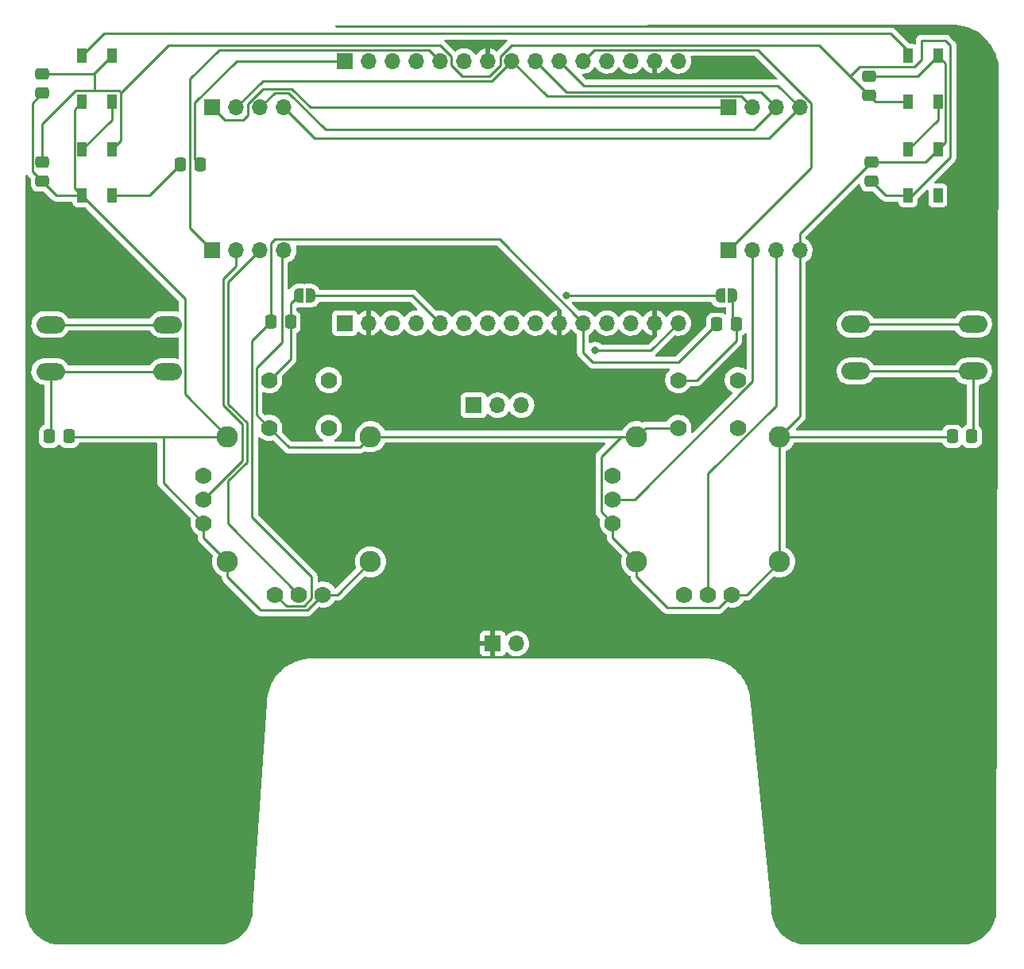
<source format=gbr>
%TF.GenerationSoftware,KiCad,Pcbnew,(6.0.1)*%
%TF.CreationDate,2022-11-16T17:15:53-05:00*%
%TF.ProjectId,Projet_Final_GI_Equipe2,50726f6a-6574-45f4-9669-6e616c5f4749,rev?*%
%TF.SameCoordinates,Original*%
%TF.FileFunction,Copper,L1,Top*%
%TF.FilePolarity,Positive*%
%FSLAX46Y46*%
G04 Gerber Fmt 4.6, Leading zero omitted, Abs format (unit mm)*
G04 Created by KiCad (PCBNEW (6.0.1)) date 2022-11-16 17:15:53*
%MOMM*%
%LPD*%
G01*
G04 APERTURE LIST*
G04 Aperture macros list*
%AMRoundRect*
0 Rectangle with rounded corners*
0 $1 Rounding radius*
0 $2 $3 $4 $5 $6 $7 $8 $9 X,Y pos of 4 corners*
0 Add a 4 corners polygon primitive as box body*
4,1,4,$2,$3,$4,$5,$6,$7,$8,$9,$2,$3,0*
0 Add four circle primitives for the rounded corners*
1,1,$1+$1,$2,$3*
1,1,$1+$1,$4,$5*
1,1,$1+$1,$6,$7*
1,1,$1+$1,$8,$9*
0 Add four rect primitives between the rounded corners*
20,1,$1+$1,$2,$3,$4,$5,0*
20,1,$1+$1,$4,$5,$6,$7,0*
20,1,$1+$1,$6,$7,$8,$9,0*
20,1,$1+$1,$8,$9,$2,$3,0*%
%AMFreePoly0*
4,1,22,0.500000,-0.750000,0.000000,-0.750000,0.000000,-0.745033,-0.079941,-0.743568,-0.215256,-0.701293,-0.333266,-0.622738,-0.424486,-0.514219,-0.481581,-0.384460,-0.499164,-0.250000,-0.500000,-0.250000,-0.500000,0.250000,-0.499164,0.250000,-0.499963,0.256109,-0.478152,0.396186,-0.417904,0.524511,-0.324060,0.630769,-0.204165,0.706417,-0.067858,0.745374,0.000000,0.744959,0.000000,0.750000,
0.500000,0.750000,0.500000,-0.750000,0.500000,-0.750000,$1*%
%AMFreePoly1*
4,1,20,0.000000,0.744959,0.073905,0.744508,0.209726,0.703889,0.328688,0.626782,0.421226,0.519385,0.479903,0.390333,0.500000,0.250000,0.500000,-0.250000,0.499851,-0.262216,0.476331,-0.402017,0.414519,-0.529596,0.319384,-0.634700,0.198574,-0.708877,0.061801,-0.746166,0.000000,-0.745033,0.000000,-0.750000,-0.500000,-0.750000,-0.500000,0.750000,0.000000,0.750000,0.000000,0.744959,
0.000000,0.744959,$1*%
G04 Aperture macros list end*
%TA.AperFunction,ComponentPad*%
%ADD10R,1.700000X1.700000*%
%TD*%
%TA.AperFunction,ComponentPad*%
%ADD11O,1.700000X1.700000*%
%TD*%
%TA.AperFunction,SMDPad,CuDef*%
%ADD12FreePoly0,0.000000*%
%TD*%
%TA.AperFunction,SMDPad,CuDef*%
%ADD13FreePoly1,0.000000*%
%TD*%
%TA.AperFunction,SMDPad,CuDef*%
%ADD14FreePoly0,180.000000*%
%TD*%
%TA.AperFunction,SMDPad,CuDef*%
%ADD15FreePoly1,180.000000*%
%TD*%
%TA.AperFunction,ComponentPad*%
%ADD16C,1.778000*%
%TD*%
%TA.AperFunction,ComponentPad*%
%ADD17C,2.286000*%
%TD*%
%TA.AperFunction,SMDPad,CuDef*%
%ADD18R,1.000000X1.500000*%
%TD*%
%TA.AperFunction,SMDPad,CuDef*%
%ADD19RoundRect,0.250000X0.337500X0.475000X-0.337500X0.475000X-0.337500X-0.475000X0.337500X-0.475000X0*%
%TD*%
%TA.AperFunction,SMDPad,CuDef*%
%ADD20RoundRect,0.250000X0.475000X-0.337500X0.475000X0.337500X-0.475000X0.337500X-0.475000X-0.337500X0*%
%TD*%
%TA.AperFunction,SMDPad,CuDef*%
%ADD21RoundRect,0.250000X-0.337500X-0.475000X0.337500X-0.475000X0.337500X0.475000X-0.337500X0.475000X0*%
%TD*%
%TA.AperFunction,ComponentPad*%
%ADD22O,3.048000X1.850000*%
%TD*%
%TA.AperFunction,SMDPad,CuDef*%
%ADD23RoundRect,0.250000X-0.475000X0.337500X-0.475000X-0.337500X0.475000X-0.337500X0.475000X0.337500X0*%
%TD*%
%TA.AperFunction,ViaPad*%
%ADD24C,0.800000*%
%TD*%
%TA.AperFunction,Conductor*%
%ADD25C,0.250000*%
%TD*%
G04 APERTURE END LIST*
D10*
%TO.P,J1,1,Pin_1*%
%TO.N,/A0*%
X130275000Y-85215000D03*
D11*
%TO.P,J1,2,Pin_2*%
%TO.N,/G*%
X132815000Y-85215000D03*
%TO.P,J1,3,Pin_3*%
%TO.N,/VV*%
X135355000Y-85215000D03*
%TO.P,J1,4,Pin_4*%
%TO.N,/S3{slash}R3*%
X137895000Y-85215000D03*
%TO.P,J1,5,Pin_5*%
%TO.N,/S2{slash}L3*%
X140435000Y-85215000D03*
%TO.P,J1,6,Pin_6*%
%TO.N,/S1*%
X142975000Y-85215000D03*
%TO.P,J1,7,Pin_7*%
%TO.N,/SC*%
X145515000Y-85215000D03*
%TO.P,J1,8,Pin_8*%
%TO.N,/SO*%
X148055000Y-85215000D03*
%TO.P,J1,9,Pin_9*%
%TO.N,/SK*%
X150595000Y-85215000D03*
%TO.P,J1,10,Pin_10*%
%TO.N,/G*%
X153135000Y-85215000D03*
%TO.P,J1,11,Pin_11*%
%TO.N,/3V3*%
X155675000Y-85215000D03*
%TO.P,J1,12,Pin_12*%
%TO.N,/EN*%
X158215000Y-85215000D03*
%TO.P,J1,13,Pin_13*%
%TO.N,/RST*%
X160755000Y-85215000D03*
%TO.P,J1,14,Pin_14*%
%TO.N,/G*%
X163295000Y-85215000D03*
%TO.P,J1,15,Pin_15*%
%TO.N,/VIN*%
X165835000Y-85215000D03*
%TD*%
D12*
%TO.P,JP2,1,A*%
%TO.N,/S3{slash}R3*%
X170292000Y-82296000D03*
D13*
%TO.P,JP2,2,B*%
%TO.N,Net-(R7-Pad2)*%
X171592000Y-82296000D03*
%TD*%
D14*
%TO.P,JP1,1,A*%
%TO.N,/S2{slash}L3*%
X126634000Y-82296000D03*
D15*
%TO.P,JP1,2,B*%
%TO.N,Net-(R6-Pad2)*%
X125334000Y-82296000D03*
%TD*%
D10*
%TO.P,J8,1,Pin_1*%
%TO.N,/G*%
X146045000Y-119380000D03*
D11*
%TO.P,J8,2,Pin_2*%
%TO.N,/PLUS*%
X148585000Y-119380000D03*
%TD*%
D10*
%TO.P,J7,1,Pin_1*%
%TO.N,/PLUS*%
X144033000Y-93980000D03*
D11*
%TO.P,J7,2,Pin_2*%
%TO.N,/VIN*%
X146573000Y-93980000D03*
%TO.P,J7,3,Pin_3*%
%TO.N,Net-(C4-Pad2)*%
X149113000Y-93980000D03*
%TD*%
D16*
%TO.P,U2,V3,V-*%
%TO.N,GND*%
X158840000Y-106540000D03*
%TO.P,U2,V2,V*%
%TO.N,/RIGHTV*%
X158840000Y-104000000D03*
%TO.P,U2,V1,V+*%
%TO.N,/3V3*%
X158840000Y-101460000D03*
D17*
%TO.P,U2,S4,SHIELD*%
%TO.N,GND*%
X176620000Y-97332500D03*
%TO.P,U2,S3,SHIELD*%
X176620000Y-110667500D03*
%TO.P,U2,S2,SHIELD*%
X161380000Y-110667500D03*
%TO.P,U2,S1,SHIELD*%
X161380000Y-97332500D03*
D16*
%TO.P,U2,H3,H-*%
X171540000Y-114160000D03*
%TO.P,U2,H2,H*%
%TO.N,/RIGHTH*%
X169000000Y-114160000D03*
%TO.P,U2,H1,H+*%
%TO.N,/3V3*%
X166460000Y-114160000D03*
%TO.P,U2,B2B*%
%TO.N,N/C*%
X172175000Y-96380000D03*
%TO.P,U2,B2A,SEL-*%
%TO.N,GND*%
X165825000Y-96380000D03*
%TO.P,U2,B1B*%
%TO.N,N/C*%
X172175000Y-91300000D03*
%TO.P,U2,B1A,SEL+*%
%TO.N,Net-(R7-Pad2)*%
X165825000Y-91300000D03*
%TD*%
%TO.P,U1,B1A,SEL+*%
%TO.N,Net-(R6-Pad2)*%
X122225000Y-91300000D03*
%TO.P,U1,B1B*%
%TO.N,N/C*%
X128575000Y-91300000D03*
%TO.P,U1,B2A,SEL-*%
%TO.N,GND*%
X122225000Y-96380000D03*
%TO.P,U1,B2B*%
%TO.N,N/C*%
X128575000Y-96380000D03*
%TO.P,U1,H1,H+*%
%TO.N,/3V3*%
X122860000Y-114160000D03*
%TO.P,U1,H2,H*%
%TO.N,/LEFTH*%
X125400000Y-114160000D03*
%TO.P,U1,H3,H-*%
%TO.N,GND*%
X127940000Y-114160000D03*
D17*
%TO.P,U1,S1,SHIELD*%
X117780000Y-97332500D03*
%TO.P,U1,S2,SHIELD*%
X117780000Y-110667500D03*
%TO.P,U1,S3,SHIELD*%
X133020000Y-110667500D03*
%TO.P,U1,S4,SHIELD*%
X133020000Y-97332500D03*
D16*
%TO.P,U1,V1,V+*%
%TO.N,/3V3*%
X115240000Y-101460000D03*
%TO.P,U1,V2,V*%
%TO.N,/LEFTV*%
X115240000Y-104000000D03*
%TO.P,U1,V3,V-*%
%TO.N,GND*%
X115240000Y-106540000D03*
%TD*%
D18*
%TO.P,D7,4,DIN*%
%TO.N,Net-(D5-Pad2)*%
X190286000Y-66732000D03*
%TO.P,D7,3,VSS*%
%TO.N,GND*%
X193486000Y-66732000D03*
%TO.P,D7,2,DOUT*%
%TO.N,unconnected-(D7-Pad2)*%
X193486000Y-71632000D03*
%TO.P,D7,1,VDD*%
%TO.N,/5V*%
X190286000Y-71632000D03*
%TD*%
D19*
%TO.P,R3,1*%
%TO.N,/D2{slash}SPECIAL*%
X197104000Y-97282000D03*
%TO.P,R3,2*%
%TO.N,GND*%
X195029000Y-97282000D03*
%TD*%
D20*
%TO.P,C1,1*%
%TO.N,GND*%
X98044000Y-70125500D03*
%TO.P,C1,2*%
%TO.N,/5V*%
X98044000Y-68050500D03*
%TD*%
%TO.P,C3,1*%
%TO.N,GND*%
X98044000Y-60727500D03*
%TO.P,C3,2*%
%TO.N,/5V*%
X98044000Y-58652500D03*
%TD*%
D19*
%TO.P,R1,1*%
%TO.N,/D0{slash}RGB*%
X114829500Y-68326000D03*
%TO.P,R1,2*%
%TO.N,Net-(D1-Pad4)*%
X112754500Y-68326000D03*
%TD*%
D21*
%TO.P,R6,1*%
%TO.N,/3V3*%
X122406500Y-85090000D03*
%TO.P,R6,2*%
%TO.N,Net-(R6-Pad2)*%
X124481500Y-85090000D03*
%TD*%
D11*
%TO.P,J2,15,Pin_15*%
%TO.N,/3V3*%
X165835000Y-57275000D03*
%TO.P,J2,14,Pin_14*%
%TO.N,/G*%
X163295000Y-57275000D03*
%TO.P,J2,13,Pin_13*%
%TO.N,/TX*%
X160755000Y-57275000D03*
%TO.P,J2,12,Pin_12*%
%TO.N,/RX*%
X158215000Y-57275000D03*
%TO.P,J2,11,Pin_11*%
%TO.N,/D8{slash}CSR*%
X155675000Y-57275000D03*
%TO.P,J2,10,Pin_10*%
%TO.N,/D7{slash}DIN*%
X153135000Y-57275000D03*
%TO.P,J2,9,Pin_9*%
%TO.N,/D6{slash}DOUT*%
X150595000Y-57275000D03*
%TO.P,J2,8,Pin_8*%
%TO.N,/D5{slash}CLK*%
X148055000Y-57275000D03*
%TO.P,J2,7,Pin_7*%
%TO.N,/G*%
X145515000Y-57275000D03*
%TO.P,J2,6,Pin_6*%
%TO.N,/3V3*%
X142975000Y-57275000D03*
%TO.P,J2,5,Pin_5*%
%TO.N,/D4{slash}CSL*%
X140435000Y-57275000D03*
%TO.P,J2,4,Pin_4*%
%TO.N,/D3*%
X137895000Y-57275000D03*
%TO.P,J2,3,Pin_3*%
%TO.N,/D2{slash}SPECIAL*%
X135355000Y-57275000D03*
%TO.P,J2,2,Pin_2*%
%TO.N,/D1{slash}ATTACK*%
X132815000Y-57275000D03*
D10*
%TO.P,J2,1,Pin_1*%
%TO.N,/D0{slash}RGB*%
X130275000Y-57275000D03*
%TD*%
D18*
%TO.P,D5,4,DIN*%
%TO.N,Net-(D3-Pad2)*%
X190286000Y-56732000D03*
%TO.P,D5,3,VSS*%
%TO.N,GND*%
X193486000Y-56732000D03*
%TO.P,D5,2,DOUT*%
%TO.N,Net-(D5-Pad2)*%
X193486000Y-61632000D03*
%TO.P,D5,1,VDD*%
%TO.N,/5V*%
X190286000Y-61632000D03*
%TD*%
D10*
%TO.P,J3,1,Pin_1*%
%TO.N,/D8{slash}CSR*%
X171150000Y-77475000D03*
D11*
%TO.P,J3,2,Pin_2*%
%TO.N,/RIGHTV*%
X173690000Y-77475000D03*
%TO.P,J3,3,Pin_3*%
%TO.N,/RIGHTH*%
X176230000Y-77475000D03*
%TO.P,J3,4,Pin_4*%
%TO.N,GND*%
X178770000Y-77475000D03*
%TD*%
D22*
%TO.P,SW2,1,1*%
%TO.N,/3.3V*%
X197235000Y-85350000D03*
X184735000Y-85350000D03*
%TO.P,SW2,2,2*%
%TO.N,/D2{slash}SPECIAL*%
X197235000Y-90350000D03*
X184735000Y-90350000D03*
%TD*%
D23*
%TO.P,C7,2*%
%TO.N,/5V*%
X186436000Y-70125500D03*
%TO.P,C7,1*%
%TO.N,GND*%
X186436000Y-68050500D03*
%TD*%
D21*
%TO.P,R2,1*%
%TO.N,/D1{slash}ATTACK*%
X98806000Y-97282000D03*
%TO.P,R2,2*%
%TO.N,GND*%
X100881000Y-97282000D03*
%TD*%
D18*
%TO.P,D3,1,VDD*%
%TO.N,/5V*%
X105486000Y-56732000D03*
%TO.P,D3,2,DOUT*%
%TO.N,Net-(D3-Pad2)*%
X102286000Y-56732000D03*
%TO.P,D3,3,VSS*%
%TO.N,GND*%
X102286000Y-61632000D03*
%TO.P,D3,4,DIN*%
%TO.N,Net-(D1-Pad2)*%
X105486000Y-61632000D03*
%TD*%
D23*
%TO.P,C5,2*%
%TO.N,/5V*%
X186182000Y-60981500D03*
%TO.P,C5,1*%
%TO.N,GND*%
X186182000Y-58906500D03*
%TD*%
D10*
%TO.P,J4,1,Pin_1*%
%TO.N,/D4{slash}CSL*%
X116150000Y-77475000D03*
D11*
%TO.P,J4,2,Pin_2*%
%TO.N,/LEFTV*%
X118690000Y-77475000D03*
%TO.P,J4,3,Pin_3*%
%TO.N,/LEFTH*%
X121230000Y-77475000D03*
%TO.P,J4,4,Pin_4*%
%TO.N,GND*%
X123770000Y-77475000D03*
%TD*%
D10*
%TO.P,J6,1,Pin_1*%
%TO.N,/3.3V*%
X171150000Y-62235000D03*
D11*
%TO.P,J6,2,Pin_2*%
%TO.N,/D5{slash}CLK*%
X173690000Y-62235000D03*
%TO.P,J6,3,Pin_3*%
%TO.N,/D6{slash}DOUT*%
X176230000Y-62235000D03*
%TO.P,J6,4,Pin_4*%
%TO.N,/D7{slash}DIN*%
X178770000Y-62235000D03*
%TD*%
D10*
%TO.P,J5,1,Pin_1*%
%TO.N,/3.3V*%
X116150000Y-62235000D03*
D11*
%TO.P,J5,2,Pin_2*%
%TO.N,/D5{slash}CLK*%
X118690000Y-62235000D03*
%TO.P,J5,3,Pin_3*%
%TO.N,/D6{slash}DOUT*%
X121230000Y-62235000D03*
%TO.P,J5,4,Pin_4*%
%TO.N,/D7{slash}DIN*%
X123770000Y-62235000D03*
%TD*%
D22*
%TO.P,SW1,1,1*%
%TO.N,/3.3V*%
X111410000Y-85375000D03*
X98910000Y-85375000D03*
%TO.P,SW1,2,2*%
%TO.N,/D1{slash}ATTACK*%
X111410000Y-90375000D03*
X98910000Y-90375000D03*
%TD*%
D21*
%TO.P,R7,2*%
%TO.N,Net-(R7-Pad2)*%
X171979500Y-85344000D03*
%TO.P,R7,1*%
%TO.N,/3V3*%
X169904500Y-85344000D03*
%TD*%
D18*
%TO.P,D1,1,VDD*%
%TO.N,/5V*%
X105486000Y-66732000D03*
%TO.P,D1,2,DOUT*%
%TO.N,Net-(D1-Pad2)*%
X102286000Y-66732000D03*
%TO.P,D1,3,VSS*%
%TO.N,GND*%
X102286000Y-71632000D03*
%TO.P,D1,4,DIN*%
%TO.N,Net-(D1-Pad4)*%
X105486000Y-71632000D03*
%TD*%
D24*
%TO.N,/S3{slash}R3*%
X153924000Y-82296000D03*
%TO.N,/VIN*%
X156972000Y-88138000D03*
%TD*%
D25*
%TO.N,/S3{slash}R3*%
X170292000Y-82296000D02*
X153924000Y-82296000D01*
%TO.N,Net-(R7-Pad2)*%
X171592000Y-84956500D02*
X171979500Y-85344000D01*
X171592000Y-82296000D02*
X171592000Y-84956500D01*
%TO.N,Net-(R6-Pad2)*%
X124481500Y-89043500D02*
X122225000Y-91300000D01*
X124481500Y-85090000D02*
X124481500Y-89043500D01*
%TO.N,/S2{slash}L3*%
X137516000Y-82296000D02*
X140435000Y-85215000D01*
X126634000Y-82296000D02*
X137516000Y-82296000D01*
%TO.N,Net-(R6-Pad2)*%
X124481500Y-83148500D02*
X125334000Y-82296000D01*
X124481500Y-85090000D02*
X124481500Y-83148500D01*
%TO.N,/VIN*%
X156972000Y-88138000D02*
X162912000Y-88138000D01*
X162912000Y-88138000D02*
X165835000Y-85215000D01*
%TO.N,/3V3*%
X155675000Y-88365000D02*
X155675000Y-85215000D01*
X156718000Y-89408000D02*
X155675000Y-88365000D01*
X169904500Y-85344000D02*
X165840500Y-89408000D01*
X165840500Y-89408000D02*
X156718000Y-89408000D01*
%TO.N,Net-(R7-Pad2)*%
X167801500Y-91300000D02*
X171979500Y-87122000D01*
X165825000Y-91300000D02*
X167801500Y-91300000D01*
X171979500Y-87122000D02*
X171979500Y-85344000D01*
%TO.N,GND*%
X102286000Y-71632000D02*
X113258520Y-82604520D01*
X131877000Y-98475500D02*
X133020000Y-97332500D01*
X176620000Y-110667500D02*
X173127500Y-114160000D01*
X176620000Y-97332500D02*
X176620000Y-110667500D01*
X117780000Y-110667500D02*
X117780000Y-112283946D01*
X158840000Y-106540000D02*
X158840000Y-108127500D01*
X102286000Y-71632000D02*
X101461489Y-70807489D01*
X178770000Y-75716500D02*
X186436000Y-68050500D01*
X98044000Y-60727500D02*
X96994480Y-61777020D01*
X110947500Y-97332500D02*
X117780000Y-97332500D01*
X165825000Y-96380000D02*
X162332500Y-96380000D01*
X178770000Y-77475000D02*
X178770000Y-95182500D01*
X126276969Y-115823031D02*
X127940000Y-114160000D01*
X157626489Y-99469565D02*
X157626489Y-105326489D01*
X113258520Y-92811020D02*
X117780000Y-97332500D01*
X117780000Y-112283946D02*
X121319085Y-115823031D01*
X194310511Y-57556511D02*
X194310511Y-65907489D01*
X170130000Y-115570000D02*
X171540000Y-114160000D01*
X194310511Y-65907489D02*
X193486000Y-66732000D01*
X100881000Y-97282000D02*
X100931500Y-97332500D01*
X96994480Y-69075980D02*
X98044000Y-70125500D01*
X157626489Y-105326489D02*
X158840000Y-106540000D01*
X161380000Y-110667500D02*
X161380000Y-112283946D01*
X98044000Y-70125500D02*
X99550500Y-71632000D01*
X115240000Y-106540000D02*
X115240000Y-108127500D01*
X159763554Y-97332500D02*
X157626489Y-99469565D01*
X122225000Y-96380000D02*
X124320500Y-98475500D01*
X122225000Y-96380000D02*
X120845520Y-95000520D01*
X195029000Y-97282000D02*
X194978500Y-97332500D01*
X110947500Y-102247500D02*
X110947500Y-97332500D01*
X115240000Y-108127500D02*
X117780000Y-110667500D01*
X178770000Y-95182500D02*
X176620000Y-97332500D01*
X127940000Y-114160000D02*
X129527500Y-114160000D01*
X101461489Y-62456511D02*
X102286000Y-61632000D01*
X173127500Y-114160000D02*
X171540000Y-114160000D01*
X120845520Y-90008000D02*
X123569480Y-87284040D01*
X186436000Y-68050500D02*
X192167500Y-68050500D01*
X96994480Y-61777020D02*
X96994480Y-69075980D01*
X115240000Y-106540000D02*
X110947500Y-102247500D01*
X194978500Y-97332500D02*
X176620000Y-97332500D01*
X113258520Y-82604520D02*
X113258520Y-92811020D01*
X161380000Y-97332500D02*
X159763554Y-97332500D01*
X101461489Y-70807489D02*
X101461489Y-62456511D01*
X99550500Y-71632000D02*
X102286000Y-71632000D01*
X133020000Y-97332500D02*
X161380000Y-97332500D01*
X121319085Y-115823031D02*
X126276969Y-115823031D01*
X100931500Y-97332500D02*
X110947500Y-97332500D01*
X129527500Y-114160000D02*
X133020000Y-110667500D01*
X123569480Y-87284040D02*
X123569480Y-77675520D01*
X178770000Y-77475000D02*
X178770000Y-75716500D01*
X193486000Y-56732000D02*
X194310511Y-57556511D01*
X123569480Y-77675520D02*
X123770000Y-77475000D01*
X192167500Y-68050500D02*
X193486000Y-66732000D01*
X158840000Y-108127500D02*
X161380000Y-110667500D01*
X120845520Y-95000520D02*
X120845520Y-90008000D01*
X164666054Y-115570000D02*
X170130000Y-115570000D01*
X186182000Y-58906500D02*
X191311500Y-58906500D01*
X191311500Y-58906500D02*
X193486000Y-56732000D01*
X161380000Y-112283946D02*
X164666054Y-115570000D01*
X162332500Y-96380000D02*
X161380000Y-97332500D01*
X124320500Y-98475500D02*
X131877000Y-98475500D01*
%TO.N,/5V*%
X194818000Y-67564000D02*
X190750000Y-71632000D01*
X148018021Y-55650969D02*
X180851469Y-55650969D01*
X146880489Y-57761499D02*
X146880489Y-56788501D01*
X101566978Y-60452000D02*
X103632000Y-60452000D01*
X184139250Y-58938750D02*
X185166000Y-57912000D01*
X106426000Y-60672978D02*
X106426000Y-65792000D01*
X141609511Y-56788501D02*
X141609511Y-57761499D01*
X191770000Y-57147022D02*
X191770000Y-55118000D01*
X187942500Y-71632000D02*
X190286000Y-71632000D01*
X186182000Y-60981500D02*
X186832500Y-61632000D01*
X111448009Y-55650969D02*
X140471979Y-55650969D01*
X103632000Y-58719000D02*
X103632000Y-60452000D01*
X103632000Y-60452000D02*
X106205022Y-60452000D01*
X106205022Y-60452000D02*
X106426000Y-60672978D01*
X194818000Y-55626000D02*
X194818000Y-67564000D01*
X142798492Y-58950480D02*
X145691508Y-58950480D01*
X141609511Y-57761499D02*
X142798492Y-58950480D01*
X106426000Y-65792000D02*
X105486000Y-66732000D01*
X98044000Y-63974978D02*
X101566978Y-60452000D01*
X146880489Y-56788501D02*
X148018021Y-55650969D01*
X186436000Y-70125500D02*
X187942500Y-71632000D01*
X191005022Y-57912000D02*
X191770000Y-57147022D01*
X185166000Y-57912000D02*
X191005022Y-57912000D01*
X190750000Y-71632000D02*
X190286000Y-71632000D01*
X186832500Y-61632000D02*
X190286000Y-61632000D01*
X103565500Y-58652500D02*
X103632000Y-58719000D01*
X103565500Y-58652500D02*
X105486000Y-56732000D01*
X106426000Y-60672978D02*
X111448009Y-55650969D01*
X180851469Y-55650969D02*
X184139250Y-58938750D01*
X140471979Y-55650969D02*
X141609511Y-56788501D01*
X191770000Y-55118000D02*
X194310000Y-55118000D01*
X194310000Y-55118000D02*
X194818000Y-55626000D01*
X184139250Y-58938750D02*
X186182000Y-60981500D01*
X98044000Y-58652500D02*
X103565500Y-58652500D01*
X98044000Y-68050500D02*
X98044000Y-63974978D01*
X145691508Y-58950480D02*
X146880489Y-57761499D01*
%TO.N,Net-(D1-Pad2)*%
X105486000Y-61632000D02*
X105486000Y-63532000D01*
X105486000Y-63532000D02*
X102286000Y-66732000D01*
%TO.N,Net-(D1-Pad4)*%
X105486000Y-71632000D02*
X109448500Y-71632000D01*
X109448500Y-71632000D02*
X112754500Y-68326000D01*
%TO.N,Net-(D3-Pad2)*%
X102286000Y-56718000D02*
X102286000Y-56732000D01*
X104648000Y-54356000D02*
X102286000Y-56718000D01*
X188468000Y-54356000D02*
X183388000Y-54356000D01*
X183388000Y-54356000D02*
X104648000Y-54356000D01*
X190286000Y-56732000D02*
X190286000Y-56174000D01*
X190286000Y-56174000D02*
X188468000Y-54356000D01*
%TO.N,Net-(D5-Pad2)*%
X193486000Y-61632000D02*
X193486000Y-63532000D01*
X193486000Y-63532000D02*
X190286000Y-66732000D01*
%TO.N,/3V3*%
X126726489Y-112235632D02*
X126726489Y-114573511D01*
X120396000Y-87100500D02*
X120396000Y-105905143D01*
X122406500Y-85090000D02*
X122428000Y-85068500D01*
X122428000Y-76708000D02*
X122835511Y-76300489D01*
X126726489Y-114573511D02*
X125926489Y-115373511D01*
X122406500Y-85090000D02*
X120396000Y-87100500D01*
X120396000Y-105905143D02*
X126726489Y-112235632D01*
X122835511Y-76300489D02*
X146760489Y-76300489D01*
X146760489Y-76300489D02*
X155675000Y-85215000D01*
X122428000Y-85068500D02*
X122428000Y-76708000D01*
X125926489Y-115373511D02*
X124073511Y-115373511D01*
X124073511Y-115373511D02*
X122860000Y-114160000D01*
%TO.N,/D0{slash}RGB*%
X118760978Y-57275000D02*
X130275000Y-57275000D01*
X114300000Y-67796500D02*
X114300000Y-61735978D01*
X114829500Y-68326000D02*
X114300000Y-67796500D01*
X114300000Y-61735978D02*
X118760978Y-57275000D01*
%TO.N,/D1{slash}ATTACK*%
X98910000Y-90375000D02*
X98910000Y-97178000D01*
X98910000Y-97178000D02*
X98806000Y-97282000D01*
X98910000Y-90375000D02*
X111410000Y-90375000D01*
%TO.N,/D2{slash}SPECIAL*%
X184735000Y-90350000D02*
X197235000Y-90350000D01*
X197235000Y-97151000D02*
X197104000Y-97282000D01*
X197235000Y-90350000D02*
X197235000Y-97151000D01*
%TO.N,/D4{slash}CSL*%
X116873511Y-56100489D02*
X113792000Y-59182000D01*
X140435000Y-57275000D02*
X139260489Y-56100489D01*
X113792000Y-59182000D02*
X113792000Y-75117000D01*
X139260489Y-56100489D02*
X116873511Y-56100489D01*
X113792000Y-75117000D02*
X116150000Y-77475000D01*
%TO.N,/D5{slash}CLK*%
X145930000Y-59400000D02*
X148055000Y-57275000D01*
X151840489Y-61060489D02*
X148055000Y-57275000D01*
X118690000Y-62235000D02*
X121525000Y-59400000D01*
X173690000Y-62235000D02*
X172515489Y-61060489D01*
X121525000Y-59400000D02*
X145930000Y-59400000D01*
X172515489Y-61060489D02*
X151840489Y-61060489D01*
%TO.N,/D6{slash}DOUT*%
X122790000Y-60675000D02*
X124258990Y-60675000D01*
X128208990Y-64625000D02*
X173840000Y-64625000D01*
X173840000Y-64625000D02*
X176230000Y-62235000D01*
X176230000Y-62235000D02*
X174605969Y-60610969D01*
X153930969Y-60610969D02*
X150595000Y-57275000D01*
X124258990Y-60675000D02*
X128208990Y-64625000D01*
X121230000Y-62235000D02*
X122790000Y-60675000D01*
X174605969Y-60610969D02*
X153930969Y-60610969D01*
%TO.N,/D7{slash}DIN*%
X176460000Y-59925000D02*
X155785000Y-59925000D01*
X123770000Y-62235000D02*
X127085000Y-65550000D01*
X178770000Y-62235000D02*
X176460000Y-59925000D01*
X127085000Y-65550000D02*
X175455000Y-65550000D01*
X155785000Y-59925000D02*
X153135000Y-57275000D01*
X175455000Y-65550000D02*
X178770000Y-62235000D01*
%TO.N,/D8{slash}CSR*%
X155675000Y-57275000D02*
X156849511Y-56100489D01*
X179944511Y-68680489D02*
X171150000Y-77475000D01*
X179944511Y-61748501D02*
X179944511Y-68680489D01*
X174296499Y-56100489D02*
X179944511Y-61748501D01*
X156849511Y-56100489D02*
X174296499Y-56100489D01*
%TO.N,/RIGHTV*%
X173736000Y-77521000D02*
X173736000Y-91455165D01*
X161191165Y-104000000D02*
X158840000Y-104000000D01*
X173736000Y-91455165D02*
X161191165Y-104000000D01*
X173690000Y-77475000D02*
X173736000Y-77521000D01*
%TO.N,/RIGHTH*%
X176230000Y-77475000D02*
X176230000Y-94041165D01*
X176230000Y-94041165D02*
X169000000Y-101271165D01*
X169000000Y-101271165D02*
X169000000Y-114160000D01*
%TO.N,/LEFTV*%
X117348000Y-93980000D02*
X117348000Y-80518000D01*
X118690000Y-79176000D02*
X118690000Y-77475000D01*
X119380000Y-96012000D02*
X117348000Y-93980000D01*
X117348000Y-80518000D02*
X118690000Y-79176000D01*
X115240000Y-104000000D02*
X119380000Y-99860000D01*
X119380000Y-99860000D02*
X119380000Y-96012000D01*
%TO.N,/LEFTH*%
X119829520Y-95825802D02*
X117856000Y-93852282D01*
X125400000Y-114160000D02*
X117856000Y-106616000D01*
X117856000Y-93852282D02*
X117856000Y-80849000D01*
X117856000Y-80849000D02*
X121230000Y-77475000D01*
X117856000Y-106616000D02*
X117856000Y-102019718D01*
X117856000Y-102019718D02*
X119829520Y-100046197D01*
X119829520Y-100046197D02*
X119829520Y-95825802D01*
%TO.N,/3.3V*%
X117490000Y-63575000D02*
X116150000Y-62235000D01*
X119950000Y-61853990D02*
X119950000Y-63075000D01*
X98910000Y-85375000D02*
X111410000Y-85375000D01*
X124600000Y-60225000D02*
X121578990Y-60225000D01*
X184735000Y-85350000D02*
X197235000Y-85350000D01*
X126610000Y-62235000D02*
X124600000Y-60225000D01*
X121578990Y-60225000D02*
X119950000Y-61853990D01*
X119450000Y-63575000D02*
X117490000Y-63575000D01*
X171150000Y-62235000D02*
X126610000Y-62235000D01*
X119950000Y-63075000D02*
X119450000Y-63575000D01*
%TD*%
%TA.AperFunction,Conductor*%
%TO.N,/G*%
G36*
X194969983Y-53384617D02*
G01*
X194981340Y-53386414D01*
X194983554Y-53386765D01*
X194983555Y-53386765D01*
X194992417Y-53388168D01*
X195013344Y-53385486D01*
X195034882Y-53384585D01*
X195406196Y-53400869D01*
X195416546Y-53401753D01*
X195816006Y-53452502D01*
X195826249Y-53454234D01*
X196220186Y-53537748D01*
X196230257Y-53540322D01*
X196615952Y-53656026D01*
X196625778Y-53659421D01*
X197000622Y-53806529D01*
X197010135Y-53810724D01*
X197371565Y-53988231D01*
X197380701Y-53993195D01*
X197726285Y-54199907D01*
X197734967Y-54205599D01*
X198062333Y-54440100D01*
X198070521Y-54446494D01*
X198377426Y-54707175D01*
X198385066Y-54714227D01*
X198669428Y-54999318D01*
X198676461Y-55006975D01*
X198738429Y-55080310D01*
X198877355Y-55244720D01*
X198936369Y-55314560D01*
X198942741Y-55322765D01*
X199153109Y-55618033D01*
X199176399Y-55650722D01*
X199182077Y-55659431D01*
X199387897Y-56005531D01*
X199392838Y-56014679D01*
X199569423Y-56376568D01*
X199573593Y-56386092D01*
X199584144Y-56413180D01*
X199713361Y-56744926D01*
X199719741Y-56761307D01*
X199723109Y-56771133D01*
X199808223Y-57057522D01*
X199837828Y-57157134D01*
X199840375Y-57167211D01*
X199921865Y-57556500D01*
X199922878Y-57561341D01*
X199924587Y-57571594D01*
X199972091Y-57953323D01*
X199974315Y-57971197D01*
X199975172Y-57981553D01*
X199988839Y-58312529D01*
X199990198Y-58345449D01*
X199988805Y-58370026D01*
X199986814Y-58382817D01*
X199988735Y-58397506D01*
X199990818Y-58413434D01*
X199991881Y-58430133D01*
X199736936Y-147694920D01*
X199735437Y-147713943D01*
X199735022Y-147716612D01*
X199731610Y-147738526D01*
X199734070Y-147757335D01*
X199734137Y-147757846D01*
X199735049Y-147780366D01*
X199719081Y-148105393D01*
X199719081Y-148105394D01*
X199717869Y-148117699D01*
X199665804Y-148468697D01*
X199663392Y-148480825D01*
X199577171Y-148825035D01*
X199573582Y-148836867D01*
X199454038Y-149170970D01*
X199449306Y-149182394D01*
X199297592Y-149503169D01*
X199291763Y-149514074D01*
X199109336Y-149818434D01*
X199102466Y-149828715D01*
X198891088Y-150113724D01*
X198883244Y-150123282D01*
X198644947Y-150386203D01*
X198636203Y-150394947D01*
X198373282Y-150633244D01*
X198363724Y-150641088D01*
X198078715Y-150852466D01*
X198068434Y-150859336D01*
X197764074Y-151041763D01*
X197753173Y-151047590D01*
X197616109Y-151112416D01*
X197432394Y-151199306D01*
X197420970Y-151204038D01*
X197086867Y-151323582D01*
X197075035Y-151327171D01*
X196831306Y-151388222D01*
X196730822Y-151413393D01*
X196718700Y-151415803D01*
X196367694Y-151467869D01*
X196355398Y-151469081D01*
X196259320Y-151473801D01*
X196037734Y-151484686D01*
X196012172Y-151483339D01*
X196009939Y-151482991D01*
X196009935Y-151482991D01*
X196001066Y-151481610D01*
X195992164Y-151482774D01*
X195992161Y-151482774D01*
X195972879Y-151485296D01*
X195970524Y-151485604D01*
X195969545Y-151485732D01*
X195953207Y-151486796D01*
X179554532Y-151486796D01*
X179535147Y-151485296D01*
X179520346Y-151482991D01*
X179520343Y-151482991D01*
X179511474Y-151481610D01*
X179492150Y-151484137D01*
X179469634Y-151485049D01*
X179144600Y-151469080D01*
X179132306Y-151467869D01*
X178781300Y-151415803D01*
X178769178Y-151413393D01*
X178668694Y-151388222D01*
X178424965Y-151327171D01*
X178413133Y-151323582D01*
X178079030Y-151204038D01*
X178067606Y-151199306D01*
X177883891Y-151112416D01*
X177746827Y-151047590D01*
X177735926Y-151041763D01*
X177431566Y-150859336D01*
X177421285Y-150852466D01*
X177136276Y-150641088D01*
X177126718Y-150633244D01*
X176863797Y-150394947D01*
X176855053Y-150386203D01*
X176616756Y-150123282D01*
X176608912Y-150113724D01*
X176397534Y-149828715D01*
X176390664Y-149818434D01*
X176208237Y-149514074D01*
X176202408Y-149503169D01*
X176050694Y-149182394D01*
X176045962Y-149170970D01*
X175926418Y-148836867D01*
X175922829Y-148825035D01*
X175836608Y-148480825D01*
X175834196Y-148468697D01*
X175782131Y-148117699D01*
X175780919Y-148105393D01*
X175765314Y-147787734D01*
X175766661Y-147762172D01*
X175767009Y-147759939D01*
X175767009Y-147759935D01*
X175768390Y-147751066D01*
X175767226Y-147742165D01*
X175767226Y-147742161D01*
X175759912Y-147686233D01*
X175759505Y-147682747D01*
X173513582Y-125778460D01*
X173513479Y-125762544D01*
X173513071Y-125762539D01*
X173513165Y-125754864D01*
X173513165Y-125754859D01*
X173513224Y-125750000D01*
X173512535Y-125745187D01*
X173512218Y-125740324D01*
X173512282Y-125740320D01*
X173511959Y-125736842D01*
X173494531Y-125337678D01*
X173494530Y-125337667D01*
X173494410Y-125334918D01*
X173440180Y-124922995D01*
X173350254Y-124517366D01*
X173289034Y-124323202D01*
X173226146Y-124123746D01*
X173226143Y-124123738D01*
X173225317Y-124121118D01*
X173087981Y-123789558D01*
X173067374Y-123739808D01*
X173067373Y-123739807D01*
X173066321Y-123737266D01*
X172874475Y-123368733D01*
X172651239Y-123018323D01*
X172649575Y-123016155D01*
X172649567Y-123016143D01*
X172399994Y-122690895D01*
X172398312Y-122688703D01*
X172396454Y-122686675D01*
X172396447Y-122686667D01*
X172119471Y-122384400D01*
X172117620Y-122382380D01*
X172019907Y-122292843D01*
X171813333Y-122103553D01*
X171813325Y-122103546D01*
X171811297Y-122101688D01*
X171782904Y-122079901D01*
X171483857Y-121850433D01*
X171483845Y-121850425D01*
X171481677Y-121848761D01*
X171131267Y-121625525D01*
X170762734Y-121433679D01*
X170378882Y-121274683D01*
X170376262Y-121273857D01*
X170376254Y-121273854D01*
X169985264Y-121150575D01*
X169985259Y-121150574D01*
X169982634Y-121149746D01*
X169577005Y-121059820D01*
X169574286Y-121059462D01*
X169574280Y-121059461D01*
X169419365Y-121039067D01*
X169165082Y-121005590D01*
X169162333Y-121005470D01*
X169162322Y-121005469D01*
X168779004Y-120988733D01*
X168772198Y-120988016D01*
X168772184Y-120988172D01*
X168767349Y-120987738D01*
X168762539Y-120986929D01*
X168756158Y-120986851D01*
X168754865Y-120986835D01*
X168754860Y-120986835D01*
X168750000Y-120986776D01*
X168729309Y-120989739D01*
X168722367Y-120990733D01*
X168704522Y-120992005D01*
X157486764Y-120993395D01*
X126808386Y-120997198D01*
X126787474Y-120995452D01*
X126767743Y-120992133D01*
X126761553Y-120992057D01*
X126760068Y-120992039D01*
X126760063Y-120992039D01*
X126755204Y-120991980D01*
X126750391Y-120992669D01*
X126745528Y-120992986D01*
X126745524Y-120992922D01*
X126742046Y-120993245D01*
X126342882Y-121010673D01*
X126342871Y-121010674D01*
X126340122Y-121010794D01*
X126085839Y-121044271D01*
X125930924Y-121064665D01*
X125930918Y-121064666D01*
X125928199Y-121065024D01*
X125522570Y-121154950D01*
X125519945Y-121155778D01*
X125519940Y-121155779D01*
X125128950Y-121279058D01*
X125128942Y-121279061D01*
X125126322Y-121279887D01*
X124794762Y-121417223D01*
X124755034Y-121433679D01*
X124742470Y-121438883D01*
X124373937Y-121630729D01*
X124125432Y-121789044D01*
X124031696Y-121848761D01*
X124023527Y-121853965D01*
X124021359Y-121855629D01*
X124021347Y-121855637D01*
X123799302Y-122026019D01*
X123693907Y-122106892D01*
X123691879Y-122108750D01*
X123691871Y-122108757D01*
X123490976Y-122292843D01*
X123387584Y-122387584D01*
X123385733Y-122389604D01*
X123108757Y-122691871D01*
X123108750Y-122691879D01*
X123106892Y-122693907D01*
X123105210Y-122696099D01*
X122855637Y-123021347D01*
X122855629Y-123021359D01*
X122853965Y-123023527D01*
X122630729Y-123373937D01*
X122438883Y-123742470D01*
X122279887Y-124126322D01*
X122279061Y-124128942D01*
X122279058Y-124128950D01*
X122157420Y-124514736D01*
X122154950Y-124522570D01*
X122065024Y-124928199D01*
X122010794Y-125340122D01*
X122010674Y-125342871D01*
X122010673Y-125342882D01*
X121993937Y-125726200D01*
X121993220Y-125733006D01*
X121993376Y-125733020D01*
X121992942Y-125737855D01*
X121992133Y-125742665D01*
X121991980Y-125755204D01*
X121992669Y-125760017D01*
X121992670Y-125760027D01*
X121992812Y-125761019D01*
X121992913Y-125763754D01*
X121992986Y-125764878D01*
X121992954Y-125764880D01*
X121993788Y-125787508D01*
X120489890Y-147682329D01*
X120488686Y-147693079D01*
X120482992Y-147729651D01*
X120481610Y-147738526D01*
X120484070Y-147757335D01*
X120484137Y-147757846D01*
X120485049Y-147780366D01*
X120469081Y-148105393D01*
X120469081Y-148105394D01*
X120467869Y-148117699D01*
X120415804Y-148468697D01*
X120413392Y-148480825D01*
X120327171Y-148825035D01*
X120323582Y-148836867D01*
X120204038Y-149170970D01*
X120199306Y-149182394D01*
X120047592Y-149503169D01*
X120041763Y-149514074D01*
X119859336Y-149818434D01*
X119852466Y-149828715D01*
X119641088Y-150113724D01*
X119633244Y-150123282D01*
X119394947Y-150386203D01*
X119386203Y-150394947D01*
X119123282Y-150633244D01*
X119113724Y-150641088D01*
X118828715Y-150852466D01*
X118818434Y-150859336D01*
X118514074Y-151041763D01*
X118503173Y-151047590D01*
X118366109Y-151112416D01*
X118182394Y-151199306D01*
X118170970Y-151204038D01*
X117836867Y-151323582D01*
X117825035Y-151327171D01*
X117581306Y-151388222D01*
X117480822Y-151413393D01*
X117468700Y-151415803D01*
X117117694Y-151467869D01*
X117105398Y-151469081D01*
X117009320Y-151473801D01*
X116787734Y-151484686D01*
X116762172Y-151483339D01*
X116759939Y-151482991D01*
X116759935Y-151482991D01*
X116751066Y-151481610D01*
X116719436Y-151485747D01*
X116703150Y-151486810D01*
X100049265Y-151491984D01*
X100029842Y-151490484D01*
X100015143Y-151488195D01*
X100015140Y-151488195D01*
X100006270Y-151486814D01*
X99986946Y-151489341D01*
X99964430Y-151490253D01*
X99639396Y-151474284D01*
X99627102Y-151473073D01*
X99276096Y-151421007D01*
X99263974Y-151418597D01*
X99162218Y-151393108D01*
X98919761Y-151332375D01*
X98907929Y-151328786D01*
X98573826Y-151209242D01*
X98562402Y-151204510D01*
X98367684Y-151112416D01*
X98241623Y-151052794D01*
X98230722Y-151046967D01*
X98227351Y-151044946D01*
X97926362Y-150864540D01*
X97916081Y-150857670D01*
X97631072Y-150646292D01*
X97621514Y-150638448D01*
X97358593Y-150400151D01*
X97349849Y-150391407D01*
X97111552Y-150128486D01*
X97103708Y-150118928D01*
X96892330Y-149833919D01*
X96885460Y-149823638D01*
X96703033Y-149519278D01*
X96697204Y-149508373D01*
X96545490Y-149187598D01*
X96540758Y-149176174D01*
X96421214Y-148842071D01*
X96417625Y-148830239D01*
X96331404Y-148486029D01*
X96328992Y-148473901D01*
X96276927Y-148122903D01*
X96275715Y-148110597D01*
X96275460Y-148105394D01*
X96270995Y-148014524D01*
X96260110Y-147792938D01*
X96261457Y-147767376D01*
X96261805Y-147765143D01*
X96261805Y-147765139D01*
X96263186Y-147756270D01*
X96260727Y-147737461D01*
X96259064Y-147724749D01*
X96258000Y-147708411D01*
X96258000Y-120274669D01*
X144687001Y-120274669D01*
X144687371Y-120281490D01*
X144692895Y-120332352D01*
X144696521Y-120347604D01*
X144741676Y-120468054D01*
X144750214Y-120483649D01*
X144826715Y-120585724D01*
X144839276Y-120598285D01*
X144941351Y-120674786D01*
X144956946Y-120683324D01*
X145077394Y-120728478D01*
X145092649Y-120732105D01*
X145143514Y-120737631D01*
X145150328Y-120738000D01*
X145772885Y-120738000D01*
X145788124Y-120733525D01*
X145789329Y-120732135D01*
X145791000Y-120724452D01*
X145791000Y-120719884D01*
X146299000Y-120719884D01*
X146303475Y-120735123D01*
X146304865Y-120736328D01*
X146312548Y-120737999D01*
X146939669Y-120737999D01*
X146946490Y-120737629D01*
X146997352Y-120732105D01*
X147012604Y-120728479D01*
X147133054Y-120683324D01*
X147148649Y-120674786D01*
X147250724Y-120598285D01*
X147263285Y-120585724D01*
X147339786Y-120483649D01*
X147348324Y-120468054D01*
X147389225Y-120358952D01*
X147431867Y-120302188D01*
X147498428Y-120277488D01*
X147567777Y-120292696D01*
X147602444Y-120320684D01*
X147627865Y-120350031D01*
X147627869Y-120350035D01*
X147631250Y-120353938D01*
X147803126Y-120496632D01*
X147996000Y-120609338D01*
X148204692Y-120689030D01*
X148209760Y-120690061D01*
X148209763Y-120690062D01*
X148317017Y-120711883D01*
X148423597Y-120733567D01*
X148428772Y-120733757D01*
X148428774Y-120733757D01*
X148641673Y-120741564D01*
X148641677Y-120741564D01*
X148646837Y-120741753D01*
X148651957Y-120741097D01*
X148651959Y-120741097D01*
X148863288Y-120714025D01*
X148863289Y-120714025D01*
X148868416Y-120713368D01*
X148873366Y-120711883D01*
X149077429Y-120650661D01*
X149077434Y-120650659D01*
X149082384Y-120649174D01*
X149282994Y-120550896D01*
X149464860Y-120421173D01*
X149623096Y-120263489D01*
X149753453Y-120082077D01*
X149852430Y-119881811D01*
X149917370Y-119668069D01*
X149946529Y-119446590D01*
X149948156Y-119380000D01*
X149929852Y-119157361D01*
X149875431Y-118940702D01*
X149786354Y-118735840D01*
X149665014Y-118548277D01*
X149514670Y-118383051D01*
X149510619Y-118379852D01*
X149510615Y-118379848D01*
X149343414Y-118247800D01*
X149343410Y-118247798D01*
X149339359Y-118244598D01*
X149143789Y-118136638D01*
X149138920Y-118134914D01*
X149138916Y-118134912D01*
X148938087Y-118063795D01*
X148938083Y-118063794D01*
X148933212Y-118062069D01*
X148928119Y-118061162D01*
X148928116Y-118061161D01*
X148718373Y-118023800D01*
X148718367Y-118023799D01*
X148713284Y-118022894D01*
X148639452Y-118021992D01*
X148495081Y-118020228D01*
X148495079Y-118020228D01*
X148489911Y-118020165D01*
X148269091Y-118053955D01*
X148056756Y-118123357D01*
X147858607Y-118226507D01*
X147854474Y-118229610D01*
X147854471Y-118229612D01*
X147771450Y-118291946D01*
X147679965Y-118360635D01*
X147676393Y-118364373D01*
X147598898Y-118445466D01*
X147537374Y-118480895D01*
X147466462Y-118477438D01*
X147408676Y-118436192D01*
X147389823Y-118402644D01*
X147348324Y-118291946D01*
X147339786Y-118276351D01*
X147263285Y-118174276D01*
X147250724Y-118161715D01*
X147148649Y-118085214D01*
X147133054Y-118076676D01*
X147012606Y-118031522D01*
X146997351Y-118027895D01*
X146946486Y-118022369D01*
X146939672Y-118022000D01*
X146317115Y-118022000D01*
X146301876Y-118026475D01*
X146300671Y-118027865D01*
X146299000Y-118035548D01*
X146299000Y-120719884D01*
X145791000Y-120719884D01*
X145791000Y-119652115D01*
X145786525Y-119636876D01*
X145785135Y-119635671D01*
X145777452Y-119634000D01*
X144705116Y-119634000D01*
X144689877Y-119638475D01*
X144688672Y-119639865D01*
X144687001Y-119647548D01*
X144687001Y-120274669D01*
X96258000Y-120274669D01*
X96258000Y-119107885D01*
X144687000Y-119107885D01*
X144691475Y-119123124D01*
X144692865Y-119124329D01*
X144700548Y-119126000D01*
X145772885Y-119126000D01*
X145788124Y-119121525D01*
X145789329Y-119120135D01*
X145791000Y-119112452D01*
X145791000Y-118040116D01*
X145786525Y-118024877D01*
X145785135Y-118023672D01*
X145777452Y-118022001D01*
X145150331Y-118022001D01*
X145143510Y-118022371D01*
X145092648Y-118027895D01*
X145077396Y-118031521D01*
X144956946Y-118076676D01*
X144941351Y-118085214D01*
X144839276Y-118161715D01*
X144826715Y-118174276D01*
X144750214Y-118276351D01*
X144741676Y-118291946D01*
X144696522Y-118412394D01*
X144692895Y-118427649D01*
X144687369Y-118478514D01*
X144687000Y-118485328D01*
X144687000Y-119107885D01*
X96258000Y-119107885D01*
X96258000Y-69534724D01*
X96278002Y-69466603D01*
X96331658Y-69420110D01*
X96401932Y-69410006D01*
X96466512Y-69439500D01*
X96483558Y-69457496D01*
X96485902Y-69460518D01*
X96489938Y-69467342D01*
X96504259Y-69481663D01*
X96517099Y-69496696D01*
X96529008Y-69513087D01*
X96535114Y-69518138D01*
X96563085Y-69541278D01*
X96571864Y-69549268D01*
X96773595Y-69750999D01*
X96807621Y-69813311D01*
X96810500Y-69840094D01*
X96810500Y-70513400D01*
X96821474Y-70619166D01*
X96823655Y-70625702D01*
X96823655Y-70625704D01*
X96826855Y-70635295D01*
X96877450Y-70786946D01*
X96970522Y-70937348D01*
X97095697Y-71062305D01*
X97246262Y-71155115D01*
X97326005Y-71181564D01*
X97407611Y-71208632D01*
X97407613Y-71208632D01*
X97414139Y-71210797D01*
X97420975Y-71211497D01*
X97420978Y-71211498D01*
X97464031Y-71215909D01*
X97518600Y-71221500D01*
X98191905Y-71221500D01*
X98260026Y-71241502D01*
X98281001Y-71258405D01*
X99046853Y-72024258D01*
X99054387Y-72032537D01*
X99058500Y-72039018D01*
X99079595Y-72058827D01*
X99108151Y-72085643D01*
X99110993Y-72088398D01*
X99130730Y-72108135D01*
X99133927Y-72110615D01*
X99142947Y-72118318D01*
X99175179Y-72148586D01*
X99182125Y-72152405D01*
X99182128Y-72152407D01*
X99192934Y-72158348D01*
X99209453Y-72169199D01*
X99225459Y-72181614D01*
X99232728Y-72184759D01*
X99232732Y-72184762D01*
X99266037Y-72199174D01*
X99276687Y-72204391D01*
X99315440Y-72225695D01*
X99323115Y-72227666D01*
X99323116Y-72227666D01*
X99335062Y-72230733D01*
X99353767Y-72237137D01*
X99372355Y-72245181D01*
X99380178Y-72246420D01*
X99380188Y-72246423D01*
X99416024Y-72252099D01*
X99427644Y-72254505D01*
X99459459Y-72262673D01*
X99470470Y-72265500D01*
X99490724Y-72265500D01*
X99510434Y-72267051D01*
X99530443Y-72270220D01*
X99538335Y-72269474D01*
X99557080Y-72267702D01*
X99574462Y-72266059D01*
X99586319Y-72265500D01*
X101151500Y-72265500D01*
X101219621Y-72285502D01*
X101266114Y-72339158D01*
X101277500Y-72391500D01*
X101277500Y-72430134D01*
X101284255Y-72492316D01*
X101335385Y-72628705D01*
X101422739Y-72745261D01*
X101539295Y-72832615D01*
X101675684Y-72883745D01*
X101737866Y-72890500D01*
X102596406Y-72890500D01*
X102664527Y-72910502D01*
X102685501Y-72927405D01*
X112588115Y-82830019D01*
X112622141Y-82892331D01*
X112625020Y-82919114D01*
X112625020Y-83892457D01*
X112605018Y-83960578D01*
X112551362Y-84007071D01*
X112481088Y-84017175D01*
X112465353Y-84013875D01*
X112278532Y-83962065D01*
X112243836Y-83958357D01*
X112089437Y-83941856D01*
X112089429Y-83941856D01*
X112086102Y-83941500D01*
X110751243Y-83941500D01*
X110748670Y-83941712D01*
X110748659Y-83941712D01*
X110581221Y-83955478D01*
X110581215Y-83955479D01*
X110576070Y-83955902D01*
X110347449Y-84013327D01*
X110131277Y-84107322D01*
X109933359Y-84235360D01*
X109929536Y-84238839D01*
X109929533Y-84238841D01*
X109762844Y-84390517D01*
X109759011Y-84394005D01*
X109755812Y-84398056D01*
X109755808Y-84398060D01*
X109643685Y-84540032D01*
X109612915Y-84578994D01*
X109610422Y-84583509D01*
X109610414Y-84583522D01*
X109559146Y-84676394D01*
X109508714Y-84726364D01*
X109448838Y-84741500D01*
X100871866Y-84741500D01*
X100803745Y-84721498D01*
X100760105Y-84673683D01*
X100726175Y-84608504D01*
X100710843Y-84588083D01*
X100587747Y-84424135D01*
X100587745Y-84424132D01*
X100584642Y-84420000D01*
X100506843Y-84345653D01*
X100417960Y-84260714D01*
X100417959Y-84260713D01*
X100414223Y-84257143D01*
X100219492Y-84124307D01*
X100214808Y-84122133D01*
X100214805Y-84122131D01*
X100010372Y-84027236D01*
X100010367Y-84027234D01*
X100005681Y-84025059D01*
X99778532Y-83962065D01*
X99743836Y-83958357D01*
X99589437Y-83941856D01*
X99589429Y-83941856D01*
X99586102Y-83941500D01*
X98251243Y-83941500D01*
X98248670Y-83941712D01*
X98248659Y-83941712D01*
X98081221Y-83955478D01*
X98081215Y-83955479D01*
X98076070Y-83955902D01*
X97847449Y-84013327D01*
X97631277Y-84107322D01*
X97433359Y-84235360D01*
X97429536Y-84238839D01*
X97429533Y-84238841D01*
X97262844Y-84390517D01*
X97259011Y-84394005D01*
X97255812Y-84398056D01*
X97255808Y-84398060D01*
X97116117Y-84574939D01*
X97112915Y-84578994D01*
X97110419Y-84583515D01*
X97110418Y-84583517D01*
X97107892Y-84588093D01*
X96998995Y-84785361D01*
X96997271Y-84790230D01*
X96997269Y-84790234D01*
X96923865Y-84997522D01*
X96920309Y-85007564D01*
X96919402Y-85012657D01*
X96919401Y-85012660D01*
X96883359Y-85215000D01*
X96878971Y-85239633D01*
X96877861Y-85330477D01*
X96876460Y-85445170D01*
X96876091Y-85475339D01*
X96911747Y-85708349D01*
X96984980Y-85932407D01*
X97093825Y-86141496D01*
X97096928Y-86145629D01*
X97096930Y-86145632D01*
X97230823Y-86323960D01*
X97235358Y-86330000D01*
X97250056Y-86344046D01*
X97393823Y-86481433D01*
X97405777Y-86492857D01*
X97600508Y-86625693D01*
X97605192Y-86627867D01*
X97605195Y-86627869D01*
X97809628Y-86722764D01*
X97809633Y-86722766D01*
X97814319Y-86724941D01*
X98041468Y-86787935D01*
X98046605Y-86788484D01*
X98230563Y-86808144D01*
X98230571Y-86808144D01*
X98233898Y-86808500D01*
X99568757Y-86808500D01*
X99571330Y-86808288D01*
X99571341Y-86808288D01*
X99738779Y-86794522D01*
X99738785Y-86794521D01*
X99743930Y-86794098D01*
X99972551Y-86736673D01*
X100188723Y-86642678D01*
X100386641Y-86514640D01*
X100410581Y-86492857D01*
X100557167Y-86359473D01*
X100557168Y-86359471D01*
X100560989Y-86355995D01*
X100564188Y-86351944D01*
X100564192Y-86351940D01*
X100703884Y-86175059D01*
X100707085Y-86171006D01*
X100709578Y-86166491D01*
X100709586Y-86166478D01*
X100760854Y-86073606D01*
X100811286Y-86023636D01*
X100871162Y-86008500D01*
X109448134Y-86008500D01*
X109516255Y-86028502D01*
X109559895Y-86076317D01*
X109593825Y-86141496D01*
X109596928Y-86145629D01*
X109596930Y-86145632D01*
X109730823Y-86323960D01*
X109735358Y-86330000D01*
X109750056Y-86344046D01*
X109893823Y-86481433D01*
X109905777Y-86492857D01*
X110100508Y-86625693D01*
X110105192Y-86627867D01*
X110105195Y-86627869D01*
X110309628Y-86722764D01*
X110309633Y-86722766D01*
X110314319Y-86724941D01*
X110541468Y-86787935D01*
X110546605Y-86788484D01*
X110730563Y-86808144D01*
X110730571Y-86808144D01*
X110733898Y-86808500D01*
X112068757Y-86808500D01*
X112071330Y-86808288D01*
X112071341Y-86808288D01*
X112238779Y-86794522D01*
X112238785Y-86794521D01*
X112243930Y-86794098D01*
X112468327Y-86737734D01*
X112539266Y-86740538D01*
X112597429Y-86781251D01*
X112624348Y-86846946D01*
X112625020Y-86859938D01*
X112625020Y-88892457D01*
X112605018Y-88960578D01*
X112551362Y-89007071D01*
X112481088Y-89017175D01*
X112465353Y-89013875D01*
X112278532Y-88962065D01*
X112264618Y-88960578D01*
X112089437Y-88941856D01*
X112089429Y-88941856D01*
X112086102Y-88941500D01*
X110751243Y-88941500D01*
X110748670Y-88941712D01*
X110748659Y-88941712D01*
X110581221Y-88955478D01*
X110581215Y-88955479D01*
X110576070Y-88955902D01*
X110347449Y-89013327D01*
X110131277Y-89107322D01*
X109933359Y-89235360D01*
X109929536Y-89238839D01*
X109929533Y-89238841D01*
X109782029Y-89373060D01*
X109759011Y-89394005D01*
X109755812Y-89398056D01*
X109755808Y-89398060D01*
X109686477Y-89485849D01*
X109612915Y-89578994D01*
X109610422Y-89583509D01*
X109610414Y-89583522D01*
X109559146Y-89676394D01*
X109508714Y-89726364D01*
X109448838Y-89741500D01*
X100871866Y-89741500D01*
X100803745Y-89721498D01*
X100760105Y-89673683D01*
X100726175Y-89608504D01*
X100710843Y-89588083D01*
X100587747Y-89424135D01*
X100587745Y-89424132D01*
X100584642Y-89420000D01*
X100443898Y-89285501D01*
X100417960Y-89260714D01*
X100417959Y-89260713D01*
X100414223Y-89257143D01*
X100219492Y-89124307D01*
X100214808Y-89122133D01*
X100214805Y-89122131D01*
X100010372Y-89027236D01*
X100010367Y-89027234D01*
X100005681Y-89025059D01*
X99778532Y-88962065D01*
X99764618Y-88960578D01*
X99589437Y-88941856D01*
X99589429Y-88941856D01*
X99586102Y-88941500D01*
X98251243Y-88941500D01*
X98248670Y-88941712D01*
X98248659Y-88941712D01*
X98081221Y-88955478D01*
X98081215Y-88955479D01*
X98076070Y-88955902D01*
X97847449Y-89013327D01*
X97631277Y-89107322D01*
X97433359Y-89235360D01*
X97429536Y-89238839D01*
X97429533Y-89238841D01*
X97282029Y-89373060D01*
X97259011Y-89394005D01*
X97255812Y-89398056D01*
X97255808Y-89398060D01*
X97116117Y-89574939D01*
X97112915Y-89578994D01*
X97110419Y-89583515D01*
X97110418Y-89583517D01*
X97107892Y-89588093D01*
X96998995Y-89785361D01*
X96997271Y-89790230D01*
X96997269Y-89790234D01*
X96922387Y-90001695D01*
X96920309Y-90007564D01*
X96919402Y-90012657D01*
X96919401Y-90012660D01*
X96884331Y-90209544D01*
X96878971Y-90239633D01*
X96878828Y-90251370D01*
X96876460Y-90445170D01*
X96876091Y-90475339D01*
X96911747Y-90708349D01*
X96984980Y-90932407D01*
X97093825Y-91141496D01*
X97096928Y-91145629D01*
X97096930Y-91145632D01*
X97216587Y-91305000D01*
X97235358Y-91330000D01*
X97405777Y-91492857D01*
X97600508Y-91625693D01*
X97605192Y-91627867D01*
X97605195Y-91627869D01*
X97809628Y-91722764D01*
X97809633Y-91722766D01*
X97814319Y-91724941D01*
X98041468Y-91787935D01*
X98163889Y-91801018D01*
X98229499Y-91828146D01*
X98270027Y-91886438D01*
X98276500Y-91926305D01*
X98276500Y-95980639D01*
X98256498Y-96048760D01*
X98202842Y-96095253D01*
X98190382Y-96100161D01*
X98144554Y-96115450D01*
X97994152Y-96208522D01*
X97869195Y-96333697D01*
X97776385Y-96484262D01*
X97768442Y-96508209D01*
X97730959Y-96621219D01*
X97720703Y-96652139D01*
X97720003Y-96658975D01*
X97720002Y-96658978D01*
X97717716Y-96681290D01*
X97710000Y-96756600D01*
X97710000Y-97807400D01*
X97710337Y-97810646D01*
X97710337Y-97810650D01*
X97714316Y-97848993D01*
X97720974Y-97913166D01*
X97723155Y-97919702D01*
X97723155Y-97919704D01*
X97745274Y-97986002D01*
X97776950Y-98080946D01*
X97870022Y-98231348D01*
X97995197Y-98356305D01*
X98001427Y-98360145D01*
X98001428Y-98360146D01*
X98138590Y-98444694D01*
X98145762Y-98449115D01*
X98225505Y-98475564D01*
X98307111Y-98502632D01*
X98307113Y-98502632D01*
X98313639Y-98504797D01*
X98320475Y-98505497D01*
X98320478Y-98505498D01*
X98363531Y-98509909D01*
X98418100Y-98515500D01*
X99193900Y-98515500D01*
X99197146Y-98515163D01*
X99197150Y-98515163D01*
X99292808Y-98505238D01*
X99292812Y-98505237D01*
X99299666Y-98504526D01*
X99306202Y-98502345D01*
X99306204Y-98502345D01*
X99438306Y-98458272D01*
X99467446Y-98448550D01*
X99617848Y-98355478D01*
X99742805Y-98230303D01*
X99745406Y-98226084D01*
X99802530Y-98185583D01*
X99873453Y-98182351D01*
X99934865Y-98217976D01*
X99941422Y-98225530D01*
X99945022Y-98231348D01*
X100070197Y-98356305D01*
X100076427Y-98360145D01*
X100076428Y-98360146D01*
X100213590Y-98444694D01*
X100220762Y-98449115D01*
X100300505Y-98475564D01*
X100382111Y-98502632D01*
X100382113Y-98502632D01*
X100388639Y-98504797D01*
X100395475Y-98505497D01*
X100395478Y-98505498D01*
X100438531Y-98509909D01*
X100493100Y-98515500D01*
X101268900Y-98515500D01*
X101272146Y-98515163D01*
X101272150Y-98515163D01*
X101367808Y-98505238D01*
X101367812Y-98505237D01*
X101374666Y-98504526D01*
X101381202Y-98502345D01*
X101381204Y-98502345D01*
X101513306Y-98458272D01*
X101542446Y-98448550D01*
X101692848Y-98355478D01*
X101817805Y-98230303D01*
X101828281Y-98213308D01*
X101906775Y-98085968D01*
X101906776Y-98085966D01*
X101910615Y-98079738D01*
X101919705Y-98052332D01*
X101960136Y-97993972D01*
X102025701Y-97966736D01*
X102039298Y-97966000D01*
X110188000Y-97966000D01*
X110256121Y-97986002D01*
X110302614Y-98039658D01*
X110314000Y-98092000D01*
X110314000Y-102168733D01*
X110313473Y-102179916D01*
X110311798Y-102187409D01*
X110312047Y-102195335D01*
X110312047Y-102195336D01*
X110313938Y-102255486D01*
X110314000Y-102259445D01*
X110314000Y-102287356D01*
X110314497Y-102291290D01*
X110314497Y-102291291D01*
X110314505Y-102291356D01*
X110315438Y-102303193D01*
X110316827Y-102347389D01*
X110322478Y-102366839D01*
X110326487Y-102386200D01*
X110329026Y-102406297D01*
X110331945Y-102413668D01*
X110331945Y-102413670D01*
X110345304Y-102447412D01*
X110349149Y-102458642D01*
X110361482Y-102501093D01*
X110365515Y-102507912D01*
X110365517Y-102507917D01*
X110371793Y-102518528D01*
X110380488Y-102536276D01*
X110387948Y-102555117D01*
X110392610Y-102561533D01*
X110392610Y-102561534D01*
X110413936Y-102590887D01*
X110420452Y-102600807D01*
X110432604Y-102621354D01*
X110442958Y-102638862D01*
X110457279Y-102653183D01*
X110470119Y-102668216D01*
X110482028Y-102684607D01*
X110488134Y-102689658D01*
X110516105Y-102712798D01*
X110524884Y-102720788D01*
X113858091Y-106053995D01*
X113892117Y-106116307D01*
X113890413Y-106176761D01*
X113862548Y-106277237D01*
X113862000Y-106282367D01*
X113861999Y-106282371D01*
X113854388Y-106353595D01*
X113838129Y-106505739D01*
X113851357Y-106735161D01*
X113852492Y-106740198D01*
X113852493Y-106740204D01*
X113892166Y-106916246D01*
X113901878Y-106959342D01*
X113988336Y-107172261D01*
X114108408Y-107368200D01*
X114258869Y-107541898D01*
X114435679Y-107688689D01*
X114440136Y-107691293D01*
X114440141Y-107691297D01*
X114544070Y-107752028D01*
X114592794Y-107803667D01*
X114606500Y-107860816D01*
X114606500Y-108048733D01*
X114605973Y-108059916D01*
X114604298Y-108067409D01*
X114604547Y-108075335D01*
X114604547Y-108075336D01*
X114606438Y-108135486D01*
X114606500Y-108139445D01*
X114606500Y-108167356D01*
X114606997Y-108171290D01*
X114606997Y-108171291D01*
X114607005Y-108171356D01*
X114607938Y-108183193D01*
X114609327Y-108227389D01*
X114614978Y-108246839D01*
X114618987Y-108266200D01*
X114621526Y-108286297D01*
X114624445Y-108293668D01*
X114624445Y-108293670D01*
X114637804Y-108327412D01*
X114641649Y-108338642D01*
X114653982Y-108381093D01*
X114658015Y-108387912D01*
X114658017Y-108387917D01*
X114664293Y-108398528D01*
X114672988Y-108416276D01*
X114680448Y-108435117D01*
X114685110Y-108441533D01*
X114685110Y-108441534D01*
X114706436Y-108470887D01*
X114712952Y-108480807D01*
X114735458Y-108518862D01*
X114749779Y-108533183D01*
X114762619Y-108548216D01*
X114774528Y-108564607D01*
X114780634Y-108569658D01*
X114808605Y-108592798D01*
X114817384Y-108600788D01*
X116194060Y-109977464D01*
X116228086Y-110039776D01*
X116221374Y-110114777D01*
X116204473Y-110155580D01*
X116143789Y-110408350D01*
X116123393Y-110667500D01*
X116143789Y-110926650D01*
X116204473Y-111179420D01*
X116303952Y-111419584D01*
X116439777Y-111641229D01*
X116608602Y-111838898D01*
X116806271Y-112007723D01*
X117027916Y-112143548D01*
X117032484Y-112145440D01*
X117068113Y-112160198D01*
X117123393Y-112204747D01*
X117145832Y-112272649D01*
X117146438Y-112291933D01*
X117146500Y-112295891D01*
X117146500Y-112323802D01*
X117146997Y-112327736D01*
X117146997Y-112327737D01*
X117147005Y-112327802D01*
X117147938Y-112339639D01*
X117149327Y-112383835D01*
X117154978Y-112403285D01*
X117158987Y-112422646D01*
X117161526Y-112442743D01*
X117164445Y-112450114D01*
X117164445Y-112450116D01*
X117177804Y-112483858D01*
X117181649Y-112495088D01*
X117189887Y-112523443D01*
X117193982Y-112537539D01*
X117198015Y-112544358D01*
X117198017Y-112544363D01*
X117204293Y-112554974D01*
X117212988Y-112572722D01*
X117220448Y-112591563D01*
X117225110Y-112597979D01*
X117225110Y-112597980D01*
X117246436Y-112627333D01*
X117252952Y-112637253D01*
X117275458Y-112675308D01*
X117289779Y-112689629D01*
X117302619Y-112704662D01*
X117314528Y-112721053D01*
X117333158Y-112736465D01*
X117348605Y-112749244D01*
X117357384Y-112757234D01*
X120815433Y-116215284D01*
X120822973Y-116223570D01*
X120827085Y-116230049D01*
X120832862Y-116235474D01*
X120876736Y-116276674D01*
X120879578Y-116279429D01*
X120899315Y-116299166D01*
X120902512Y-116301646D01*
X120911532Y-116309349D01*
X120943764Y-116339617D01*
X120950710Y-116343436D01*
X120950713Y-116343438D01*
X120961519Y-116349379D01*
X120978038Y-116360230D01*
X120994044Y-116372645D01*
X121001313Y-116375790D01*
X121001317Y-116375793D01*
X121034622Y-116390205D01*
X121045272Y-116395422D01*
X121084025Y-116416726D01*
X121091700Y-116418697D01*
X121091701Y-116418697D01*
X121103647Y-116421764D01*
X121122352Y-116428168D01*
X121140940Y-116436212D01*
X121148763Y-116437451D01*
X121148773Y-116437454D01*
X121184609Y-116443130D01*
X121196229Y-116445536D01*
X121228044Y-116453704D01*
X121239055Y-116456531D01*
X121259309Y-116456531D01*
X121279019Y-116458082D01*
X121299028Y-116461251D01*
X121306920Y-116460505D01*
X121325665Y-116458733D01*
X121343047Y-116457090D01*
X121354904Y-116456531D01*
X126198202Y-116456531D01*
X126209385Y-116457058D01*
X126216878Y-116458733D01*
X126224804Y-116458484D01*
X126224805Y-116458484D01*
X126284955Y-116456593D01*
X126288914Y-116456531D01*
X126316825Y-116456531D01*
X126320760Y-116456034D01*
X126320825Y-116456026D01*
X126332662Y-116455093D01*
X126364920Y-116454079D01*
X126368939Y-116453953D01*
X126376858Y-116453704D01*
X126396312Y-116448052D01*
X126415669Y-116444044D01*
X126427899Y-116442499D01*
X126427900Y-116442499D01*
X126435766Y-116441505D01*
X126443137Y-116438586D01*
X126443139Y-116438586D01*
X126476881Y-116425227D01*
X126488111Y-116421382D01*
X126522952Y-116411260D01*
X126522953Y-116411260D01*
X126530562Y-116409049D01*
X126537381Y-116405016D01*
X126537386Y-116405014D01*
X126547997Y-116398738D01*
X126565745Y-116390043D01*
X126584586Y-116382583D01*
X126620356Y-116356595D01*
X126630276Y-116350079D01*
X126661504Y-116331611D01*
X126661507Y-116331609D01*
X126668331Y-116327573D01*
X126682652Y-116313252D01*
X126697686Y-116300411D01*
X126707663Y-116293162D01*
X126714076Y-116288503D01*
X126719126Y-116282399D01*
X126719131Y-116282394D01*
X126742262Y-116254433D01*
X126750252Y-116245652D01*
X127451478Y-115544427D01*
X127513790Y-115510402D01*
X127565693Y-115510053D01*
X127768884Y-115551393D01*
X127768888Y-115551393D01*
X127773963Y-115552426D01*
X127779136Y-115552616D01*
X127779139Y-115552616D01*
X127998448Y-115560657D01*
X127998452Y-115560657D01*
X128003612Y-115560846D01*
X128008732Y-115560190D01*
X128008734Y-115560190D01*
X128226425Y-115532304D01*
X128226428Y-115532303D01*
X128231552Y-115531647D01*
X128451663Y-115465610D01*
X128658033Y-115364511D01*
X128845119Y-115231064D01*
X129007898Y-115068852D01*
X129141997Y-114882233D01*
X129151169Y-114863675D01*
X129199282Y-114811467D01*
X129264127Y-114793500D01*
X129448733Y-114793500D01*
X129459916Y-114794027D01*
X129467409Y-114795702D01*
X129475335Y-114795453D01*
X129475336Y-114795453D01*
X129535486Y-114793562D01*
X129539445Y-114793500D01*
X129567356Y-114793500D01*
X129571291Y-114793003D01*
X129571356Y-114792995D01*
X129583193Y-114792062D01*
X129615451Y-114791048D01*
X129619470Y-114790922D01*
X129627389Y-114790673D01*
X129646843Y-114785021D01*
X129666200Y-114781013D01*
X129678430Y-114779468D01*
X129678431Y-114779468D01*
X129686297Y-114778474D01*
X129693668Y-114775555D01*
X129693670Y-114775555D01*
X129727412Y-114762196D01*
X129738642Y-114758351D01*
X129773483Y-114748229D01*
X129773484Y-114748229D01*
X129781093Y-114746018D01*
X129787912Y-114741985D01*
X129787917Y-114741983D01*
X129798528Y-114735707D01*
X129816276Y-114727012D01*
X129835117Y-114719552D01*
X129870887Y-114693564D01*
X129880807Y-114687048D01*
X129912035Y-114668580D01*
X129912038Y-114668578D01*
X129918862Y-114664542D01*
X129933183Y-114650221D01*
X129948217Y-114637380D01*
X129958194Y-114630131D01*
X129964607Y-114625472D01*
X129992798Y-114591395D01*
X130000788Y-114582616D01*
X132329964Y-112253440D01*
X132392276Y-112219414D01*
X132467277Y-112226126D01*
X132470993Y-112227665D01*
X132508080Y-112243027D01*
X132594543Y-112263785D01*
X132756037Y-112302556D01*
X132756043Y-112302557D01*
X132760850Y-112303711D01*
X133020000Y-112324107D01*
X133279150Y-112303711D01*
X133283957Y-112302557D01*
X133283963Y-112302556D01*
X133445457Y-112263785D01*
X133531920Y-112243027D01*
X133536493Y-112241133D01*
X133767512Y-112145442D01*
X133767516Y-112145440D01*
X133772084Y-112143548D01*
X133993729Y-112007723D01*
X134191398Y-111838898D01*
X134360223Y-111641229D01*
X134496048Y-111419584D01*
X134595527Y-111179420D01*
X134656211Y-110926650D01*
X134676607Y-110667500D01*
X134656211Y-110408350D01*
X134595527Y-110155580D01*
X134496048Y-109915416D01*
X134360223Y-109693771D01*
X134191398Y-109496102D01*
X133993729Y-109327277D01*
X133772084Y-109191452D01*
X133767514Y-109189559D01*
X133767512Y-109189558D01*
X133536493Y-109093867D01*
X133536491Y-109093866D01*
X133531920Y-109091973D01*
X133445457Y-109071215D01*
X133283963Y-109032444D01*
X133283957Y-109032443D01*
X133279150Y-109031289D01*
X133020000Y-109010893D01*
X132760850Y-109031289D01*
X132756043Y-109032443D01*
X132756037Y-109032444D01*
X132594543Y-109071215D01*
X132508080Y-109091973D01*
X132503509Y-109093866D01*
X132503507Y-109093867D01*
X132272488Y-109189558D01*
X132272486Y-109189559D01*
X132267916Y-109191452D01*
X132046271Y-109327277D01*
X131848602Y-109496102D01*
X131679777Y-109693771D01*
X131543952Y-109915416D01*
X131444473Y-110155580D01*
X131383789Y-110408350D01*
X131363393Y-110667500D01*
X131383789Y-110926650D01*
X131444473Y-111179420D01*
X131446366Y-111183991D01*
X131446367Y-111183993D01*
X131461374Y-111220223D01*
X131468963Y-111290813D01*
X131434060Y-111357536D01*
X129332574Y-113459021D01*
X129270262Y-113493047D01*
X129199446Y-113487982D01*
X129142611Y-113445435D01*
X129137687Y-113438366D01*
X129053830Y-113308743D01*
X129053828Y-113308740D01*
X129051020Y-113304400D01*
X128896359Y-113134430D01*
X128892308Y-113131231D01*
X128892304Y-113131227D01*
X128720073Y-112995208D01*
X128716015Y-112992003D01*
X128514831Y-112880943D01*
X128374274Y-112831169D01*
X128303084Y-112805959D01*
X128303080Y-112805958D01*
X128298209Y-112804233D01*
X128293116Y-112803326D01*
X128293113Y-112803325D01*
X128077056Y-112764839D01*
X128077050Y-112764838D01*
X128071967Y-112763933D01*
X127998784Y-112763039D01*
X127847351Y-112761189D01*
X127847349Y-112761189D01*
X127842181Y-112761126D01*
X127690610Y-112784319D01*
X127620131Y-112795104D01*
X127620128Y-112795105D01*
X127615022Y-112795886D01*
X127563825Y-112812620D01*
X127525135Y-112825266D01*
X127454171Y-112827417D01*
X127393309Y-112790861D01*
X127361872Y-112727204D01*
X127359989Y-112705501D01*
X127359989Y-112314395D01*
X127360516Y-112303211D01*
X127362190Y-112295723D01*
X127360051Y-112227664D01*
X127359989Y-112223707D01*
X127359989Y-112195776D01*
X127359483Y-112191770D01*
X127358550Y-112179924D01*
X127357411Y-112143669D01*
X127357162Y-112135742D01*
X127351511Y-112116290D01*
X127347503Y-112096938D01*
X127345957Y-112084700D01*
X127345956Y-112084698D01*
X127344963Y-112076835D01*
X127328683Y-112035718D01*
X127324848Y-112024517D01*
X127312507Y-111982038D01*
X127308474Y-111975219D01*
X127308472Y-111975214D01*
X127302196Y-111964603D01*
X127293499Y-111946853D01*
X127286041Y-111928015D01*
X127260060Y-111892255D01*
X127253542Y-111882333D01*
X127235067Y-111851092D01*
X127235063Y-111851087D01*
X127231031Y-111844269D01*
X127216707Y-111829945D01*
X127203865Y-111814910D01*
X127191961Y-111798525D01*
X127157895Y-111770343D01*
X127149116Y-111762354D01*
X121066405Y-105679643D01*
X121032379Y-105617331D01*
X121029500Y-105590548D01*
X121029500Y-97471122D01*
X121049502Y-97403001D01*
X121103158Y-97356508D01*
X121173432Y-97346404D01*
X121238012Y-97375898D01*
X121241276Y-97378905D01*
X121243869Y-97381898D01*
X121247845Y-97385199D01*
X121247846Y-97385200D01*
X121286930Y-97417648D01*
X121420679Y-97528689D01*
X121619090Y-97644631D01*
X121623910Y-97646471D01*
X121623915Y-97646474D01*
X121728960Y-97686586D01*
X121833774Y-97726610D01*
X121838842Y-97727641D01*
X121838845Y-97727642D01*
X121915482Y-97743234D01*
X122058963Y-97772426D01*
X122064136Y-97772616D01*
X122064139Y-97772616D01*
X122283448Y-97780657D01*
X122283452Y-97780657D01*
X122288612Y-97780846D01*
X122293732Y-97780190D01*
X122293734Y-97780190D01*
X122362406Y-97771393D01*
X122516552Y-97751647D01*
X122521506Y-97750161D01*
X122521514Y-97750159D01*
X122586150Y-97730767D01*
X122657145Y-97730349D01*
X122711453Y-97762357D01*
X123816843Y-98867747D01*
X123824387Y-98876037D01*
X123828500Y-98882518D01*
X123834277Y-98887943D01*
X123878167Y-98929158D01*
X123881009Y-98931913D01*
X123900731Y-98951635D01*
X123903855Y-98954058D01*
X123903859Y-98954062D01*
X123903924Y-98954112D01*
X123912945Y-98961817D01*
X123945179Y-98992086D01*
X123952127Y-98995905D01*
X123952129Y-98995907D01*
X123962932Y-99001846D01*
X123979459Y-99012702D01*
X123989198Y-99020257D01*
X123989200Y-99020258D01*
X123995460Y-99025114D01*
X124036040Y-99042674D01*
X124046688Y-99047891D01*
X124072378Y-99062014D01*
X124085440Y-99069195D01*
X124093116Y-99071166D01*
X124093119Y-99071167D01*
X124105062Y-99074233D01*
X124123767Y-99080637D01*
X124142355Y-99088681D01*
X124150178Y-99089920D01*
X124150188Y-99089923D01*
X124186024Y-99095599D01*
X124197644Y-99098005D01*
X124229459Y-99106173D01*
X124240470Y-99109000D01*
X124260724Y-99109000D01*
X124280434Y-99110551D01*
X124300443Y-99113720D01*
X124308335Y-99112974D01*
X124327080Y-99111202D01*
X124344462Y-99109559D01*
X124356319Y-99109000D01*
X131798233Y-99109000D01*
X131809416Y-99109527D01*
X131816909Y-99111202D01*
X131824835Y-99110953D01*
X131824836Y-99110953D01*
X131884986Y-99109062D01*
X131888945Y-99109000D01*
X131916856Y-99109000D01*
X131920791Y-99108503D01*
X131920856Y-99108495D01*
X131932693Y-99107562D01*
X131964951Y-99106548D01*
X131968970Y-99106422D01*
X131976889Y-99106173D01*
X131996343Y-99100521D01*
X132015700Y-99096513D01*
X132027930Y-99094968D01*
X132027931Y-99094968D01*
X132035797Y-99093974D01*
X132043168Y-99091055D01*
X132043170Y-99091055D01*
X132076912Y-99077696D01*
X132088142Y-99073851D01*
X132122983Y-99063729D01*
X132122984Y-99063729D01*
X132130593Y-99061518D01*
X132137412Y-99057485D01*
X132137417Y-99057483D01*
X132148028Y-99051207D01*
X132165776Y-99042512D01*
X132184617Y-99035052D01*
X132195403Y-99027216D01*
X132220387Y-99009064D01*
X132230307Y-99002548D01*
X132261535Y-98984080D01*
X132261538Y-98984078D01*
X132268362Y-98980042D01*
X132282683Y-98965721D01*
X132297717Y-98952880D01*
X132299431Y-98951635D01*
X132314107Y-98940972D01*
X132319156Y-98934868D01*
X132319161Y-98934864D01*
X132324591Y-98928300D01*
X132383426Y-98888564D01*
X132454404Y-98886943D01*
X132469892Y-98892209D01*
X132493875Y-98902143D01*
X132508080Y-98908027D01*
X132592524Y-98928300D01*
X132756037Y-98967556D01*
X132756043Y-98967557D01*
X132760850Y-98968711D01*
X133020000Y-98989107D01*
X133279150Y-98968711D01*
X133283957Y-98967557D01*
X133283963Y-98967556D01*
X133447476Y-98928300D01*
X133531920Y-98908027D01*
X133536493Y-98906133D01*
X133767512Y-98810442D01*
X133767516Y-98810440D01*
X133772084Y-98808548D01*
X133993729Y-98672723D01*
X134191398Y-98503898D01*
X134317454Y-98356305D01*
X134357005Y-98309997D01*
X134357006Y-98309996D01*
X134360223Y-98306229D01*
X134496048Y-98084584D01*
X134512949Y-98043781D01*
X134557498Y-97988501D01*
X134629358Y-97966000D01*
X157929959Y-97966000D01*
X157998080Y-97986002D01*
X158044573Y-98039658D01*
X158054677Y-98109932D01*
X158025183Y-98174512D01*
X158019054Y-98181095D01*
X157234236Y-98965913D01*
X157225950Y-98973453D01*
X157219471Y-98977565D01*
X157214046Y-98983342D01*
X157172846Y-99027216D01*
X157170091Y-99030058D01*
X157150354Y-99049795D01*
X157147874Y-99052992D01*
X157140171Y-99062012D01*
X157109903Y-99094244D01*
X157106084Y-99101190D01*
X157106082Y-99101193D01*
X157100141Y-99111999D01*
X157089290Y-99128518D01*
X157076875Y-99144524D01*
X157073730Y-99151793D01*
X157073727Y-99151797D01*
X157059315Y-99185102D01*
X157054098Y-99195752D01*
X157032794Y-99234505D01*
X157030823Y-99242180D01*
X157030823Y-99242181D01*
X157027756Y-99254127D01*
X157021352Y-99272831D01*
X157013308Y-99291420D01*
X157012069Y-99299243D01*
X157012066Y-99299253D01*
X157006390Y-99335089D01*
X157003984Y-99346709D01*
X156992989Y-99389535D01*
X156992989Y-99409789D01*
X156991438Y-99429499D01*
X156988269Y-99449508D01*
X156989015Y-99457400D01*
X156992430Y-99493526D01*
X156992989Y-99505384D01*
X156992989Y-105247722D01*
X156992462Y-105258905D01*
X156990787Y-105266398D01*
X156991036Y-105274324D01*
X156991036Y-105274325D01*
X156992927Y-105334475D01*
X156992989Y-105338434D01*
X156992989Y-105366345D01*
X156993486Y-105370279D01*
X156993486Y-105370280D01*
X156993494Y-105370345D01*
X156994427Y-105382182D01*
X156995816Y-105426378D01*
X157001467Y-105445828D01*
X157005476Y-105465189D01*
X157008015Y-105485286D01*
X157010934Y-105492657D01*
X157010934Y-105492659D01*
X157024293Y-105526401D01*
X157028138Y-105537631D01*
X157040471Y-105580082D01*
X157044504Y-105586901D01*
X157044506Y-105586906D01*
X157050782Y-105597517D01*
X157059477Y-105615265D01*
X157066937Y-105634106D01*
X157071599Y-105640522D01*
X157071599Y-105640523D01*
X157092925Y-105669876D01*
X157099441Y-105679796D01*
X157121947Y-105717851D01*
X157136268Y-105732172D01*
X157149108Y-105747205D01*
X157161017Y-105763596D01*
X157167123Y-105768647D01*
X157195094Y-105791787D01*
X157203873Y-105799777D01*
X157458091Y-106053995D01*
X157492117Y-106116307D01*
X157490413Y-106176761D01*
X157462548Y-106277237D01*
X157462000Y-106282367D01*
X157461999Y-106282371D01*
X157454388Y-106353595D01*
X157438129Y-106505739D01*
X157451357Y-106735161D01*
X157452492Y-106740198D01*
X157452493Y-106740204D01*
X157492166Y-106916246D01*
X157501878Y-106959342D01*
X157588336Y-107172261D01*
X157708408Y-107368200D01*
X157858869Y-107541898D01*
X158035679Y-107688689D01*
X158040136Y-107691293D01*
X158040141Y-107691297D01*
X158144070Y-107752028D01*
X158192794Y-107803667D01*
X158206500Y-107860816D01*
X158206500Y-108048733D01*
X158205973Y-108059916D01*
X158204298Y-108067409D01*
X158204547Y-108075335D01*
X158204547Y-108075336D01*
X158206438Y-108135486D01*
X158206500Y-108139445D01*
X158206500Y-108167356D01*
X158206997Y-108171290D01*
X158206997Y-108171291D01*
X158207005Y-108171356D01*
X158207938Y-108183193D01*
X158209327Y-108227389D01*
X158214978Y-108246839D01*
X158218987Y-108266200D01*
X158221526Y-108286297D01*
X158224445Y-108293668D01*
X158224445Y-108293670D01*
X158237804Y-108327412D01*
X158241649Y-108338642D01*
X158253982Y-108381093D01*
X158258015Y-108387912D01*
X158258017Y-108387917D01*
X158264293Y-108398528D01*
X158272988Y-108416276D01*
X158280448Y-108435117D01*
X158285110Y-108441533D01*
X158285110Y-108441534D01*
X158306436Y-108470887D01*
X158312952Y-108480807D01*
X158335458Y-108518862D01*
X158349779Y-108533183D01*
X158362619Y-108548216D01*
X158374528Y-108564607D01*
X158380634Y-108569658D01*
X158408605Y-108592798D01*
X158417384Y-108600788D01*
X159794060Y-109977464D01*
X159828086Y-110039776D01*
X159821374Y-110114777D01*
X159804473Y-110155580D01*
X159743789Y-110408350D01*
X159723393Y-110667500D01*
X159743789Y-110926650D01*
X159804473Y-111179420D01*
X159903952Y-111419584D01*
X160039777Y-111641229D01*
X160208602Y-111838898D01*
X160406271Y-112007723D01*
X160627916Y-112143548D01*
X160632484Y-112145440D01*
X160668113Y-112160198D01*
X160723393Y-112204747D01*
X160745832Y-112272649D01*
X160746438Y-112291933D01*
X160746500Y-112295891D01*
X160746500Y-112323802D01*
X160746997Y-112327736D01*
X160746997Y-112327737D01*
X160747005Y-112327802D01*
X160747938Y-112339639D01*
X160749327Y-112383835D01*
X160754978Y-112403285D01*
X160758987Y-112422646D01*
X160761526Y-112442743D01*
X160764445Y-112450114D01*
X160764445Y-112450116D01*
X160777804Y-112483858D01*
X160781649Y-112495088D01*
X160789887Y-112523443D01*
X160793982Y-112537539D01*
X160798015Y-112544358D01*
X160798017Y-112544363D01*
X160804293Y-112554974D01*
X160812988Y-112572722D01*
X160820448Y-112591563D01*
X160825110Y-112597979D01*
X160825110Y-112597980D01*
X160846436Y-112627333D01*
X160852952Y-112637253D01*
X160875458Y-112675308D01*
X160889779Y-112689629D01*
X160902619Y-112704662D01*
X160914528Y-112721053D01*
X160933158Y-112736465D01*
X160948605Y-112749244D01*
X160957384Y-112757234D01*
X164162397Y-115962247D01*
X164169941Y-115970537D01*
X164174054Y-115977018D01*
X164179831Y-115982443D01*
X164223721Y-116023658D01*
X164226563Y-116026413D01*
X164246284Y-116046134D01*
X164249408Y-116048557D01*
X164249412Y-116048561D01*
X164249477Y-116048611D01*
X164258497Y-116056316D01*
X164290733Y-116086586D01*
X164308485Y-116096345D01*
X164325007Y-116107198D01*
X164341013Y-116119614D01*
X164348291Y-116122764D01*
X164348292Y-116122764D01*
X164381591Y-116137174D01*
X164392241Y-116142391D01*
X164430994Y-116163695D01*
X164438669Y-116165666D01*
X164438670Y-116165666D01*
X164450616Y-116168733D01*
X164469321Y-116175137D01*
X164487909Y-116183181D01*
X164495732Y-116184420D01*
X164495742Y-116184423D01*
X164531578Y-116190099D01*
X164543198Y-116192505D01*
X164575013Y-116200673D01*
X164586024Y-116203500D01*
X164606278Y-116203500D01*
X164625988Y-116205051D01*
X164645997Y-116208220D01*
X164653889Y-116207474D01*
X164672634Y-116205702D01*
X164690016Y-116204059D01*
X164701873Y-116203500D01*
X170051233Y-116203500D01*
X170062416Y-116204027D01*
X170069909Y-116205702D01*
X170077835Y-116205453D01*
X170077836Y-116205453D01*
X170137986Y-116203562D01*
X170141945Y-116203500D01*
X170169856Y-116203500D01*
X170173791Y-116203003D01*
X170173856Y-116202995D01*
X170185693Y-116202062D01*
X170217951Y-116201048D01*
X170221970Y-116200922D01*
X170229889Y-116200673D01*
X170249343Y-116195021D01*
X170268700Y-116191013D01*
X170280930Y-116189468D01*
X170280931Y-116189468D01*
X170288797Y-116188474D01*
X170296168Y-116185555D01*
X170296170Y-116185555D01*
X170329912Y-116172196D01*
X170341142Y-116168351D01*
X170375983Y-116158229D01*
X170375984Y-116158229D01*
X170383593Y-116156018D01*
X170390412Y-116151985D01*
X170390417Y-116151983D01*
X170401028Y-116145707D01*
X170418776Y-116137012D01*
X170437617Y-116129552D01*
X170473387Y-116103564D01*
X170483307Y-116097048D01*
X170514535Y-116078580D01*
X170514538Y-116078578D01*
X170521362Y-116074542D01*
X170535683Y-116060221D01*
X170550717Y-116047380D01*
X170560694Y-116040131D01*
X170567107Y-116035472D01*
X170572157Y-116029368D01*
X170572162Y-116029363D01*
X170595293Y-116001402D01*
X170603283Y-115992621D01*
X171051478Y-115544427D01*
X171113790Y-115510402D01*
X171165693Y-115510053D01*
X171368884Y-115551393D01*
X171368888Y-115551393D01*
X171373963Y-115552426D01*
X171379136Y-115552616D01*
X171379139Y-115552616D01*
X171598448Y-115560657D01*
X171598452Y-115560657D01*
X171603612Y-115560846D01*
X171608732Y-115560190D01*
X171608734Y-115560190D01*
X171826425Y-115532304D01*
X171826428Y-115532303D01*
X171831552Y-115531647D01*
X172051663Y-115465610D01*
X172258033Y-115364511D01*
X172445119Y-115231064D01*
X172607898Y-115068852D01*
X172741997Y-114882233D01*
X172751169Y-114863675D01*
X172799282Y-114811467D01*
X172864127Y-114793500D01*
X173048733Y-114793500D01*
X173059916Y-114794027D01*
X173067409Y-114795702D01*
X173075335Y-114795453D01*
X173075336Y-114795453D01*
X173135486Y-114793562D01*
X173139445Y-114793500D01*
X173167356Y-114793500D01*
X173171291Y-114793003D01*
X173171356Y-114792995D01*
X173183193Y-114792062D01*
X173215451Y-114791048D01*
X173219470Y-114790922D01*
X173227389Y-114790673D01*
X173246843Y-114785021D01*
X173266200Y-114781013D01*
X173278430Y-114779468D01*
X173278431Y-114779468D01*
X173286297Y-114778474D01*
X173293668Y-114775555D01*
X173293670Y-114775555D01*
X173327412Y-114762196D01*
X173338642Y-114758351D01*
X173373483Y-114748229D01*
X173373484Y-114748229D01*
X173381093Y-114746018D01*
X173387912Y-114741985D01*
X173387917Y-114741983D01*
X173398528Y-114735707D01*
X173416276Y-114727012D01*
X173435117Y-114719552D01*
X173470887Y-114693564D01*
X173480807Y-114687048D01*
X173512035Y-114668580D01*
X173512038Y-114668578D01*
X173518862Y-114664542D01*
X173533183Y-114650221D01*
X173548217Y-114637380D01*
X173558194Y-114630131D01*
X173564607Y-114625472D01*
X173592798Y-114591395D01*
X173600788Y-114582616D01*
X175929964Y-112253440D01*
X175992276Y-112219414D01*
X176067277Y-112226126D01*
X176070993Y-112227665D01*
X176108080Y-112243027D01*
X176194543Y-112263785D01*
X176356037Y-112302556D01*
X176356043Y-112302557D01*
X176360850Y-112303711D01*
X176620000Y-112324107D01*
X176879150Y-112303711D01*
X176883957Y-112302557D01*
X176883963Y-112302556D01*
X177045457Y-112263785D01*
X177131920Y-112243027D01*
X177136493Y-112241133D01*
X177367512Y-112145442D01*
X177367516Y-112145440D01*
X177372084Y-112143548D01*
X177593729Y-112007723D01*
X177791398Y-111838898D01*
X177960223Y-111641229D01*
X178096048Y-111419584D01*
X178195527Y-111179420D01*
X178256211Y-110926650D01*
X178276607Y-110667500D01*
X178256211Y-110408350D01*
X178195527Y-110155580D01*
X178096048Y-109915416D01*
X177960223Y-109693771D01*
X177791398Y-109496102D01*
X177593729Y-109327277D01*
X177372084Y-109191452D01*
X177331281Y-109174551D01*
X177276001Y-109130002D01*
X177253500Y-109058142D01*
X177253500Y-98941858D01*
X177273502Y-98873737D01*
X177331281Y-98825449D01*
X177367516Y-98810440D01*
X177372084Y-98808548D01*
X177593729Y-98672723D01*
X177791398Y-98503898D01*
X177917454Y-98356305D01*
X177957005Y-98309997D01*
X177957006Y-98309996D01*
X177960223Y-98306229D01*
X178096048Y-98084584D01*
X178112949Y-98043781D01*
X178157498Y-97988501D01*
X178229358Y-97966000D01*
X193870810Y-97966000D01*
X193938931Y-97986002D01*
X193985424Y-98039658D01*
X193990333Y-98052123D01*
X193997629Y-98073993D01*
X193997634Y-98074003D01*
X193999950Y-98080946D01*
X194093022Y-98231348D01*
X194218197Y-98356305D01*
X194224427Y-98360145D01*
X194224428Y-98360146D01*
X194361590Y-98444694D01*
X194368762Y-98449115D01*
X194448505Y-98475564D01*
X194530111Y-98502632D01*
X194530113Y-98502632D01*
X194536639Y-98504797D01*
X194543475Y-98505497D01*
X194543478Y-98505498D01*
X194586531Y-98509909D01*
X194641100Y-98515500D01*
X195416900Y-98515500D01*
X195420146Y-98515163D01*
X195420150Y-98515163D01*
X195515808Y-98505238D01*
X195515812Y-98505237D01*
X195522666Y-98504526D01*
X195529202Y-98502345D01*
X195529204Y-98502345D01*
X195661306Y-98458272D01*
X195690446Y-98448550D01*
X195840848Y-98355478D01*
X195965805Y-98230303D01*
X195968406Y-98226084D01*
X196025530Y-98185583D01*
X196096453Y-98182351D01*
X196157865Y-98217976D01*
X196164422Y-98225530D01*
X196168022Y-98231348D01*
X196293197Y-98356305D01*
X196299427Y-98360145D01*
X196299428Y-98360146D01*
X196436590Y-98444694D01*
X196443762Y-98449115D01*
X196523505Y-98475564D01*
X196605111Y-98502632D01*
X196605113Y-98502632D01*
X196611639Y-98504797D01*
X196618475Y-98505497D01*
X196618478Y-98505498D01*
X196661531Y-98509909D01*
X196716100Y-98515500D01*
X197491900Y-98515500D01*
X197495146Y-98515163D01*
X197495150Y-98515163D01*
X197590808Y-98505238D01*
X197590812Y-98505237D01*
X197597666Y-98504526D01*
X197604202Y-98502345D01*
X197604204Y-98502345D01*
X197736306Y-98458272D01*
X197765446Y-98448550D01*
X197915848Y-98355478D01*
X198040805Y-98230303D01*
X198051281Y-98213308D01*
X198129775Y-98085968D01*
X198129776Y-98085966D01*
X198133615Y-98079738D01*
X198164706Y-97986002D01*
X198187132Y-97918389D01*
X198187132Y-97918387D01*
X198189297Y-97911861D01*
X198200000Y-97807400D01*
X198200000Y-96756600D01*
X198193998Y-96698751D01*
X198189738Y-96657692D01*
X198189737Y-96657688D01*
X198189026Y-96650834D01*
X198178944Y-96620613D01*
X198135368Y-96490002D01*
X198133050Y-96483054D01*
X198039978Y-96332652D01*
X197914803Y-96207695D01*
X197914699Y-96207631D01*
X197875346Y-96152128D01*
X197868500Y-96111161D01*
X197868500Y-91901642D01*
X197888502Y-91833521D01*
X197942158Y-91787028D01*
X197984175Y-91776066D01*
X197999797Y-91774782D01*
X198063779Y-91769522D01*
X198063785Y-91769521D01*
X198068930Y-91769098D01*
X198297551Y-91711673D01*
X198513723Y-91617678D01*
X198711641Y-91489640D01*
X198718883Y-91483051D01*
X198882167Y-91334473D01*
X198882168Y-91334471D01*
X198885989Y-91330995D01*
X198889188Y-91326944D01*
X198889192Y-91326940D01*
X199028883Y-91150061D01*
X199028885Y-91150057D01*
X199032085Y-91146006D01*
X199037103Y-91136917D01*
X199062829Y-91090312D01*
X199146005Y-90939639D01*
X199155794Y-90911998D01*
X199222965Y-90722311D01*
X199222966Y-90722307D01*
X199224691Y-90717436D01*
X199226310Y-90708349D01*
X199265123Y-90490456D01*
X199265124Y-90490450D01*
X199266029Y-90485367D01*
X199268606Y-90274430D01*
X199268846Y-90254830D01*
X199268846Y-90254828D01*
X199268909Y-90249661D01*
X199233253Y-90016651D01*
X199160020Y-89792593D01*
X199051175Y-89583504D01*
X199044745Y-89574939D01*
X198912747Y-89399135D01*
X198912745Y-89399132D01*
X198909642Y-89395000D01*
X198739223Y-89232143D01*
X198544492Y-89099307D01*
X198539808Y-89097133D01*
X198539805Y-89097131D01*
X198335372Y-89002236D01*
X198335367Y-89002234D01*
X198330681Y-89000059D01*
X198103532Y-88937065D01*
X198098395Y-88936516D01*
X197914437Y-88916856D01*
X197914429Y-88916856D01*
X197911102Y-88916500D01*
X196576243Y-88916500D01*
X196573670Y-88916712D01*
X196573659Y-88916712D01*
X196406221Y-88930478D01*
X196406215Y-88930479D01*
X196401070Y-88930902D01*
X196172449Y-88988327D01*
X195956277Y-89082322D01*
X195758359Y-89210360D01*
X195754536Y-89213839D01*
X195754533Y-89213841D01*
X195635107Y-89322511D01*
X195584011Y-89369005D01*
X195580812Y-89373056D01*
X195580808Y-89373060D01*
X195509565Y-89463270D01*
X195437915Y-89553994D01*
X195435422Y-89558509D01*
X195435414Y-89558522D01*
X195384146Y-89651394D01*
X195333714Y-89701364D01*
X195273838Y-89716500D01*
X186696866Y-89716500D01*
X186628745Y-89696498D01*
X186585105Y-89648683D01*
X186551175Y-89583504D01*
X186544745Y-89574939D01*
X186412747Y-89399135D01*
X186412745Y-89399132D01*
X186409642Y-89395000D01*
X186239223Y-89232143D01*
X186044492Y-89099307D01*
X186039808Y-89097133D01*
X186039805Y-89097131D01*
X185835372Y-89002236D01*
X185835367Y-89002234D01*
X185830681Y-89000059D01*
X185603532Y-88937065D01*
X185598395Y-88936516D01*
X185414437Y-88916856D01*
X185414429Y-88916856D01*
X185411102Y-88916500D01*
X184076243Y-88916500D01*
X184073670Y-88916712D01*
X184073659Y-88916712D01*
X183906221Y-88930478D01*
X183906215Y-88930479D01*
X183901070Y-88930902D01*
X183672449Y-88988327D01*
X183456277Y-89082322D01*
X183258359Y-89210360D01*
X183254536Y-89213839D01*
X183254533Y-89213841D01*
X183135107Y-89322511D01*
X183084011Y-89369005D01*
X183080812Y-89373056D01*
X183080808Y-89373060D01*
X182941117Y-89549939D01*
X182937915Y-89553994D01*
X182935419Y-89558515D01*
X182935418Y-89558517D01*
X182921615Y-89583522D01*
X182823995Y-89760361D01*
X182822271Y-89765230D01*
X182822269Y-89765234D01*
X182747035Y-89977689D01*
X182745309Y-89982564D01*
X182744402Y-89987657D01*
X182744401Y-89987660D01*
X182709173Y-90185432D01*
X182703971Y-90214633D01*
X182703240Y-90274430D01*
X182701164Y-90444400D01*
X182701091Y-90450339D01*
X182736747Y-90683349D01*
X182809980Y-90907407D01*
X182918825Y-91116496D01*
X182921928Y-91120629D01*
X182921930Y-91120632D01*
X183056604Y-91300000D01*
X183060358Y-91305000D01*
X183230777Y-91467857D01*
X183425508Y-91600693D01*
X183430192Y-91602867D01*
X183430195Y-91602869D01*
X183634628Y-91697764D01*
X183634633Y-91697766D01*
X183639319Y-91699941D01*
X183866468Y-91762935D01*
X183871605Y-91763484D01*
X184055563Y-91783144D01*
X184055571Y-91783144D01*
X184058898Y-91783500D01*
X185393757Y-91783500D01*
X185396330Y-91783288D01*
X185396341Y-91783288D01*
X185563779Y-91769522D01*
X185563785Y-91769521D01*
X185568930Y-91769098D01*
X185797551Y-91711673D01*
X186013723Y-91617678D01*
X186211641Y-91489640D01*
X186218883Y-91483051D01*
X186382167Y-91334473D01*
X186382168Y-91334471D01*
X186385989Y-91330995D01*
X186389188Y-91326944D01*
X186389192Y-91326940D01*
X186515917Y-91166478D01*
X186532085Y-91146006D01*
X186534578Y-91141491D01*
X186534586Y-91141478D01*
X186585854Y-91048606D01*
X186636286Y-90998636D01*
X186696162Y-90983500D01*
X195273134Y-90983500D01*
X195341255Y-91003502D01*
X195384895Y-91051317D01*
X195418825Y-91116496D01*
X195421928Y-91120629D01*
X195421930Y-91120632D01*
X195556604Y-91300000D01*
X195560358Y-91305000D01*
X195730777Y-91467857D01*
X195925508Y-91600693D01*
X195930192Y-91602867D01*
X195930195Y-91602869D01*
X196134628Y-91697764D01*
X196134633Y-91697766D01*
X196139319Y-91699941D01*
X196366468Y-91762935D01*
X196488889Y-91776018D01*
X196554499Y-91803146D01*
X196595027Y-91861438D01*
X196601500Y-91901305D01*
X196601500Y-95971631D01*
X196581498Y-96039752D01*
X196527842Y-96086245D01*
X196515377Y-96091154D01*
X196449498Y-96113133D01*
X196449496Y-96113134D01*
X196442554Y-96115450D01*
X196436330Y-96119301D01*
X196436329Y-96119302D01*
X196366506Y-96162510D01*
X196292152Y-96208522D01*
X196167195Y-96333697D01*
X196164594Y-96337916D01*
X196107470Y-96378417D01*
X196036547Y-96381649D01*
X195975135Y-96346024D01*
X195968578Y-96338470D01*
X195964978Y-96332652D01*
X195839803Y-96207695D01*
X195833572Y-96203854D01*
X195695468Y-96118725D01*
X195695466Y-96118724D01*
X195689238Y-96114885D01*
X195602891Y-96086245D01*
X195527889Y-96061368D01*
X195527887Y-96061368D01*
X195521361Y-96059203D01*
X195514525Y-96058503D01*
X195514522Y-96058502D01*
X195471469Y-96054091D01*
X195416900Y-96048500D01*
X194641100Y-96048500D01*
X194637854Y-96048837D01*
X194637850Y-96048837D01*
X194542192Y-96058762D01*
X194542188Y-96058763D01*
X194535334Y-96059474D01*
X194528798Y-96061655D01*
X194528796Y-96061655D01*
X194396694Y-96105728D01*
X194367554Y-96115450D01*
X194217152Y-96208522D01*
X194092195Y-96333697D01*
X193999385Y-96484262D01*
X193969235Y-96575161D01*
X193956795Y-96612667D01*
X193916364Y-96671027D01*
X193850800Y-96698264D01*
X193837202Y-96699000D01*
X178453594Y-96699000D01*
X178385473Y-96678998D01*
X178338980Y-96625342D01*
X178328876Y-96555068D01*
X178358370Y-96490488D01*
X178364499Y-96483905D01*
X179162247Y-95686157D01*
X179170537Y-95678613D01*
X179177018Y-95674500D01*
X179223659Y-95624832D01*
X179226413Y-95621991D01*
X179246134Y-95602270D01*
X179248612Y-95599075D01*
X179256318Y-95590053D01*
X179281158Y-95563601D01*
X179286586Y-95557821D01*
X179296346Y-95540068D01*
X179307199Y-95523545D01*
X179314753Y-95513806D01*
X179319613Y-95507541D01*
X179337176Y-95466957D01*
X179342383Y-95456327D01*
X179363695Y-95417560D01*
X179365666Y-95409883D01*
X179365668Y-95409878D01*
X179368732Y-95397942D01*
X179375138Y-95379230D01*
X179380033Y-95367919D01*
X179383181Y-95360645D01*
X179384421Y-95352817D01*
X179384423Y-95352810D01*
X179390099Y-95316976D01*
X179392505Y-95305356D01*
X179401528Y-95270211D01*
X179401528Y-95270210D01*
X179403500Y-95262530D01*
X179403500Y-95242276D01*
X179405051Y-95222565D01*
X179406980Y-95210386D01*
X179408220Y-95202557D01*
X179404059Y-95158538D01*
X179403500Y-95146681D01*
X179403500Y-85450339D01*
X182701091Y-85450339D01*
X182736747Y-85683349D01*
X182809980Y-85907407D01*
X182918825Y-86116496D01*
X182921928Y-86120629D01*
X182921930Y-86120632D01*
X183051609Y-86293348D01*
X183060358Y-86305000D01*
X183074894Y-86318891D01*
X183208095Y-86446181D01*
X183230777Y-86467857D01*
X183425508Y-86600693D01*
X183430192Y-86602867D01*
X183430195Y-86602869D01*
X183634628Y-86697764D01*
X183634633Y-86697766D01*
X183639319Y-86699941D01*
X183866468Y-86762935D01*
X183871605Y-86763484D01*
X184055563Y-86783144D01*
X184055571Y-86783144D01*
X184058898Y-86783500D01*
X185393757Y-86783500D01*
X185396330Y-86783288D01*
X185396341Y-86783288D01*
X185563779Y-86769522D01*
X185563785Y-86769521D01*
X185568930Y-86769098D01*
X185797551Y-86711673D01*
X186013723Y-86617678D01*
X186211641Y-86489640D01*
X186216531Y-86485191D01*
X186382167Y-86334473D01*
X186382168Y-86334471D01*
X186385989Y-86330995D01*
X186389188Y-86326944D01*
X186389192Y-86326940D01*
X186524524Y-86155580D01*
X186532085Y-86146006D01*
X186534578Y-86141491D01*
X186534586Y-86141478D01*
X186585854Y-86048606D01*
X186636286Y-85998636D01*
X186696162Y-85983500D01*
X195273134Y-85983500D01*
X195341255Y-86003502D01*
X195384895Y-86051317D01*
X195418825Y-86116496D01*
X195421928Y-86120629D01*
X195421930Y-86120632D01*
X195551609Y-86293348D01*
X195560358Y-86305000D01*
X195574894Y-86318891D01*
X195708095Y-86446181D01*
X195730777Y-86467857D01*
X195925508Y-86600693D01*
X195930192Y-86602867D01*
X195930195Y-86602869D01*
X196134628Y-86697764D01*
X196134633Y-86697766D01*
X196139319Y-86699941D01*
X196366468Y-86762935D01*
X196371605Y-86763484D01*
X196555563Y-86783144D01*
X196555571Y-86783144D01*
X196558898Y-86783500D01*
X197893757Y-86783500D01*
X197896330Y-86783288D01*
X197896341Y-86783288D01*
X198063779Y-86769522D01*
X198063785Y-86769521D01*
X198068930Y-86769098D01*
X198297551Y-86711673D01*
X198513723Y-86617678D01*
X198711641Y-86489640D01*
X198716531Y-86485191D01*
X198882167Y-86334473D01*
X198882168Y-86334471D01*
X198885989Y-86330995D01*
X198889188Y-86326944D01*
X198889192Y-86326940D01*
X199028883Y-86150061D01*
X199028885Y-86150057D01*
X199032085Y-86146006D01*
X199037103Y-86136917D01*
X199062829Y-86090312D01*
X199146005Y-85939639D01*
X199152254Y-85921994D01*
X199222965Y-85722311D01*
X199222966Y-85722307D01*
X199224691Y-85717436D01*
X199226310Y-85708349D01*
X199265123Y-85490456D01*
X199265124Y-85490450D01*
X199266029Y-85485367D01*
X199268909Y-85249661D01*
X199233253Y-85016651D01*
X199160020Y-84792593D01*
X199051175Y-84583504D01*
X199044745Y-84574939D01*
X198912747Y-84399135D01*
X198912745Y-84399132D01*
X198909642Y-84395000D01*
X198802134Y-84292262D01*
X198742960Y-84235714D01*
X198742959Y-84235713D01*
X198739223Y-84232143D01*
X198544492Y-84099307D01*
X198539808Y-84097133D01*
X198539805Y-84097131D01*
X198335372Y-84002236D01*
X198335367Y-84002234D01*
X198330681Y-84000059D01*
X198103532Y-83937065D01*
X198098395Y-83936516D01*
X197914437Y-83916856D01*
X197914429Y-83916856D01*
X197911102Y-83916500D01*
X196576243Y-83916500D01*
X196573670Y-83916712D01*
X196573659Y-83916712D01*
X196406221Y-83930478D01*
X196406215Y-83930479D01*
X196401070Y-83930902D01*
X196172449Y-83988327D01*
X195956277Y-84082322D01*
X195758359Y-84210360D01*
X195754536Y-84213839D01*
X195754533Y-84213841D01*
X195592015Y-84361722D01*
X195584011Y-84369005D01*
X195580812Y-84373056D01*
X195580808Y-84373060D01*
X195470678Y-84512509D01*
X195437915Y-84553994D01*
X195435422Y-84558509D01*
X195435414Y-84558522D01*
X195384146Y-84651394D01*
X195333714Y-84701364D01*
X195273838Y-84716500D01*
X186696866Y-84716500D01*
X186628745Y-84696498D01*
X186585105Y-84648683D01*
X186551175Y-84583504D01*
X186544745Y-84574939D01*
X186412747Y-84399135D01*
X186412745Y-84399132D01*
X186409642Y-84395000D01*
X186302134Y-84292262D01*
X186242960Y-84235714D01*
X186242959Y-84235713D01*
X186239223Y-84232143D01*
X186044492Y-84099307D01*
X186039808Y-84097133D01*
X186039805Y-84097131D01*
X185835372Y-84002236D01*
X185835367Y-84002234D01*
X185830681Y-84000059D01*
X185603532Y-83937065D01*
X185598395Y-83936516D01*
X185414437Y-83916856D01*
X185414429Y-83916856D01*
X185411102Y-83916500D01*
X184076243Y-83916500D01*
X184073670Y-83916712D01*
X184073659Y-83916712D01*
X183906221Y-83930478D01*
X183906215Y-83930479D01*
X183901070Y-83930902D01*
X183672449Y-83988327D01*
X183456277Y-84082322D01*
X183258359Y-84210360D01*
X183254536Y-84213839D01*
X183254533Y-84213841D01*
X183092015Y-84361722D01*
X183084011Y-84369005D01*
X183080812Y-84373056D01*
X183080808Y-84373060D01*
X182947640Y-84541680D01*
X182937915Y-84553994D01*
X182935419Y-84558515D01*
X182935418Y-84558517D01*
X182921615Y-84583522D01*
X182823995Y-84760361D01*
X182822271Y-84765230D01*
X182822269Y-84765234D01*
X182747035Y-84977689D01*
X182745309Y-84982564D01*
X182744402Y-84987657D01*
X182744401Y-84987660D01*
X182740113Y-85011736D01*
X182703971Y-85214633D01*
X182701091Y-85450339D01*
X179403500Y-85450339D01*
X179403500Y-78755427D01*
X179423502Y-78687306D01*
X179464618Y-78647550D01*
X179467994Y-78645896D01*
X179649860Y-78516173D01*
X179808096Y-78358489D01*
X179938453Y-78177077D01*
X179959320Y-78134857D01*
X180035136Y-77981453D01*
X180035137Y-77981451D01*
X180037430Y-77976811D01*
X180102370Y-77763069D01*
X180131529Y-77541590D01*
X180133156Y-77475000D01*
X180114852Y-77252361D01*
X180060431Y-77035702D01*
X179971354Y-76830840D01*
X179850014Y-76643277D01*
X179699670Y-76478051D01*
X179695619Y-76474852D01*
X179695615Y-76474848D01*
X179528414Y-76342800D01*
X179528410Y-76342798D01*
X179524359Y-76339598D01*
X179519835Y-76337101D01*
X179519831Y-76337098D01*
X179468608Y-76308822D01*
X179418636Y-76258390D01*
X179403500Y-76198513D01*
X179403500Y-76031094D01*
X179423502Y-75962973D01*
X179440405Y-75941999D01*
X184987405Y-70394999D01*
X185049717Y-70360973D01*
X185120532Y-70366038D01*
X185177368Y-70408585D01*
X185202179Y-70475105D01*
X185202500Y-70484094D01*
X185202500Y-70513400D01*
X185213474Y-70619166D01*
X185215655Y-70625702D01*
X185215655Y-70625704D01*
X185218855Y-70635295D01*
X185269450Y-70786946D01*
X185362522Y-70937348D01*
X185487697Y-71062305D01*
X185638262Y-71155115D01*
X185718005Y-71181564D01*
X185799611Y-71208632D01*
X185799613Y-71208632D01*
X185806139Y-71210797D01*
X185812975Y-71211497D01*
X185812978Y-71211498D01*
X185856031Y-71215909D01*
X185910600Y-71221500D01*
X186583905Y-71221500D01*
X186652026Y-71241502D01*
X186673001Y-71258405D01*
X187438853Y-72024258D01*
X187446387Y-72032537D01*
X187450500Y-72039018D01*
X187471595Y-72058827D01*
X187500151Y-72085643D01*
X187502993Y-72088398D01*
X187522730Y-72108135D01*
X187525927Y-72110615D01*
X187534947Y-72118318D01*
X187567179Y-72148586D01*
X187574125Y-72152405D01*
X187574128Y-72152407D01*
X187584934Y-72158348D01*
X187601453Y-72169199D01*
X187617459Y-72181614D01*
X187624728Y-72184759D01*
X187624732Y-72184762D01*
X187658037Y-72199174D01*
X187668687Y-72204391D01*
X187707440Y-72225695D01*
X187715115Y-72227666D01*
X187715116Y-72227666D01*
X187727062Y-72230733D01*
X187745767Y-72237137D01*
X187764355Y-72245181D01*
X187772178Y-72246420D01*
X187772188Y-72246423D01*
X187808024Y-72252099D01*
X187819644Y-72254505D01*
X187851459Y-72262673D01*
X187862470Y-72265500D01*
X187882724Y-72265500D01*
X187902434Y-72267051D01*
X187922443Y-72270220D01*
X187930335Y-72269474D01*
X187949080Y-72267702D01*
X187966462Y-72266059D01*
X187978319Y-72265500D01*
X189151500Y-72265500D01*
X189219621Y-72285502D01*
X189266114Y-72339158D01*
X189277500Y-72391500D01*
X189277500Y-72430134D01*
X189284255Y-72492316D01*
X189335385Y-72628705D01*
X189422739Y-72745261D01*
X189539295Y-72832615D01*
X189675684Y-72883745D01*
X189737866Y-72890500D01*
X190834134Y-72890500D01*
X190896316Y-72883745D01*
X191032705Y-72832615D01*
X191149261Y-72745261D01*
X191236615Y-72628705D01*
X191287745Y-72492316D01*
X191294500Y-72430134D01*
X191294500Y-72035594D01*
X191314502Y-71967473D01*
X191331405Y-71946499D01*
X192262405Y-71015499D01*
X192324717Y-70981473D01*
X192395532Y-70986538D01*
X192452368Y-71029085D01*
X192477179Y-71095605D01*
X192477500Y-71104594D01*
X192477500Y-72430134D01*
X192484255Y-72492316D01*
X192535385Y-72628705D01*
X192622739Y-72745261D01*
X192739295Y-72832615D01*
X192875684Y-72883745D01*
X192937866Y-72890500D01*
X194034134Y-72890500D01*
X194096316Y-72883745D01*
X194232705Y-72832615D01*
X194349261Y-72745261D01*
X194436615Y-72628705D01*
X194487745Y-72492316D01*
X194494500Y-72430134D01*
X194494500Y-70833866D01*
X194487745Y-70771684D01*
X194436615Y-70635295D01*
X194349261Y-70518739D01*
X194232705Y-70431385D01*
X194096316Y-70380255D01*
X194034134Y-70373500D01*
X193208594Y-70373500D01*
X193140473Y-70353498D01*
X193093980Y-70299842D01*
X193083876Y-70229568D01*
X193113370Y-70164988D01*
X193119499Y-70158405D01*
X194073064Y-69204841D01*
X195210253Y-68067652D01*
X195218539Y-68060112D01*
X195225018Y-68056000D01*
X195271644Y-68006348D01*
X195274398Y-68003507D01*
X195294135Y-67983770D01*
X195296615Y-67980573D01*
X195304320Y-67971551D01*
X195329159Y-67945100D01*
X195334586Y-67939321D01*
X195338405Y-67932375D01*
X195338407Y-67932372D01*
X195344348Y-67921566D01*
X195355199Y-67905047D01*
X195362758Y-67895301D01*
X195367614Y-67889041D01*
X195370759Y-67881772D01*
X195370762Y-67881768D01*
X195385174Y-67848463D01*
X195390391Y-67837813D01*
X195411695Y-67799060D01*
X195416733Y-67779437D01*
X195423137Y-67760734D01*
X195428033Y-67749420D01*
X195428033Y-67749419D01*
X195431181Y-67742145D01*
X195432420Y-67734322D01*
X195432423Y-67734312D01*
X195438099Y-67698476D01*
X195440505Y-67686856D01*
X195449528Y-67651711D01*
X195449528Y-67651710D01*
X195451500Y-67644030D01*
X195451500Y-67623776D01*
X195453051Y-67604065D01*
X195454980Y-67591886D01*
X195456220Y-67584057D01*
X195452059Y-67540038D01*
X195451500Y-67528181D01*
X195451500Y-55704763D01*
X195452027Y-55693579D01*
X195453701Y-55686091D01*
X195451562Y-55618032D01*
X195451500Y-55614075D01*
X195451500Y-55586144D01*
X195450994Y-55582138D01*
X195450061Y-55570292D01*
X195448922Y-55534037D01*
X195448673Y-55526110D01*
X195443022Y-55506658D01*
X195439014Y-55487306D01*
X195437468Y-55475068D01*
X195437467Y-55475066D01*
X195436474Y-55467203D01*
X195420194Y-55426086D01*
X195416359Y-55414885D01*
X195404018Y-55372406D01*
X195399985Y-55365587D01*
X195399983Y-55365582D01*
X195393707Y-55354971D01*
X195385010Y-55337221D01*
X195377552Y-55318383D01*
X195351571Y-55282623D01*
X195345053Y-55272701D01*
X195326578Y-55241460D01*
X195326574Y-55241455D01*
X195322542Y-55234637D01*
X195308218Y-55220313D01*
X195295376Y-55205278D01*
X195283472Y-55188893D01*
X195249406Y-55160711D01*
X195240627Y-55152722D01*
X194813652Y-54725747D01*
X194806112Y-54717461D01*
X194802000Y-54710982D01*
X194752348Y-54664356D01*
X194749507Y-54661602D01*
X194729770Y-54641865D01*
X194726573Y-54639385D01*
X194717551Y-54631680D01*
X194685321Y-54601414D01*
X194678375Y-54597595D01*
X194678372Y-54597593D01*
X194667566Y-54591652D01*
X194651047Y-54580801D01*
X194650583Y-54580441D01*
X194635041Y-54568386D01*
X194627772Y-54565241D01*
X194627768Y-54565238D01*
X194594463Y-54550826D01*
X194583813Y-54545609D01*
X194545060Y-54524305D01*
X194525437Y-54519267D01*
X194506734Y-54512863D01*
X194495420Y-54507967D01*
X194495419Y-54507967D01*
X194488145Y-54504819D01*
X194480322Y-54503580D01*
X194480312Y-54503577D01*
X194444476Y-54497901D01*
X194432856Y-54495495D01*
X194397711Y-54486472D01*
X194397710Y-54486472D01*
X194390030Y-54484500D01*
X194369776Y-54484500D01*
X194350065Y-54482949D01*
X194345766Y-54482268D01*
X194330057Y-54479780D01*
X194304351Y-54482210D01*
X194286039Y-54483941D01*
X194274181Y-54484500D01*
X191841793Y-54484500D01*
X191818184Y-54482268D01*
X191817881Y-54482210D01*
X191817877Y-54482210D01*
X191810094Y-54480725D01*
X191754049Y-54484251D01*
X191746138Y-54484500D01*
X191730144Y-54484500D01*
X191714270Y-54486506D01*
X191706410Y-54487248D01*
X191678951Y-54488976D01*
X191658263Y-54490277D01*
X191658262Y-54490277D01*
X191650350Y-54490775D01*
X191642809Y-54493225D01*
X191642513Y-54493321D01*
X191619369Y-54498494D01*
X191619065Y-54498532D01*
X191619060Y-54498533D01*
X191611203Y-54499526D01*
X191603838Y-54502442D01*
X191603834Y-54502443D01*
X191558989Y-54520199D01*
X191551570Y-54522871D01*
X191498125Y-54540236D01*
X191491429Y-54544486D01*
X191491428Y-54544486D01*
X191491169Y-54544650D01*
X191470042Y-54555415D01*
X191469754Y-54555529D01*
X191469749Y-54555532D01*
X191462383Y-54558448D01*
X191455975Y-54563104D01*
X191455969Y-54563107D01*
X191416948Y-54591458D01*
X191410411Y-54595901D01*
X191362982Y-54626000D01*
X191357556Y-54631778D01*
X191357555Y-54631779D01*
X191357341Y-54632007D01*
X191339554Y-54647688D01*
X191339309Y-54647866D01*
X191339307Y-54647868D01*
X191332893Y-54652528D01*
X191327839Y-54658637D01*
X191327838Y-54658638D01*
X191297097Y-54695796D01*
X191291866Y-54701730D01*
X191258842Y-54736898D01*
X191258840Y-54736901D01*
X191253414Y-54742679D01*
X191249445Y-54749899D01*
X191236119Y-54769506D01*
X191235920Y-54769746D01*
X191235916Y-54769753D01*
X191230867Y-54775856D01*
X191227493Y-54783027D01*
X191206953Y-54826676D01*
X191203371Y-54833708D01*
X191176305Y-54882940D01*
X191174335Y-54890615D01*
X191174332Y-54890621D01*
X191174256Y-54890919D01*
X191166224Y-54913228D01*
X191166094Y-54913503D01*
X191166091Y-54913511D01*
X191162717Y-54920682D01*
X191161231Y-54928474D01*
X191152195Y-54975843D01*
X191150471Y-54983558D01*
X191136500Y-55037970D01*
X191136500Y-55046207D01*
X191134268Y-55069816D01*
X191132725Y-55077906D01*
X191133223Y-55085817D01*
X191136251Y-55133951D01*
X191136500Y-55141862D01*
X191136500Y-55388498D01*
X191116498Y-55456619D01*
X191062842Y-55503112D01*
X190992568Y-55513216D01*
X190966273Y-55506481D01*
X190896316Y-55480255D01*
X190834134Y-55473500D01*
X190533595Y-55473500D01*
X190465474Y-55453498D01*
X190444500Y-55436595D01*
X188971652Y-53963747D01*
X188964112Y-53955461D01*
X188960000Y-53948982D01*
X188910348Y-53902356D01*
X188907507Y-53899602D01*
X188887770Y-53879865D01*
X188884573Y-53877385D01*
X188875551Y-53869680D01*
X188862116Y-53857064D01*
X188843321Y-53839414D01*
X188836375Y-53835595D01*
X188836372Y-53835593D01*
X188825566Y-53829652D01*
X188809047Y-53818801D01*
X188800048Y-53811821D01*
X188793041Y-53806386D01*
X188785772Y-53803241D01*
X188785768Y-53803238D01*
X188752463Y-53788826D01*
X188741813Y-53783609D01*
X188703060Y-53762305D01*
X188683437Y-53757267D01*
X188664734Y-53750863D01*
X188653420Y-53745967D01*
X188653419Y-53745967D01*
X188646145Y-53742819D01*
X188638322Y-53741580D01*
X188638312Y-53741577D01*
X188602476Y-53735901D01*
X188590856Y-53733495D01*
X188555711Y-53724472D01*
X188555710Y-53724472D01*
X188548030Y-53722500D01*
X188527776Y-53722500D01*
X188508065Y-53720949D01*
X188495886Y-53719020D01*
X188488057Y-53717780D01*
X188480165Y-53718526D01*
X188444039Y-53721941D01*
X188432181Y-53722500D01*
X129375339Y-53722500D01*
X129307218Y-53702498D01*
X129260725Y-53648842D01*
X129250621Y-53578568D01*
X129280115Y-53513988D01*
X129339841Y-53475604D01*
X129375171Y-53470500D01*
X129502738Y-53470330D01*
X194950122Y-53383067D01*
X194969983Y-53384617D01*
G37*
%TD.AperFunction*%
%TA.AperFunction,Conductor*%
G36*
X146514016Y-76953991D02*
G01*
X146534990Y-76970894D01*
X153352975Y-83788879D01*
X153387001Y-83851191D01*
X153385694Y-83880795D01*
X153389000Y-83880795D01*
X153389000Y-86533517D01*
X153393064Y-86547359D01*
X153406478Y-86549393D01*
X153413184Y-86548534D01*
X153423262Y-86546392D01*
X153627255Y-86485191D01*
X153636842Y-86481433D01*
X153828095Y-86387739D01*
X153836945Y-86382464D01*
X154010328Y-86258792D01*
X154018200Y-86252139D01*
X154169052Y-86101812D01*
X154175730Y-86093965D01*
X154303022Y-85916819D01*
X154304279Y-85917722D01*
X154351373Y-85874362D01*
X154421311Y-85862145D01*
X154486751Y-85889678D01*
X154514579Y-85921511D01*
X154525688Y-85939639D01*
X154574987Y-86020088D01*
X154721250Y-86188938D01*
X154893126Y-86331632D01*
X154934819Y-86355995D01*
X154979070Y-86381853D01*
X155027794Y-86433491D01*
X155041500Y-86490641D01*
X155041500Y-88286233D01*
X155040973Y-88297416D01*
X155039298Y-88304909D01*
X155039547Y-88312835D01*
X155039547Y-88312836D01*
X155041438Y-88372986D01*
X155041500Y-88376945D01*
X155041500Y-88404856D01*
X155041997Y-88408790D01*
X155041997Y-88408791D01*
X155042005Y-88408856D01*
X155042938Y-88420693D01*
X155044327Y-88464889D01*
X155049978Y-88484339D01*
X155053987Y-88503700D01*
X155056526Y-88523797D01*
X155059445Y-88531168D01*
X155059445Y-88531170D01*
X155072804Y-88564912D01*
X155076649Y-88576142D01*
X155088982Y-88618593D01*
X155093015Y-88625412D01*
X155093017Y-88625417D01*
X155099293Y-88636028D01*
X155107988Y-88653776D01*
X155115448Y-88672617D01*
X155120110Y-88679033D01*
X155120110Y-88679034D01*
X155141436Y-88708387D01*
X155147952Y-88718307D01*
X155159605Y-88738010D01*
X155170458Y-88756362D01*
X155184779Y-88770683D01*
X155197619Y-88785716D01*
X155209528Y-88802107D01*
X155215632Y-88807157D01*
X155215637Y-88807162D01*
X155243598Y-88830293D01*
X155252379Y-88838283D01*
X156214353Y-89800258D01*
X156221887Y-89808537D01*
X156226000Y-89815018D01*
X156247095Y-89834827D01*
X156275651Y-89861643D01*
X156278493Y-89864398D01*
X156298230Y-89884135D01*
X156301427Y-89886615D01*
X156310447Y-89894318D01*
X156342679Y-89924586D01*
X156349625Y-89928405D01*
X156349628Y-89928407D01*
X156360434Y-89934348D01*
X156376953Y-89945199D01*
X156392959Y-89957614D01*
X156400228Y-89960759D01*
X156400232Y-89960762D01*
X156433537Y-89975174D01*
X156444187Y-89980391D01*
X156482940Y-90001695D01*
X156490615Y-90003666D01*
X156490616Y-90003666D01*
X156502562Y-90006733D01*
X156521266Y-90013137D01*
X156529387Y-90016651D01*
X156539855Y-90021181D01*
X156547678Y-90022420D01*
X156547688Y-90022423D01*
X156583524Y-90028099D01*
X156595144Y-90030505D01*
X156630289Y-90039528D01*
X156637970Y-90041500D01*
X156658224Y-90041500D01*
X156677934Y-90043051D01*
X156697943Y-90046220D01*
X156705835Y-90045474D01*
X156741961Y-90042059D01*
X156753819Y-90041500D01*
X164799849Y-90041500D01*
X164867970Y-90061502D01*
X164914463Y-90115158D01*
X164924567Y-90185432D01*
X164890943Y-90254551D01*
X164890411Y-90255108D01*
X164735216Y-90417510D01*
X164732302Y-90421782D01*
X164732301Y-90421783D01*
X164709333Y-90455453D01*
X164605716Y-90607350D01*
X164508961Y-90815792D01*
X164447548Y-91037237D01*
X164423129Y-91265739D01*
X164423426Y-91270892D01*
X164423426Y-91270895D01*
X164427040Y-91333572D01*
X164436357Y-91495161D01*
X164437492Y-91500198D01*
X164437493Y-91500204D01*
X164471679Y-91651899D01*
X164486878Y-91719342D01*
X164573336Y-91932261D01*
X164576033Y-91936662D01*
X164576034Y-91936664D01*
X164617099Y-92003675D01*
X164693408Y-92128200D01*
X164843869Y-92301898D01*
X165020679Y-92448689D01*
X165219090Y-92564631D01*
X165223910Y-92566471D01*
X165223915Y-92566474D01*
X165330296Y-92607096D01*
X165433774Y-92646610D01*
X165438842Y-92647641D01*
X165438845Y-92647642D01*
X165549534Y-92670162D01*
X165658963Y-92692426D01*
X165664136Y-92692616D01*
X165664139Y-92692616D01*
X165883448Y-92700657D01*
X165883452Y-92700657D01*
X165888612Y-92700846D01*
X165893732Y-92700190D01*
X165893734Y-92700190D01*
X166111425Y-92672304D01*
X166111428Y-92672303D01*
X166116552Y-92671647D01*
X166151504Y-92661161D01*
X166331710Y-92607096D01*
X166336663Y-92605610D01*
X166543033Y-92504511D01*
X166573498Y-92482781D01*
X166725916Y-92374062D01*
X166730119Y-92371064D01*
X166892898Y-92208852D01*
X167026997Y-92022233D01*
X167036169Y-92003675D01*
X167084282Y-91951467D01*
X167149127Y-91933500D01*
X167722733Y-91933500D01*
X167733916Y-91934027D01*
X167741409Y-91935702D01*
X167749335Y-91935453D01*
X167749336Y-91935453D01*
X167809486Y-91933562D01*
X167813445Y-91933500D01*
X167841356Y-91933500D01*
X167845291Y-91933003D01*
X167845356Y-91932995D01*
X167857193Y-91932062D01*
X167889451Y-91931048D01*
X167893470Y-91930922D01*
X167901389Y-91930673D01*
X167920843Y-91925021D01*
X167940200Y-91921013D01*
X167952430Y-91919468D01*
X167952431Y-91919468D01*
X167960297Y-91918474D01*
X167967668Y-91915555D01*
X167967670Y-91915555D01*
X168001412Y-91902196D01*
X168012642Y-91898351D01*
X168047483Y-91888229D01*
X168047484Y-91888229D01*
X168055093Y-91886018D01*
X168061912Y-91881985D01*
X168061917Y-91881983D01*
X168072528Y-91875707D01*
X168090276Y-91867012D01*
X168109117Y-91859552D01*
X168144887Y-91833564D01*
X168154807Y-91827048D01*
X168186035Y-91808580D01*
X168186038Y-91808578D01*
X168192862Y-91804542D01*
X168207183Y-91790221D01*
X168222217Y-91777380D01*
X168238607Y-91765472D01*
X168266798Y-91731395D01*
X168274788Y-91722616D01*
X172371747Y-87625657D01*
X172380037Y-87618113D01*
X172386518Y-87614000D01*
X172433159Y-87564332D01*
X172435913Y-87561491D01*
X172455634Y-87541770D01*
X172458112Y-87538575D01*
X172465818Y-87529553D01*
X172490658Y-87503101D01*
X172496086Y-87497321D01*
X172502232Y-87486142D01*
X172505846Y-87479568D01*
X172516699Y-87463045D01*
X172519733Y-87459134D01*
X172529113Y-87447041D01*
X172546676Y-87406457D01*
X172551883Y-87395827D01*
X172573195Y-87357060D01*
X172575166Y-87349383D01*
X172575168Y-87349378D01*
X172578232Y-87337442D01*
X172584638Y-87318730D01*
X172589533Y-87307419D01*
X172592681Y-87300145D01*
X172593921Y-87292317D01*
X172593923Y-87292310D01*
X172599599Y-87256476D01*
X172602005Y-87244856D01*
X172611028Y-87209711D01*
X172611028Y-87209710D01*
X172613000Y-87202030D01*
X172613000Y-87181776D01*
X172614551Y-87162065D01*
X172616480Y-87149886D01*
X172617720Y-87142057D01*
X172613559Y-87098038D01*
X172613000Y-87086181D01*
X172613000Y-86598046D01*
X172633002Y-86529925D01*
X172672697Y-86490902D01*
X172785120Y-86421332D01*
X172791348Y-86417478D01*
X172864652Y-86344046D01*
X172887327Y-86321332D01*
X172949610Y-86287253D01*
X173020430Y-86292256D01*
X173077303Y-86334753D01*
X173102171Y-86401252D01*
X173102500Y-86410350D01*
X173102500Y-90002148D01*
X173082498Y-90070269D01*
X173028842Y-90116762D01*
X172958568Y-90126866D01*
X172915606Y-90112456D01*
X172787070Y-90041500D01*
X172749831Y-90020943D01*
X172608280Y-89970817D01*
X172538084Y-89945959D01*
X172538080Y-89945958D01*
X172533209Y-89944233D01*
X172528116Y-89943326D01*
X172528113Y-89943325D01*
X172312056Y-89904839D01*
X172312050Y-89904838D01*
X172306967Y-89903933D01*
X172233784Y-89903039D01*
X172082351Y-89901189D01*
X172082349Y-89901189D01*
X172077181Y-89901126D01*
X171925610Y-89924319D01*
X171855131Y-89935104D01*
X171855128Y-89935105D01*
X171850022Y-89935886D01*
X171798403Y-89952758D01*
X171636504Y-90005675D01*
X171636502Y-90005676D01*
X171631591Y-90007281D01*
X171427753Y-90113392D01*
X171423620Y-90116495D01*
X171423617Y-90116497D01*
X171331804Y-90185432D01*
X171243983Y-90251370D01*
X171085216Y-90417510D01*
X171082302Y-90421782D01*
X171082301Y-90421783D01*
X171059333Y-90455453D01*
X170955716Y-90607350D01*
X170858961Y-90815792D01*
X170797548Y-91037237D01*
X170773129Y-91265739D01*
X170773426Y-91270892D01*
X170773426Y-91270895D01*
X170777040Y-91333572D01*
X170786357Y-91495161D01*
X170787492Y-91500198D01*
X170787493Y-91500204D01*
X170821679Y-91651899D01*
X170836878Y-91719342D01*
X170923336Y-91932261D01*
X170926033Y-91936662D01*
X170926034Y-91936664D01*
X170967099Y-92003675D01*
X171043408Y-92128200D01*
X171193869Y-92301898D01*
X171370679Y-92448689D01*
X171498203Y-92523208D01*
X171530040Y-92541812D01*
X171578764Y-92593451D01*
X171591835Y-92663234D01*
X171565104Y-92729006D01*
X171555565Y-92739695D01*
X167366902Y-96928358D01*
X167304590Y-96962384D01*
X167233775Y-96957319D01*
X167176939Y-96914772D01*
X167152128Y-96848252D01*
X167157249Y-96802634D01*
X167194117Y-96681290D01*
X167194118Y-96681287D01*
X167195621Y-96676339D01*
X167217756Y-96508209D01*
X167225179Y-96451823D01*
X167225179Y-96451819D01*
X167225616Y-96448502D01*
X167227290Y-96380000D01*
X167212808Y-96203850D01*
X167208884Y-96156121D01*
X167208883Y-96156115D01*
X167208460Y-96150970D01*
X167152477Y-95928090D01*
X167060843Y-95717347D01*
X167058037Y-95713009D01*
X166938830Y-95528743D01*
X166938828Y-95528740D01*
X166936020Y-95524400D01*
X166926381Y-95513806D01*
X166784837Y-95358252D01*
X166784835Y-95358251D01*
X166781359Y-95354430D01*
X166777308Y-95351231D01*
X166777304Y-95351227D01*
X166605073Y-95215208D01*
X166601015Y-95212003D01*
X166399831Y-95100943D01*
X166259274Y-95051169D01*
X166188084Y-95025959D01*
X166188080Y-95025958D01*
X166183209Y-95024233D01*
X166178116Y-95023326D01*
X166178113Y-95023325D01*
X165962056Y-94984839D01*
X165962050Y-94984838D01*
X165956967Y-94983933D01*
X165883784Y-94983039D01*
X165732351Y-94981189D01*
X165732349Y-94981189D01*
X165727181Y-94981126D01*
X165575610Y-95004319D01*
X165505131Y-95015104D01*
X165505128Y-95015105D01*
X165500022Y-95015886D01*
X165474485Y-95024233D01*
X165286504Y-95085675D01*
X165286502Y-95085676D01*
X165281591Y-95087281D01*
X165077753Y-95193392D01*
X165073620Y-95196495D01*
X165073617Y-95196497D01*
X164919937Y-95311883D01*
X164893983Y-95331370D01*
X164735216Y-95497510D01*
X164732302Y-95501782D01*
X164732301Y-95501783D01*
X164719483Y-95520574D01*
X164605716Y-95687350D01*
X164604742Y-95686686D01*
X164557781Y-95732090D01*
X164499268Y-95746500D01*
X162411263Y-95746500D01*
X162400079Y-95745973D01*
X162392591Y-95744299D01*
X162384668Y-95744548D01*
X162324533Y-95746438D01*
X162320575Y-95746500D01*
X162292644Y-95746500D01*
X162288729Y-95746995D01*
X162288725Y-95746995D01*
X162288667Y-95747003D01*
X162288638Y-95747006D01*
X162276796Y-95747939D01*
X162232610Y-95749327D01*
X162215244Y-95754372D01*
X162213158Y-95754978D01*
X162193806Y-95758986D01*
X162181568Y-95760532D01*
X162181566Y-95760533D01*
X162173703Y-95761526D01*
X162132586Y-95777806D01*
X162121385Y-95781641D01*
X162078906Y-95793982D01*
X162078241Y-95794375D01*
X162010939Y-95802683D01*
X161983141Y-95794758D01*
X161896493Y-95758867D01*
X161896491Y-95758866D01*
X161891920Y-95756973D01*
X161788274Y-95732090D01*
X161643963Y-95697444D01*
X161643957Y-95697443D01*
X161639150Y-95696289D01*
X161380000Y-95675893D01*
X161120850Y-95696289D01*
X161116043Y-95697443D01*
X161116037Y-95697444D01*
X160971726Y-95732090D01*
X160868080Y-95756973D01*
X160863509Y-95758866D01*
X160863507Y-95758867D01*
X160632488Y-95854558D01*
X160632486Y-95854559D01*
X160627916Y-95856452D01*
X160406271Y-95992277D01*
X160402504Y-95995494D01*
X160402503Y-95995495D01*
X160327593Y-96059474D01*
X160208602Y-96161102D01*
X160039777Y-96358771D01*
X159903952Y-96580416D01*
X159902060Y-96584984D01*
X159887302Y-96620613D01*
X159842753Y-96675893D01*
X159774852Y-96698332D01*
X159759651Y-96698810D01*
X159755567Y-96698938D01*
X159751609Y-96699000D01*
X134629358Y-96699000D01*
X134561237Y-96678998D01*
X134512949Y-96621219D01*
X134497940Y-96584984D01*
X134496048Y-96580416D01*
X134360223Y-96358771D01*
X134191398Y-96161102D01*
X134072407Y-96059474D01*
X133997497Y-95995495D01*
X133997496Y-95995494D01*
X133993729Y-95992277D01*
X133772084Y-95856452D01*
X133767514Y-95854559D01*
X133767512Y-95854558D01*
X133536493Y-95758867D01*
X133536491Y-95758866D01*
X133531920Y-95756973D01*
X133428274Y-95732090D01*
X133283963Y-95697444D01*
X133283957Y-95697443D01*
X133279150Y-95696289D01*
X133020000Y-95675893D01*
X132760850Y-95696289D01*
X132756043Y-95697443D01*
X132756037Y-95697444D01*
X132611726Y-95732090D01*
X132508080Y-95756973D01*
X132503509Y-95758866D01*
X132503507Y-95758867D01*
X132272488Y-95854558D01*
X132272486Y-95854559D01*
X132267916Y-95856452D01*
X132046271Y-95992277D01*
X132042504Y-95995494D01*
X132042503Y-95995495D01*
X131967593Y-96059474D01*
X131848602Y-96161102D01*
X131679777Y-96358771D01*
X131543952Y-96580416D01*
X131542060Y-96584984D01*
X131542058Y-96584988D01*
X131446367Y-96816007D01*
X131444473Y-96820580D01*
X131443318Y-96825392D01*
X131393356Y-97033502D01*
X131383789Y-97073350D01*
X131363393Y-97332500D01*
X131383789Y-97591650D01*
X131384943Y-97596457D01*
X131384944Y-97596463D01*
X131396508Y-97644631D01*
X131403428Y-97673451D01*
X131406581Y-97686586D01*
X131403034Y-97757494D01*
X131361714Y-97815228D01*
X131295740Y-97841458D01*
X131284062Y-97842000D01*
X129311034Y-97842000D01*
X129242913Y-97821998D01*
X129196420Y-97768342D01*
X129186316Y-97698068D01*
X129215810Y-97633488D01*
X129255602Y-97602848D01*
X129288392Y-97586785D01*
X129288396Y-97586783D01*
X129293033Y-97584511D01*
X129480119Y-97451064D01*
X129642898Y-97288852D01*
X129776997Y-97102233D01*
X129878816Y-96896217D01*
X129906753Y-96804266D01*
X129944117Y-96681291D01*
X129944118Y-96681285D01*
X129945621Y-96676339D01*
X129967756Y-96508209D01*
X129975179Y-96451823D01*
X129975179Y-96451819D01*
X129975616Y-96448502D01*
X129977290Y-96380000D01*
X129962808Y-96203850D01*
X129958884Y-96156121D01*
X129958883Y-96156115D01*
X129958460Y-96150970D01*
X129902477Y-95928090D01*
X129810843Y-95717347D01*
X129808037Y-95713009D01*
X129688830Y-95528743D01*
X129688828Y-95528740D01*
X129686020Y-95524400D01*
X129676381Y-95513806D01*
X129534837Y-95358252D01*
X129534835Y-95358251D01*
X129531359Y-95354430D01*
X129527308Y-95351231D01*
X129527304Y-95351227D01*
X129355073Y-95215208D01*
X129351015Y-95212003D01*
X129149831Y-95100943D01*
X129009274Y-95051169D01*
X128938084Y-95025959D01*
X128938080Y-95025958D01*
X128933209Y-95024233D01*
X128928116Y-95023326D01*
X128928113Y-95023325D01*
X128712056Y-94984839D01*
X128712050Y-94984838D01*
X128706967Y-94983933D01*
X128633784Y-94983039D01*
X128482351Y-94981189D01*
X128482349Y-94981189D01*
X128477181Y-94981126D01*
X128325610Y-95004319D01*
X128255131Y-95015104D01*
X128255128Y-95015105D01*
X128250022Y-95015886D01*
X128224485Y-95024233D01*
X128036504Y-95085675D01*
X128036502Y-95085676D01*
X128031591Y-95087281D01*
X127827753Y-95193392D01*
X127823620Y-95196495D01*
X127823617Y-95196497D01*
X127669937Y-95311883D01*
X127643983Y-95331370D01*
X127485216Y-95497510D01*
X127482302Y-95501782D01*
X127482301Y-95501783D01*
X127469483Y-95520574D01*
X127355716Y-95687350D01*
X127323398Y-95756973D01*
X127276021Y-95859040D01*
X127258961Y-95895792D01*
X127197548Y-96117237D01*
X127173129Y-96345739D01*
X127186357Y-96575161D01*
X127187492Y-96580198D01*
X127187493Y-96580204D01*
X127214193Y-96698679D01*
X127236878Y-96799342D01*
X127323336Y-97012261D01*
X127326033Y-97016662D01*
X127326034Y-97016664D01*
X127363795Y-97078284D01*
X127443408Y-97208200D01*
X127593869Y-97381898D01*
X127597844Y-97385198D01*
X127597847Y-97385201D01*
X127656635Y-97434007D01*
X127770679Y-97528689D01*
X127878424Y-97591650D01*
X127905055Y-97607212D01*
X127953779Y-97658851D01*
X127966850Y-97728634D01*
X127940119Y-97794406D01*
X127882072Y-97835284D01*
X127841485Y-97842000D01*
X124635094Y-97842000D01*
X124566973Y-97821998D01*
X124545999Y-97805095D01*
X123607482Y-96866578D01*
X123573456Y-96804266D01*
X123576019Y-96740856D01*
X123595621Y-96676339D01*
X123617756Y-96508209D01*
X123625179Y-96451823D01*
X123625179Y-96451819D01*
X123625616Y-96448502D01*
X123627290Y-96380000D01*
X123612808Y-96203850D01*
X123608884Y-96156121D01*
X123608883Y-96156115D01*
X123608460Y-96150970D01*
X123552477Y-95928090D01*
X123460843Y-95717347D01*
X123458037Y-95713009D01*
X123338830Y-95528743D01*
X123338828Y-95528740D01*
X123336020Y-95524400D01*
X123326381Y-95513806D01*
X123184837Y-95358252D01*
X123184835Y-95358251D01*
X123181359Y-95354430D01*
X123177308Y-95351231D01*
X123177304Y-95351227D01*
X123005073Y-95215208D01*
X123001015Y-95212003D01*
X122799831Y-95100943D01*
X122659274Y-95051169D01*
X122588084Y-95025959D01*
X122588080Y-95025958D01*
X122583209Y-95024233D01*
X122578116Y-95023326D01*
X122578113Y-95023325D01*
X122362056Y-94984839D01*
X122362050Y-94984838D01*
X122356967Y-94983933D01*
X122283784Y-94983039D01*
X122132351Y-94981189D01*
X122132349Y-94981189D01*
X122127181Y-94981126D01*
X121900022Y-95015886D01*
X121865609Y-95027134D01*
X121794646Y-95029285D01*
X121737369Y-94996464D01*
X121619039Y-94878134D01*
X142674500Y-94878134D01*
X142681255Y-94940316D01*
X142732385Y-95076705D01*
X142819739Y-95193261D01*
X142936295Y-95280615D01*
X143072684Y-95331745D01*
X143134866Y-95338500D01*
X144931134Y-95338500D01*
X144993316Y-95331745D01*
X145129705Y-95280615D01*
X145246261Y-95193261D01*
X145333615Y-95076705D01*
X145351392Y-95029285D01*
X145377598Y-94959382D01*
X145420240Y-94902618D01*
X145486802Y-94877918D01*
X145556150Y-94893126D01*
X145590817Y-94921114D01*
X145619250Y-94953938D01*
X145791126Y-95096632D01*
X145984000Y-95209338D01*
X146192692Y-95289030D01*
X146197760Y-95290061D01*
X146197763Y-95290062D01*
X146272936Y-95305356D01*
X146411597Y-95333567D01*
X146416772Y-95333757D01*
X146416774Y-95333757D01*
X146629673Y-95341564D01*
X146629677Y-95341564D01*
X146634837Y-95341753D01*
X146639957Y-95341097D01*
X146639959Y-95341097D01*
X146851288Y-95314025D01*
X146851289Y-95314025D01*
X146856416Y-95313368D01*
X146863939Y-95311111D01*
X147065429Y-95250661D01*
X147065434Y-95250659D01*
X147070384Y-95249174D01*
X147270994Y-95150896D01*
X147452860Y-95021173D01*
X147477656Y-94996464D01*
X147596616Y-94877918D01*
X147611096Y-94863489D01*
X147741453Y-94682077D01*
X147742776Y-94683028D01*
X147789645Y-94639857D01*
X147859580Y-94627625D01*
X147925026Y-94655144D01*
X147952875Y-94686994D01*
X148012987Y-94785088D01*
X148159250Y-94953938D01*
X148331126Y-95096632D01*
X148524000Y-95209338D01*
X148732692Y-95289030D01*
X148737760Y-95290061D01*
X148737763Y-95290062D01*
X148812936Y-95305356D01*
X148951597Y-95333567D01*
X148956772Y-95333757D01*
X148956774Y-95333757D01*
X149169673Y-95341564D01*
X149169677Y-95341564D01*
X149174837Y-95341753D01*
X149179957Y-95341097D01*
X149179959Y-95341097D01*
X149391288Y-95314025D01*
X149391289Y-95314025D01*
X149396416Y-95313368D01*
X149403939Y-95311111D01*
X149605429Y-95250661D01*
X149605434Y-95250659D01*
X149610384Y-95249174D01*
X149810994Y-95150896D01*
X149992860Y-95021173D01*
X150017656Y-94996464D01*
X150136616Y-94877918D01*
X150151096Y-94863489D01*
X150281453Y-94682077D01*
X150302320Y-94639857D01*
X150378136Y-94486453D01*
X150378137Y-94486451D01*
X150380430Y-94481811D01*
X150445370Y-94268069D01*
X150474529Y-94046590D01*
X150474940Y-94029760D01*
X150476074Y-93983365D01*
X150476074Y-93983361D01*
X150476156Y-93980000D01*
X150457852Y-93757361D01*
X150403431Y-93540702D01*
X150314354Y-93335840D01*
X150223600Y-93195555D01*
X150195822Y-93152617D01*
X150195820Y-93152614D01*
X150193014Y-93148277D01*
X150042670Y-92983051D01*
X150038619Y-92979852D01*
X150038615Y-92979848D01*
X149871414Y-92847800D01*
X149871410Y-92847798D01*
X149867359Y-92844598D01*
X149671789Y-92736638D01*
X149666920Y-92734914D01*
X149666916Y-92734912D01*
X149466087Y-92663795D01*
X149466083Y-92663794D01*
X149461212Y-92662069D01*
X149456119Y-92661162D01*
X149456116Y-92661161D01*
X149246373Y-92623800D01*
X149246367Y-92623799D01*
X149241284Y-92622894D01*
X149167452Y-92621992D01*
X149023081Y-92620228D01*
X149023079Y-92620228D01*
X149017911Y-92620165D01*
X148797091Y-92653955D01*
X148584756Y-92723357D01*
X148386607Y-92826507D01*
X148382474Y-92829610D01*
X148382471Y-92829612D01*
X148222502Y-92949720D01*
X148207965Y-92960635D01*
X148192145Y-92977190D01*
X148064019Y-93111266D01*
X148053629Y-93122138D01*
X147946201Y-93279621D01*
X147891293Y-93324621D01*
X147820768Y-93332792D01*
X147757021Y-93301538D01*
X147736324Y-93277054D01*
X147655822Y-93152617D01*
X147655820Y-93152614D01*
X147653014Y-93148277D01*
X147502670Y-92983051D01*
X147498619Y-92979852D01*
X147498615Y-92979848D01*
X147331414Y-92847800D01*
X147331410Y-92847798D01*
X147327359Y-92844598D01*
X147131789Y-92736638D01*
X147126920Y-92734914D01*
X147126916Y-92734912D01*
X146926087Y-92663795D01*
X146926083Y-92663794D01*
X146921212Y-92662069D01*
X146916119Y-92661162D01*
X146916116Y-92661161D01*
X146706373Y-92623800D01*
X146706367Y-92623799D01*
X146701284Y-92622894D01*
X146627452Y-92621992D01*
X146483081Y-92620228D01*
X146483079Y-92620228D01*
X146477911Y-92620165D01*
X146257091Y-92653955D01*
X146044756Y-92723357D01*
X145846607Y-92826507D01*
X145842474Y-92829610D01*
X145842471Y-92829612D01*
X145682502Y-92949720D01*
X145667965Y-92960635D01*
X145609169Y-93022162D01*
X145587283Y-93045064D01*
X145525759Y-93080494D01*
X145454846Y-93077037D01*
X145397060Y-93035791D01*
X145378207Y-93002243D01*
X145336767Y-92891703D01*
X145333615Y-92883295D01*
X145246261Y-92766739D01*
X145129705Y-92679385D01*
X144993316Y-92628255D01*
X144931134Y-92621500D01*
X143134866Y-92621500D01*
X143072684Y-92628255D01*
X142936295Y-92679385D01*
X142819739Y-92766739D01*
X142732385Y-92883295D01*
X142681255Y-93019684D01*
X142674500Y-93081866D01*
X142674500Y-94878134D01*
X121619039Y-94878134D01*
X121515925Y-94775020D01*
X121481899Y-94712708D01*
X121479020Y-94685925D01*
X121479020Y-92694132D01*
X121499022Y-92626011D01*
X121552678Y-92579518D01*
X121622952Y-92569414D01*
X121649966Y-92576421D01*
X121833774Y-92646610D01*
X121838842Y-92647641D01*
X121838845Y-92647642D01*
X121949534Y-92670162D01*
X122058963Y-92692426D01*
X122064136Y-92692616D01*
X122064139Y-92692616D01*
X122283448Y-92700657D01*
X122283452Y-92700657D01*
X122288612Y-92700846D01*
X122293732Y-92700190D01*
X122293734Y-92700190D01*
X122511425Y-92672304D01*
X122511428Y-92672303D01*
X122516552Y-92671647D01*
X122551504Y-92661161D01*
X122731710Y-92607096D01*
X122736663Y-92605610D01*
X122943033Y-92504511D01*
X122973498Y-92482781D01*
X123125916Y-92374062D01*
X123130119Y-92371064D01*
X123292898Y-92208852D01*
X123426997Y-92022233D01*
X123461426Y-91952572D01*
X123486323Y-91902196D01*
X123528816Y-91816217D01*
X123556548Y-91724941D01*
X123594117Y-91601291D01*
X123594118Y-91601285D01*
X123595621Y-91596339D01*
X123625616Y-91368502D01*
X123627290Y-91300000D01*
X123624473Y-91265739D01*
X127173129Y-91265739D01*
X127173426Y-91270892D01*
X127173426Y-91270895D01*
X127177040Y-91333572D01*
X127186357Y-91495161D01*
X127187492Y-91500198D01*
X127187493Y-91500204D01*
X127221679Y-91651899D01*
X127236878Y-91719342D01*
X127323336Y-91932261D01*
X127326033Y-91936662D01*
X127326034Y-91936664D01*
X127367099Y-92003675D01*
X127443408Y-92128200D01*
X127593869Y-92301898D01*
X127770679Y-92448689D01*
X127969090Y-92564631D01*
X127973910Y-92566471D01*
X127973915Y-92566474D01*
X128080296Y-92607096D01*
X128183774Y-92646610D01*
X128188842Y-92647641D01*
X128188845Y-92647642D01*
X128299534Y-92670162D01*
X128408963Y-92692426D01*
X128414136Y-92692616D01*
X128414139Y-92692616D01*
X128633448Y-92700657D01*
X128633452Y-92700657D01*
X128638612Y-92700846D01*
X128643732Y-92700190D01*
X128643734Y-92700190D01*
X128861425Y-92672304D01*
X128861428Y-92672303D01*
X128866552Y-92671647D01*
X128901504Y-92661161D01*
X129081710Y-92607096D01*
X129086663Y-92605610D01*
X129293033Y-92504511D01*
X129323498Y-92482781D01*
X129475916Y-92374062D01*
X129480119Y-92371064D01*
X129642898Y-92208852D01*
X129776997Y-92022233D01*
X129811426Y-91952572D01*
X129836323Y-91902196D01*
X129878816Y-91816217D01*
X129906548Y-91724941D01*
X129944117Y-91601291D01*
X129944118Y-91601285D01*
X129945621Y-91596339D01*
X129975616Y-91368502D01*
X129977290Y-91300000D01*
X129966685Y-91171006D01*
X129958884Y-91076121D01*
X129958883Y-91076115D01*
X129958460Y-91070970D01*
X129902477Y-90848090D01*
X129810843Y-90637347D01*
X129805828Y-90629595D01*
X129688830Y-90448743D01*
X129688828Y-90448740D01*
X129686020Y-90444400D01*
X129531359Y-90274430D01*
X129527308Y-90271231D01*
X129527304Y-90271227D01*
X129355073Y-90135208D01*
X129351015Y-90132003D01*
X129149831Y-90020943D01*
X129008280Y-89970817D01*
X128938084Y-89945959D01*
X128938080Y-89945958D01*
X128933209Y-89944233D01*
X128928116Y-89943326D01*
X128928113Y-89943325D01*
X128712056Y-89904839D01*
X128712050Y-89904838D01*
X128706967Y-89903933D01*
X128633784Y-89903039D01*
X128482351Y-89901189D01*
X128482349Y-89901189D01*
X128477181Y-89901126D01*
X128325610Y-89924319D01*
X128255131Y-89935104D01*
X128255128Y-89935105D01*
X128250022Y-89935886D01*
X128198403Y-89952758D01*
X128036504Y-90005675D01*
X128036502Y-90005676D01*
X128031591Y-90007281D01*
X127827753Y-90113392D01*
X127823620Y-90116495D01*
X127823617Y-90116497D01*
X127731804Y-90185432D01*
X127643983Y-90251370D01*
X127485216Y-90417510D01*
X127482302Y-90421782D01*
X127482301Y-90421783D01*
X127459333Y-90455453D01*
X127355716Y-90607350D01*
X127258961Y-90815792D01*
X127197548Y-91037237D01*
X127173129Y-91265739D01*
X123624473Y-91265739D01*
X123616685Y-91171006D01*
X123608884Y-91076121D01*
X123608883Y-91076115D01*
X123608460Y-91070970D01*
X123590291Y-90998636D01*
X123573962Y-90933624D01*
X123576767Y-90862683D01*
X123607071Y-90813834D01*
X124873753Y-89547152D01*
X124882039Y-89539612D01*
X124888518Y-89535500D01*
X124935144Y-89485848D01*
X124937898Y-89483007D01*
X124957635Y-89463270D01*
X124960115Y-89460073D01*
X124967820Y-89451051D01*
X124992659Y-89424600D01*
X124998086Y-89418821D01*
X125001905Y-89411875D01*
X125001907Y-89411872D01*
X125007848Y-89401066D01*
X125018699Y-89384547D01*
X125026258Y-89374801D01*
X125031114Y-89368541D01*
X125034259Y-89361272D01*
X125034262Y-89361268D01*
X125048674Y-89327963D01*
X125053891Y-89317313D01*
X125075195Y-89278560D01*
X125080233Y-89258937D01*
X125086637Y-89240234D01*
X125091533Y-89228920D01*
X125091533Y-89228919D01*
X125094681Y-89221645D01*
X125095920Y-89213822D01*
X125095923Y-89213812D01*
X125101599Y-89177976D01*
X125104005Y-89166356D01*
X125113028Y-89131211D01*
X125113028Y-89131210D01*
X125115000Y-89123530D01*
X125115000Y-89103276D01*
X125116551Y-89083565D01*
X125118480Y-89071386D01*
X125119720Y-89063557D01*
X125115559Y-89019538D01*
X125115000Y-89007681D01*
X125115000Y-86344046D01*
X125135002Y-86275925D01*
X125174697Y-86236902D01*
X125287120Y-86167332D01*
X125293348Y-86163478D01*
X125343604Y-86113134D01*
X128916500Y-86113134D01*
X128923255Y-86175316D01*
X128974385Y-86311705D01*
X129061739Y-86428261D01*
X129178295Y-86515615D01*
X129314684Y-86566745D01*
X129376866Y-86573500D01*
X131173134Y-86573500D01*
X131235316Y-86566745D01*
X131371705Y-86515615D01*
X131488261Y-86428261D01*
X131575615Y-86311705D01*
X131582497Y-86293348D01*
X131619798Y-86193848D01*
X131662440Y-86137084D01*
X131729001Y-86112384D01*
X131798350Y-86127592D01*
X131833017Y-86155580D01*
X131858218Y-86184673D01*
X131865580Y-86191883D01*
X132029434Y-86327916D01*
X132037881Y-86333831D01*
X132221756Y-86441279D01*
X132231042Y-86445729D01*
X132430001Y-86521703D01*
X132439899Y-86524579D01*
X132543250Y-86545606D01*
X132557299Y-86544410D01*
X132561000Y-86534065D01*
X132561000Y-83898102D01*
X132557082Y-83884758D01*
X132542806Y-83882771D01*
X132504324Y-83888660D01*
X132494288Y-83891051D01*
X132291868Y-83957212D01*
X132282359Y-83961209D01*
X132093463Y-84059542D01*
X132084738Y-84065036D01*
X131914433Y-84192905D01*
X131906726Y-84199748D01*
X131829478Y-84280584D01*
X131767954Y-84316014D01*
X131697042Y-84312557D01*
X131639255Y-84271311D01*
X131620402Y-84237763D01*
X131578767Y-84126703D01*
X131575615Y-84118295D01*
X131488261Y-84001739D01*
X131371705Y-83914385D01*
X131235316Y-83863255D01*
X131173134Y-83856500D01*
X129376866Y-83856500D01*
X129314684Y-83863255D01*
X129178295Y-83914385D01*
X129061739Y-84001739D01*
X128974385Y-84118295D01*
X128923255Y-84254684D01*
X128916500Y-84316866D01*
X128916500Y-86113134D01*
X125343604Y-86113134D01*
X125418305Y-86038303D01*
X125422146Y-86032072D01*
X125507275Y-85893968D01*
X125507276Y-85893966D01*
X125511115Y-85887738D01*
X125566797Y-85719861D01*
X125568501Y-85703236D01*
X125576758Y-85622639D01*
X125577500Y-85615400D01*
X125577500Y-84564600D01*
X125577030Y-84560069D01*
X125567238Y-84465692D01*
X125567237Y-84465688D01*
X125566526Y-84458834D01*
X125554950Y-84424135D01*
X125512868Y-84298002D01*
X125510550Y-84291054D01*
X125417478Y-84140652D01*
X125401105Y-84124307D01*
X125297483Y-84020866D01*
X125292303Y-84015695D01*
X125281311Y-84008919D01*
X125245862Y-83987068D01*
X125174883Y-83943316D01*
X125127391Y-83890545D01*
X125115000Y-83836057D01*
X125115000Y-83684193D01*
X125135002Y-83616072D01*
X125188658Y-83569579D01*
X125250727Y-83558569D01*
X125251758Y-83558649D01*
X125256196Y-83559312D01*
X125332554Y-83559779D01*
X125394945Y-83560160D01*
X125394950Y-83560160D01*
X125399417Y-83560187D01*
X125401861Y-83559852D01*
X125405656Y-83559729D01*
X125834000Y-83559729D01*
X125865986Y-83557441D01*
X125900373Y-83554982D01*
X125900374Y-83554982D01*
X125907111Y-83554500D01*
X125943440Y-83543833D01*
X125996868Y-83540012D01*
X126134000Y-83559729D01*
X126624008Y-83559729D01*
X126624778Y-83559731D01*
X126694931Y-83560160D01*
X126694937Y-83560160D01*
X126699417Y-83560187D01*
X126783507Y-83548669D01*
X126839276Y-83541030D01*
X126839280Y-83541029D01*
X126843727Y-83540420D01*
X126981436Y-83501063D01*
X127114398Y-83441586D01*
X127118180Y-83439200D01*
X127118187Y-83439196D01*
X127231736Y-83367551D01*
X127235526Y-83365160D01*
X127346452Y-83270754D01*
X127441260Y-83163403D01*
X127443717Y-83159663D01*
X127518767Y-83045410D01*
X127518769Y-83045407D01*
X127521226Y-83041666D01*
X127539873Y-83001950D01*
X127586930Y-82948789D01*
X127653928Y-82929500D01*
X137201406Y-82929500D01*
X137269527Y-82949502D01*
X137290501Y-82966405D01*
X137965086Y-83640990D01*
X137999112Y-83703302D01*
X137994047Y-83774117D01*
X137951500Y-83830953D01*
X137884980Y-83855764D01*
X137874459Y-83856076D01*
X137826962Y-83855495D01*
X137805080Y-83855228D01*
X137805078Y-83855228D01*
X137799911Y-83855165D01*
X137579091Y-83888955D01*
X137366756Y-83958357D01*
X137316536Y-83984500D01*
X137246678Y-84020866D01*
X137168607Y-84061507D01*
X137164474Y-84064610D01*
X137164471Y-84064612D01*
X137014185Y-84177450D01*
X136989965Y-84195635D01*
X136972567Y-84213841D01*
X136903580Y-84286032D01*
X136835629Y-84357138D01*
X136728201Y-84514621D01*
X136673293Y-84559621D01*
X136602768Y-84567792D01*
X136539021Y-84536538D01*
X136518324Y-84512054D01*
X136437822Y-84387617D01*
X136437820Y-84387614D01*
X136435014Y-84383277D01*
X136284670Y-84218051D01*
X136280619Y-84214852D01*
X136280615Y-84214848D01*
X136113414Y-84082800D01*
X136113410Y-84082798D01*
X136109359Y-84079598D01*
X136073028Y-84059542D01*
X136008058Y-84023677D01*
X135913789Y-83971638D01*
X135908920Y-83969914D01*
X135908916Y-83969912D01*
X135708087Y-83898795D01*
X135708083Y-83898794D01*
X135703212Y-83897069D01*
X135698119Y-83896162D01*
X135698116Y-83896161D01*
X135488373Y-83858800D01*
X135488367Y-83858799D01*
X135483284Y-83857894D01*
X135409452Y-83856992D01*
X135265081Y-83855228D01*
X135265079Y-83855228D01*
X135259911Y-83855165D01*
X135039091Y-83888955D01*
X134826756Y-83958357D01*
X134776536Y-83984500D01*
X134706678Y-84020866D01*
X134628607Y-84061507D01*
X134624474Y-84064610D01*
X134624471Y-84064612D01*
X134474185Y-84177450D01*
X134449965Y-84195635D01*
X134432567Y-84213841D01*
X134363580Y-84286032D01*
X134295629Y-84357138D01*
X134292720Y-84361403D01*
X134292714Y-84361411D01*
X134272238Y-84391428D01*
X134188204Y-84514618D01*
X134187898Y-84515066D01*
X134132987Y-84560069D01*
X134062462Y-84568240D01*
X133998715Y-84536986D01*
X133978018Y-84512502D01*
X133897426Y-84387926D01*
X133891136Y-84379757D01*
X133747806Y-84222240D01*
X133740273Y-84215215D01*
X133573139Y-84083222D01*
X133564552Y-84077517D01*
X133378117Y-83974599D01*
X133368705Y-83970369D01*
X133167959Y-83899280D01*
X133157988Y-83896646D01*
X133086837Y-83883972D01*
X133073540Y-83885432D01*
X133069000Y-83899989D01*
X133069000Y-86533517D01*
X133073064Y-86547359D01*
X133086478Y-86549393D01*
X133093184Y-86548534D01*
X133103262Y-86546392D01*
X133307255Y-86485191D01*
X133316842Y-86481433D01*
X133508095Y-86387739D01*
X133516945Y-86382464D01*
X133690328Y-86258792D01*
X133698200Y-86252139D01*
X133849052Y-86101812D01*
X133855730Y-86093965D01*
X133983022Y-85916819D01*
X133984279Y-85917722D01*
X134031373Y-85874362D01*
X134101311Y-85862145D01*
X134166751Y-85889678D01*
X134194579Y-85921511D01*
X134205688Y-85939639D01*
X134254987Y-86020088D01*
X134401250Y-86188938D01*
X134573126Y-86331632D01*
X134766000Y-86444338D01*
X134974692Y-86524030D01*
X134979760Y-86525061D01*
X134979763Y-86525062D01*
X135070168Y-86543455D01*
X135193597Y-86568567D01*
X135198772Y-86568757D01*
X135198774Y-86568757D01*
X135411673Y-86576564D01*
X135411677Y-86576564D01*
X135416837Y-86576753D01*
X135421957Y-86576097D01*
X135421959Y-86576097D01*
X135633288Y-86549025D01*
X135633289Y-86549025D01*
X135638416Y-86548368D01*
X135643366Y-86546883D01*
X135847429Y-86485661D01*
X135847434Y-86485659D01*
X135852384Y-86484174D01*
X136052994Y-86385896D01*
X136234860Y-86256173D01*
X136246724Y-86244351D01*
X136348483Y-86142946D01*
X136393096Y-86098489D01*
X136443387Y-86028502D01*
X136523453Y-85917077D01*
X136524776Y-85918028D01*
X136571645Y-85874857D01*
X136641580Y-85862625D01*
X136707026Y-85890144D01*
X136734875Y-85921994D01*
X136794987Y-86020088D01*
X136941250Y-86188938D01*
X137113126Y-86331632D01*
X137306000Y-86444338D01*
X137514692Y-86524030D01*
X137519760Y-86525061D01*
X137519763Y-86525062D01*
X137610168Y-86543455D01*
X137733597Y-86568567D01*
X137738772Y-86568757D01*
X137738774Y-86568757D01*
X137951673Y-86576564D01*
X137951677Y-86576564D01*
X137956837Y-86576753D01*
X137961957Y-86576097D01*
X137961959Y-86576097D01*
X138173288Y-86549025D01*
X138173289Y-86549025D01*
X138178416Y-86548368D01*
X138183366Y-86546883D01*
X138387429Y-86485661D01*
X138387434Y-86485659D01*
X138392384Y-86484174D01*
X138592994Y-86385896D01*
X138774860Y-86256173D01*
X138786724Y-86244351D01*
X138888483Y-86142946D01*
X138933096Y-86098489D01*
X138983387Y-86028502D01*
X139063453Y-85917077D01*
X139064776Y-85918028D01*
X139111645Y-85874857D01*
X139181580Y-85862625D01*
X139247026Y-85890144D01*
X139274875Y-85921994D01*
X139334987Y-86020088D01*
X139481250Y-86188938D01*
X139653126Y-86331632D01*
X139846000Y-86444338D01*
X140054692Y-86524030D01*
X140059760Y-86525061D01*
X140059763Y-86525062D01*
X140150168Y-86543455D01*
X140273597Y-86568567D01*
X140278772Y-86568757D01*
X140278774Y-86568757D01*
X140491673Y-86576564D01*
X140491677Y-86576564D01*
X140496837Y-86576753D01*
X140501957Y-86576097D01*
X140501959Y-86576097D01*
X140713288Y-86549025D01*
X140713289Y-86549025D01*
X140718416Y-86548368D01*
X140723366Y-86546883D01*
X140927429Y-86485661D01*
X140927434Y-86485659D01*
X140932384Y-86484174D01*
X141132994Y-86385896D01*
X141314860Y-86256173D01*
X141326724Y-86244351D01*
X141428483Y-86142946D01*
X141473096Y-86098489D01*
X141523387Y-86028502D01*
X141603453Y-85917077D01*
X141604776Y-85918028D01*
X141651645Y-85874857D01*
X141721580Y-85862625D01*
X141787026Y-85890144D01*
X141814875Y-85921994D01*
X141874987Y-86020088D01*
X142021250Y-86188938D01*
X142193126Y-86331632D01*
X142386000Y-86444338D01*
X142594692Y-86524030D01*
X142599760Y-86525061D01*
X142599763Y-86525062D01*
X142690168Y-86543455D01*
X142813597Y-86568567D01*
X142818772Y-86568757D01*
X142818774Y-86568757D01*
X143031673Y-86576564D01*
X143031677Y-86576564D01*
X143036837Y-86576753D01*
X143041957Y-86576097D01*
X143041959Y-86576097D01*
X143253288Y-86549025D01*
X143253289Y-86549025D01*
X143258416Y-86548368D01*
X143263366Y-86546883D01*
X143467429Y-86485661D01*
X143467434Y-86485659D01*
X143472384Y-86484174D01*
X143672994Y-86385896D01*
X143854860Y-86256173D01*
X143866724Y-86244351D01*
X143968483Y-86142946D01*
X144013096Y-86098489D01*
X144063387Y-86028502D01*
X144143453Y-85917077D01*
X144144776Y-85918028D01*
X144191645Y-85874857D01*
X144261580Y-85862625D01*
X144327026Y-85890144D01*
X144354875Y-85921994D01*
X144414987Y-86020088D01*
X144561250Y-86188938D01*
X144733126Y-86331632D01*
X144926000Y-86444338D01*
X145134692Y-86524030D01*
X145139760Y-86525061D01*
X145139763Y-86525062D01*
X145230168Y-86543455D01*
X145353597Y-86568567D01*
X145358772Y-86568757D01*
X145358774Y-86568757D01*
X145571673Y-86576564D01*
X145571677Y-86576564D01*
X145576837Y-86576753D01*
X145581957Y-86576097D01*
X145581959Y-86576097D01*
X145793288Y-86549025D01*
X145793289Y-86549025D01*
X145798416Y-86548368D01*
X145803366Y-86546883D01*
X146007429Y-86485661D01*
X146007434Y-86485659D01*
X146012384Y-86484174D01*
X146212994Y-86385896D01*
X146394860Y-86256173D01*
X146406724Y-86244351D01*
X146508483Y-86142946D01*
X146553096Y-86098489D01*
X146603387Y-86028502D01*
X146683453Y-85917077D01*
X146684776Y-85918028D01*
X146731645Y-85874857D01*
X146801580Y-85862625D01*
X146867026Y-85890144D01*
X146894875Y-85921994D01*
X146954987Y-86020088D01*
X147101250Y-86188938D01*
X147273126Y-86331632D01*
X147466000Y-86444338D01*
X147674692Y-86524030D01*
X147679760Y-86525061D01*
X147679763Y-86525062D01*
X147770168Y-86543455D01*
X147893597Y-86568567D01*
X147898772Y-86568757D01*
X147898774Y-86568757D01*
X148111673Y-86576564D01*
X148111677Y-86576564D01*
X148116837Y-86576753D01*
X148121957Y-86576097D01*
X148121959Y-86576097D01*
X148333288Y-86549025D01*
X148333289Y-86549025D01*
X148338416Y-86548368D01*
X148343366Y-86546883D01*
X148547429Y-86485661D01*
X148547434Y-86485659D01*
X148552384Y-86484174D01*
X148752994Y-86385896D01*
X148934860Y-86256173D01*
X148946724Y-86244351D01*
X149048483Y-86142946D01*
X149093096Y-86098489D01*
X149143387Y-86028502D01*
X149223453Y-85917077D01*
X149224776Y-85918028D01*
X149271645Y-85874857D01*
X149341580Y-85862625D01*
X149407026Y-85890144D01*
X149434875Y-85921994D01*
X149494987Y-86020088D01*
X149641250Y-86188938D01*
X149813126Y-86331632D01*
X150006000Y-86444338D01*
X150214692Y-86524030D01*
X150219760Y-86525061D01*
X150219763Y-86525062D01*
X150310168Y-86543455D01*
X150433597Y-86568567D01*
X150438772Y-86568757D01*
X150438774Y-86568757D01*
X150651673Y-86576564D01*
X150651677Y-86576564D01*
X150656837Y-86576753D01*
X150661957Y-86576097D01*
X150661959Y-86576097D01*
X150873288Y-86549025D01*
X150873289Y-86549025D01*
X150878416Y-86548368D01*
X150883366Y-86546883D01*
X151087429Y-86485661D01*
X151087434Y-86485659D01*
X151092384Y-86484174D01*
X151292994Y-86385896D01*
X151474860Y-86256173D01*
X151486724Y-86244351D01*
X151588483Y-86142946D01*
X151633096Y-86098489D01*
X151683387Y-86028502D01*
X151763453Y-85917077D01*
X151764640Y-85917930D01*
X151811960Y-85874362D01*
X151881897Y-85862145D01*
X151947338Y-85889678D01*
X151975166Y-85921511D01*
X152032694Y-86015388D01*
X152038777Y-86023699D01*
X152178213Y-86184667D01*
X152185580Y-86191883D01*
X152349434Y-86327916D01*
X152357881Y-86333831D01*
X152541756Y-86441279D01*
X152551042Y-86445729D01*
X152750001Y-86521703D01*
X152759899Y-86524579D01*
X152863250Y-86545606D01*
X152877299Y-86544410D01*
X152881000Y-86534065D01*
X152881000Y-83898102D01*
X152877082Y-83884758D01*
X152862806Y-83882771D01*
X152824324Y-83888660D01*
X152814288Y-83891051D01*
X152611868Y-83957212D01*
X152602359Y-83961209D01*
X152413463Y-84059542D01*
X152404738Y-84065036D01*
X152234433Y-84192905D01*
X152226726Y-84199748D01*
X152079590Y-84353717D01*
X152073109Y-84361722D01*
X151968498Y-84515074D01*
X151913587Y-84560076D01*
X151843062Y-84568247D01*
X151779315Y-84536993D01*
X151758618Y-84512509D01*
X151677822Y-84387617D01*
X151677820Y-84387614D01*
X151675014Y-84383277D01*
X151524670Y-84218051D01*
X151520619Y-84214852D01*
X151520615Y-84214848D01*
X151353414Y-84082800D01*
X151353410Y-84082798D01*
X151349359Y-84079598D01*
X151313028Y-84059542D01*
X151248058Y-84023677D01*
X151153789Y-83971638D01*
X151148920Y-83969914D01*
X151148916Y-83969912D01*
X150948087Y-83898795D01*
X150948083Y-83898794D01*
X150943212Y-83897069D01*
X150938119Y-83896162D01*
X150938116Y-83896161D01*
X150728373Y-83858800D01*
X150728367Y-83858799D01*
X150723284Y-83857894D01*
X150649452Y-83856992D01*
X150505081Y-83855228D01*
X150505079Y-83855228D01*
X150499911Y-83855165D01*
X150279091Y-83888955D01*
X150066756Y-83958357D01*
X150016536Y-83984500D01*
X149946678Y-84020866D01*
X149868607Y-84061507D01*
X149864474Y-84064610D01*
X149864471Y-84064612D01*
X149714185Y-84177450D01*
X149689965Y-84195635D01*
X149672567Y-84213841D01*
X149603580Y-84286032D01*
X149535629Y-84357138D01*
X149428201Y-84514621D01*
X149373293Y-84559621D01*
X149302768Y-84567792D01*
X149239021Y-84536538D01*
X149218324Y-84512054D01*
X149137822Y-84387617D01*
X149137820Y-84387614D01*
X149135014Y-84383277D01*
X148984670Y-84218051D01*
X148980619Y-84214852D01*
X148980615Y-84214848D01*
X148813414Y-84082800D01*
X148813410Y-84082798D01*
X148809359Y-84079598D01*
X148773028Y-84059542D01*
X148708058Y-84023677D01*
X148613789Y-83971638D01*
X148608920Y-83969914D01*
X148608916Y-83969912D01*
X148408087Y-83898795D01*
X148408083Y-83898794D01*
X148403212Y-83897069D01*
X148398119Y-83896162D01*
X148398116Y-83896161D01*
X148188373Y-83858800D01*
X148188367Y-83858799D01*
X148183284Y-83857894D01*
X148109452Y-83856992D01*
X147965081Y-83855228D01*
X147965079Y-83855228D01*
X147959911Y-83855165D01*
X147739091Y-83888955D01*
X147526756Y-83958357D01*
X147476536Y-83984500D01*
X147406678Y-84020866D01*
X147328607Y-84061507D01*
X147324474Y-84064610D01*
X147324471Y-84064612D01*
X147174185Y-84177450D01*
X147149965Y-84195635D01*
X147132567Y-84213841D01*
X147063580Y-84286032D01*
X146995629Y-84357138D01*
X146888201Y-84514621D01*
X146833293Y-84559621D01*
X146762768Y-84567792D01*
X146699021Y-84536538D01*
X146678324Y-84512054D01*
X146597822Y-84387617D01*
X146597820Y-84387614D01*
X146595014Y-84383277D01*
X146444670Y-84218051D01*
X146440619Y-84214852D01*
X146440615Y-84214848D01*
X146273414Y-84082800D01*
X146273410Y-84082798D01*
X146269359Y-84079598D01*
X146233028Y-84059542D01*
X146168058Y-84023677D01*
X146073789Y-83971638D01*
X146068920Y-83969914D01*
X146068916Y-83969912D01*
X145868087Y-83898795D01*
X145868083Y-83898794D01*
X145863212Y-83897069D01*
X145858119Y-83896162D01*
X145858116Y-83896161D01*
X145648373Y-83858800D01*
X145648367Y-83858799D01*
X145643284Y-83857894D01*
X145569452Y-83856992D01*
X145425081Y-83855228D01*
X145425079Y-83855228D01*
X145419911Y-83855165D01*
X145199091Y-83888955D01*
X144986756Y-83958357D01*
X144936536Y-83984500D01*
X144866678Y-84020866D01*
X144788607Y-84061507D01*
X144784474Y-84064610D01*
X144784471Y-84064612D01*
X144634185Y-84177450D01*
X144609965Y-84195635D01*
X144592567Y-84213841D01*
X144523580Y-84286032D01*
X144455629Y-84357138D01*
X144348201Y-84514621D01*
X144293293Y-84559621D01*
X144222768Y-84567792D01*
X144159021Y-84536538D01*
X144138324Y-84512054D01*
X144057822Y-84387617D01*
X144057820Y-84387614D01*
X144055014Y-84383277D01*
X143904670Y-84218051D01*
X143900619Y-84214852D01*
X143900615Y-84214848D01*
X143733414Y-84082800D01*
X143733410Y-84082798D01*
X143729359Y-84079598D01*
X143693028Y-84059542D01*
X143628058Y-84023677D01*
X143533789Y-83971638D01*
X143528920Y-83969914D01*
X143528916Y-83969912D01*
X143328087Y-83898795D01*
X143328083Y-83898794D01*
X143323212Y-83897069D01*
X143318119Y-83896162D01*
X143318116Y-83896161D01*
X143108373Y-83858800D01*
X143108367Y-83858799D01*
X143103284Y-83857894D01*
X143029452Y-83856992D01*
X142885081Y-83855228D01*
X142885079Y-83855228D01*
X142879911Y-83855165D01*
X142659091Y-83888955D01*
X142446756Y-83958357D01*
X142396536Y-83984500D01*
X142326678Y-84020866D01*
X142248607Y-84061507D01*
X142244474Y-84064610D01*
X142244471Y-84064612D01*
X142094185Y-84177450D01*
X142069965Y-84195635D01*
X142052567Y-84213841D01*
X141983580Y-84286032D01*
X141915629Y-84357138D01*
X141808201Y-84514621D01*
X141753293Y-84559621D01*
X141682768Y-84567792D01*
X141619021Y-84536538D01*
X141598324Y-84512054D01*
X141517822Y-84387617D01*
X141517820Y-84387614D01*
X141515014Y-84383277D01*
X141364670Y-84218051D01*
X141360619Y-84214852D01*
X141360615Y-84214848D01*
X141193414Y-84082800D01*
X141193410Y-84082798D01*
X141189359Y-84079598D01*
X141153028Y-84059542D01*
X141088058Y-84023677D01*
X140993789Y-83971638D01*
X140988920Y-83969914D01*
X140988916Y-83969912D01*
X140788087Y-83898795D01*
X140788083Y-83898794D01*
X140783212Y-83897069D01*
X140778119Y-83896162D01*
X140778116Y-83896161D01*
X140568373Y-83858800D01*
X140568367Y-83858799D01*
X140563284Y-83857894D01*
X140489452Y-83856992D01*
X140345081Y-83855228D01*
X140345079Y-83855228D01*
X140339911Y-83855165D01*
X140119091Y-83888955D01*
X140108377Y-83892457D01*
X140106532Y-83893060D01*
X140035568Y-83895210D01*
X139978294Y-83862389D01*
X138019652Y-81903747D01*
X138012112Y-81895461D01*
X138008000Y-81888982D01*
X137958348Y-81842356D01*
X137955507Y-81839602D01*
X137935770Y-81819865D01*
X137932573Y-81817385D01*
X137923551Y-81809680D01*
X137897100Y-81784841D01*
X137891321Y-81779414D01*
X137884375Y-81775595D01*
X137884372Y-81775593D01*
X137873566Y-81769652D01*
X137857047Y-81758801D01*
X137856583Y-81758441D01*
X137841041Y-81746386D01*
X137833772Y-81743241D01*
X137833768Y-81743238D01*
X137800463Y-81728826D01*
X137789813Y-81723609D01*
X137751060Y-81702305D01*
X137731437Y-81697267D01*
X137712734Y-81690863D01*
X137701420Y-81685967D01*
X137701419Y-81685967D01*
X137694145Y-81682819D01*
X137686322Y-81681580D01*
X137686312Y-81681577D01*
X137650476Y-81675901D01*
X137638856Y-81673495D01*
X137603711Y-81664472D01*
X137603710Y-81664472D01*
X137596030Y-81662500D01*
X137575776Y-81662500D01*
X137556065Y-81660949D01*
X137543886Y-81659020D01*
X137536057Y-81657780D01*
X137528165Y-81658526D01*
X137492039Y-81661941D01*
X137480181Y-81662500D01*
X127655039Y-81662500D01*
X127586918Y-81642498D01*
X127539709Y-81587243D01*
X127534878Y-81576264D01*
X127533072Y-81572159D01*
X127492087Y-81506314D01*
X127458470Y-81452306D01*
X127458467Y-81452302D01*
X127456103Y-81448504D01*
X127450871Y-81442279D01*
X127366831Y-81342301D01*
X127366830Y-81342300D01*
X127363946Y-81338869D01*
X127255361Y-81241782D01*
X127251628Y-81239297D01*
X127251624Y-81239294D01*
X127139865Y-81164901D01*
X127139863Y-81164900D01*
X127136136Y-81162419D01*
X127004667Y-81099711D01*
X127000388Y-81098374D01*
X127000385Y-81098373D01*
X126872240Y-81058338D01*
X126872242Y-81058338D01*
X126867961Y-81057001D01*
X126863537Y-81056284D01*
X126863535Y-81056284D01*
X126813419Y-81048167D01*
X126724179Y-81033713D01*
X126653807Y-81032423D01*
X126585461Y-81031170D01*
X126585459Y-81031170D01*
X126580980Y-81031088D01*
X126576535Y-81031641D01*
X126572056Y-81031878D01*
X126572049Y-81031751D01*
X126563661Y-81032271D01*
X126134000Y-81032271D01*
X126103813Y-81034430D01*
X126067627Y-81037018D01*
X126067626Y-81037018D01*
X126060889Y-81037500D01*
X126024560Y-81048167D01*
X125971132Y-81051988D01*
X125834000Y-81032271D01*
X125346678Y-81032271D01*
X125344369Y-81032250D01*
X125285453Y-81031170D01*
X125280980Y-81031088D01*
X125254150Y-81034430D01*
X125140872Y-81048540D01*
X125140868Y-81048541D01*
X125136435Y-81049093D01*
X124998255Y-81086766D01*
X124994138Y-81088548D01*
X124994134Y-81088549D01*
X124868704Y-81142827D01*
X124868699Y-81142829D01*
X124864580Y-81144612D01*
X124742528Y-81219552D01*
X124739080Y-81222415D01*
X124739078Y-81222416D01*
X124712148Y-81244774D01*
X124630460Y-81312592D01*
X124534346Y-81418776D01*
X124531839Y-81422492D01*
X124531838Y-81422494D01*
X124527722Y-81428597D01*
X124452893Y-81539536D01*
X124442371Y-81561253D01*
X124394671Y-81613835D01*
X124326113Y-81632281D01*
X124258465Y-81610734D01*
X124213205Y-81556035D01*
X124202980Y-81506314D01*
X124202980Y-78854305D01*
X124222982Y-78786184D01*
X124273545Y-78741156D01*
X124467994Y-78645896D01*
X124649860Y-78516173D01*
X124808096Y-78358489D01*
X124938453Y-78177077D01*
X124959320Y-78134857D01*
X125035136Y-77981453D01*
X125035137Y-77981451D01*
X125037430Y-77976811D01*
X125102370Y-77763069D01*
X125131529Y-77541590D01*
X125133156Y-77475000D01*
X125114852Y-77252361D01*
X125074242Y-77090684D01*
X125077046Y-77019743D01*
X125117759Y-76961580D01*
X125183455Y-76934661D01*
X125196446Y-76933989D01*
X146445895Y-76933989D01*
X146514016Y-76953991D01*
G37*
%TD.AperFunction*%
%TA.AperFunction,Conductor*%
G36*
X169339082Y-82949502D02*
G01*
X169386291Y-83004757D01*
X169392928Y-83019841D01*
X169395296Y-83023645D01*
X169444588Y-83102835D01*
X169469897Y-83143496D01*
X169472779Y-83146924D01*
X169472780Y-83146926D01*
X169491760Y-83169506D01*
X169562054Y-83253131D01*
X169670639Y-83350218D01*
X169674372Y-83352703D01*
X169674376Y-83352706D01*
X169740487Y-83396713D01*
X169789864Y-83429581D01*
X169921333Y-83492289D01*
X169925612Y-83493626D01*
X169925615Y-83493627D01*
X170001078Y-83517203D01*
X170058039Y-83534999D01*
X170062463Y-83535716D01*
X170062465Y-83535716D01*
X170095275Y-83541030D01*
X170201821Y-83558287D01*
X170268782Y-83559514D01*
X170340539Y-83560830D01*
X170340541Y-83560830D01*
X170345020Y-83560912D01*
X170349465Y-83560359D01*
X170353944Y-83560122D01*
X170353951Y-83560249D01*
X170362339Y-83559729D01*
X170792000Y-83559729D01*
X170823511Y-83557475D01*
X170892884Y-83572566D01*
X170943087Y-83622768D01*
X170958500Y-83683154D01*
X170958500Y-84208652D01*
X170938498Y-84276773D01*
X170884842Y-84323266D01*
X170814568Y-84333370D01*
X170749988Y-84303876D01*
X170743482Y-84297825D01*
X170731669Y-84286032D01*
X170715303Y-84269695D01*
X170709072Y-84265854D01*
X170570968Y-84180725D01*
X170570966Y-84180724D01*
X170564738Y-84176885D01*
X170458649Y-84141697D01*
X170403389Y-84123368D01*
X170403387Y-84123368D01*
X170396861Y-84121203D01*
X170390025Y-84120503D01*
X170390022Y-84120502D01*
X170346969Y-84116091D01*
X170292400Y-84110500D01*
X169516600Y-84110500D01*
X169513354Y-84110837D01*
X169513350Y-84110837D01*
X169417692Y-84120762D01*
X169417688Y-84120763D01*
X169410834Y-84121474D01*
X169404298Y-84123655D01*
X169404296Y-84123655D01*
X169350218Y-84141697D01*
X169243054Y-84177450D01*
X169092652Y-84270522D01*
X168967695Y-84395697D01*
X168963855Y-84401927D01*
X168963854Y-84401928D01*
X168880599Y-84536993D01*
X168874885Y-84546262D01*
X168861014Y-84588083D01*
X168832623Y-84673680D01*
X168819203Y-84714139D01*
X168818503Y-84720975D01*
X168818502Y-84720978D01*
X168816112Y-84744305D01*
X168808500Y-84818600D01*
X168808500Y-85491906D01*
X168788498Y-85560027D01*
X168771595Y-85581001D01*
X165615000Y-88737595D01*
X165552688Y-88771621D01*
X165525905Y-88774500D01*
X163475594Y-88774500D01*
X163407473Y-88754498D01*
X163360980Y-88700842D01*
X163350876Y-88630568D01*
X163380370Y-88565988D01*
X163386499Y-88559405D01*
X165379549Y-86566355D01*
X165441861Y-86532329D01*
X165493762Y-86531979D01*
X165673597Y-86568567D01*
X165678772Y-86568757D01*
X165678774Y-86568757D01*
X165891673Y-86576564D01*
X165891677Y-86576564D01*
X165896837Y-86576753D01*
X165901957Y-86576097D01*
X165901959Y-86576097D01*
X166113288Y-86549025D01*
X166113289Y-86549025D01*
X166118416Y-86548368D01*
X166123366Y-86546883D01*
X166327429Y-86485661D01*
X166327434Y-86485659D01*
X166332384Y-86484174D01*
X166532994Y-86385896D01*
X166714860Y-86256173D01*
X166726724Y-86244351D01*
X166828483Y-86142946D01*
X166873096Y-86098489D01*
X166923387Y-86028502D01*
X167000435Y-85921277D01*
X167003453Y-85917077D01*
X167016995Y-85889678D01*
X167100136Y-85721453D01*
X167100137Y-85721451D01*
X167102430Y-85716811D01*
X167167370Y-85503069D01*
X167196529Y-85281590D01*
X167197554Y-85239633D01*
X167198074Y-85218365D01*
X167198074Y-85218361D01*
X167198156Y-85215000D01*
X167179852Y-84992361D01*
X167125431Y-84775702D01*
X167036354Y-84570840D01*
X166960515Y-84453611D01*
X166917822Y-84387617D01*
X166917820Y-84387614D01*
X166915014Y-84383277D01*
X166764670Y-84218051D01*
X166760619Y-84214852D01*
X166760615Y-84214848D01*
X166593414Y-84082800D01*
X166593410Y-84082798D01*
X166589359Y-84079598D01*
X166553028Y-84059542D01*
X166488058Y-84023677D01*
X166393789Y-83971638D01*
X166388920Y-83969914D01*
X166388916Y-83969912D01*
X166188087Y-83898795D01*
X166188083Y-83898794D01*
X166183212Y-83897069D01*
X166178119Y-83896162D01*
X166178116Y-83896161D01*
X165968373Y-83858800D01*
X165968367Y-83858799D01*
X165963284Y-83857894D01*
X165889452Y-83856992D01*
X165745081Y-83855228D01*
X165745079Y-83855228D01*
X165739911Y-83855165D01*
X165519091Y-83888955D01*
X165306756Y-83958357D01*
X165256536Y-83984500D01*
X165186678Y-84020866D01*
X165108607Y-84061507D01*
X165104474Y-84064610D01*
X165104471Y-84064612D01*
X164954185Y-84177450D01*
X164929965Y-84195635D01*
X164912567Y-84213841D01*
X164843580Y-84286032D01*
X164775629Y-84357138D01*
X164772720Y-84361403D01*
X164772714Y-84361411D01*
X164752238Y-84391428D01*
X164668204Y-84514618D01*
X164667898Y-84515066D01*
X164612987Y-84560069D01*
X164542462Y-84568240D01*
X164478715Y-84536986D01*
X164458018Y-84512502D01*
X164377426Y-84387926D01*
X164371136Y-84379757D01*
X164227806Y-84222240D01*
X164220273Y-84215215D01*
X164053139Y-84083222D01*
X164044552Y-84077517D01*
X163858117Y-83974599D01*
X163848705Y-83970369D01*
X163647959Y-83899280D01*
X163637988Y-83896646D01*
X163566837Y-83883972D01*
X163553540Y-83885432D01*
X163549000Y-83899989D01*
X163549000Y-86551632D01*
X163544185Y-86551632D01*
X163544187Y-86588106D01*
X163512384Y-86641711D01*
X162686500Y-87467595D01*
X162624188Y-87501621D01*
X162597405Y-87504500D01*
X157680200Y-87504500D01*
X157612079Y-87484498D01*
X157592853Y-87468157D01*
X157592580Y-87468460D01*
X157587668Y-87464037D01*
X157583253Y-87459134D01*
X157503262Y-87401017D01*
X157434094Y-87350763D01*
X157434093Y-87350762D01*
X157428752Y-87346882D01*
X157422724Y-87344198D01*
X157422722Y-87344197D01*
X157260319Y-87271891D01*
X157260318Y-87271891D01*
X157254288Y-87269206D01*
X157139731Y-87244856D01*
X157073944Y-87230872D01*
X157073939Y-87230872D01*
X157067487Y-87229500D01*
X156876513Y-87229500D01*
X156870061Y-87230872D01*
X156870056Y-87230872D01*
X156804269Y-87244856D01*
X156689712Y-87269206D01*
X156683682Y-87271891D01*
X156683681Y-87271891D01*
X156521278Y-87344197D01*
X156521276Y-87344198D01*
X156515248Y-87346882D01*
X156509905Y-87350764D01*
X156508557Y-87351743D01*
X156507646Y-87352068D01*
X156504189Y-87354064D01*
X156503824Y-87353432D01*
X156441688Y-87375599D01*
X156372537Y-87359516D01*
X156323059Y-87308600D01*
X156308500Y-87249804D01*
X156308500Y-86495427D01*
X156328502Y-86427306D01*
X156369618Y-86387550D01*
X156372994Y-86385896D01*
X156554860Y-86256173D01*
X156566724Y-86244351D01*
X156668483Y-86142946D01*
X156713096Y-86098489D01*
X156763387Y-86028502D01*
X156843453Y-85917077D01*
X156844776Y-85918028D01*
X156891645Y-85874857D01*
X156961580Y-85862625D01*
X157027026Y-85890144D01*
X157054875Y-85921994D01*
X157114987Y-86020088D01*
X157261250Y-86188938D01*
X157433126Y-86331632D01*
X157626000Y-86444338D01*
X157834692Y-86524030D01*
X157839760Y-86525061D01*
X157839763Y-86525062D01*
X157930168Y-86543455D01*
X158053597Y-86568567D01*
X158058772Y-86568757D01*
X158058774Y-86568757D01*
X158271673Y-86576564D01*
X158271677Y-86576564D01*
X158276837Y-86576753D01*
X158281957Y-86576097D01*
X158281959Y-86576097D01*
X158493288Y-86549025D01*
X158493289Y-86549025D01*
X158498416Y-86548368D01*
X158503366Y-86546883D01*
X158707429Y-86485661D01*
X158707434Y-86485659D01*
X158712384Y-86484174D01*
X158912994Y-86385896D01*
X159094860Y-86256173D01*
X159106724Y-86244351D01*
X159208483Y-86142946D01*
X159253096Y-86098489D01*
X159303387Y-86028502D01*
X159383453Y-85917077D01*
X159384776Y-85918028D01*
X159431645Y-85874857D01*
X159501580Y-85862625D01*
X159567026Y-85890144D01*
X159594875Y-85921994D01*
X159654987Y-86020088D01*
X159801250Y-86188938D01*
X159973126Y-86331632D01*
X160166000Y-86444338D01*
X160374692Y-86524030D01*
X160379760Y-86525061D01*
X160379763Y-86525062D01*
X160470168Y-86543455D01*
X160593597Y-86568567D01*
X160598772Y-86568757D01*
X160598774Y-86568757D01*
X160811673Y-86576564D01*
X160811677Y-86576564D01*
X160816837Y-86576753D01*
X160821957Y-86576097D01*
X160821959Y-86576097D01*
X161033288Y-86549025D01*
X161033289Y-86549025D01*
X161038416Y-86548368D01*
X161043366Y-86546883D01*
X161247429Y-86485661D01*
X161247434Y-86485659D01*
X161252384Y-86484174D01*
X161452994Y-86385896D01*
X161634860Y-86256173D01*
X161646724Y-86244351D01*
X161748483Y-86142946D01*
X161793096Y-86098489D01*
X161843387Y-86028502D01*
X161923453Y-85917077D01*
X161924640Y-85917930D01*
X161971960Y-85874362D01*
X162041897Y-85862145D01*
X162107338Y-85889678D01*
X162135166Y-85921511D01*
X162192694Y-86015388D01*
X162198777Y-86023699D01*
X162338213Y-86184667D01*
X162345580Y-86191883D01*
X162509434Y-86327916D01*
X162517881Y-86333831D01*
X162701756Y-86441279D01*
X162711042Y-86445729D01*
X162910001Y-86521703D01*
X162919899Y-86524579D01*
X163023250Y-86545606D01*
X163037299Y-86544410D01*
X163041000Y-86534065D01*
X163041000Y-83898102D01*
X163037082Y-83884758D01*
X163022806Y-83882771D01*
X162984324Y-83888660D01*
X162974288Y-83891051D01*
X162771868Y-83957212D01*
X162762359Y-83961209D01*
X162573463Y-84059542D01*
X162564738Y-84065036D01*
X162394433Y-84192905D01*
X162386726Y-84199748D01*
X162239590Y-84353717D01*
X162233109Y-84361722D01*
X162128498Y-84515074D01*
X162073587Y-84560076D01*
X162003062Y-84568247D01*
X161939315Y-84536993D01*
X161918618Y-84512509D01*
X161837822Y-84387617D01*
X161837820Y-84387614D01*
X161835014Y-84383277D01*
X161684670Y-84218051D01*
X161680619Y-84214852D01*
X161680615Y-84214848D01*
X161513414Y-84082800D01*
X161513410Y-84082798D01*
X161509359Y-84079598D01*
X161473028Y-84059542D01*
X161408058Y-84023677D01*
X161313789Y-83971638D01*
X161308920Y-83969914D01*
X161308916Y-83969912D01*
X161108087Y-83898795D01*
X161108083Y-83898794D01*
X161103212Y-83897069D01*
X161098119Y-83896162D01*
X161098116Y-83896161D01*
X160888373Y-83858800D01*
X160888367Y-83858799D01*
X160883284Y-83857894D01*
X160809452Y-83856992D01*
X160665081Y-83855228D01*
X160665079Y-83855228D01*
X160659911Y-83855165D01*
X160439091Y-83888955D01*
X160226756Y-83958357D01*
X160176536Y-83984500D01*
X160106678Y-84020866D01*
X160028607Y-84061507D01*
X160024474Y-84064610D01*
X160024471Y-84064612D01*
X159874185Y-84177450D01*
X159849965Y-84195635D01*
X159832567Y-84213841D01*
X159763580Y-84286032D01*
X159695629Y-84357138D01*
X159588201Y-84514621D01*
X159533293Y-84559621D01*
X159462768Y-84567792D01*
X159399021Y-84536538D01*
X159378324Y-84512054D01*
X159297822Y-84387617D01*
X159297820Y-84387614D01*
X159295014Y-84383277D01*
X159144670Y-84218051D01*
X159140619Y-84214852D01*
X159140615Y-84214848D01*
X158973414Y-84082800D01*
X158973410Y-84082798D01*
X158969359Y-84079598D01*
X158933028Y-84059542D01*
X158868058Y-84023677D01*
X158773789Y-83971638D01*
X158768920Y-83969914D01*
X158768916Y-83969912D01*
X158568087Y-83898795D01*
X158568083Y-83898794D01*
X158563212Y-83897069D01*
X158558119Y-83896162D01*
X158558116Y-83896161D01*
X158348373Y-83858800D01*
X158348367Y-83858799D01*
X158343284Y-83857894D01*
X158269452Y-83856992D01*
X158125081Y-83855228D01*
X158125079Y-83855228D01*
X158119911Y-83855165D01*
X157899091Y-83888955D01*
X157686756Y-83958357D01*
X157636536Y-83984500D01*
X157566678Y-84020866D01*
X157488607Y-84061507D01*
X157484474Y-84064610D01*
X157484471Y-84064612D01*
X157334185Y-84177450D01*
X157309965Y-84195635D01*
X157292567Y-84213841D01*
X157223580Y-84286032D01*
X157155629Y-84357138D01*
X157048201Y-84514621D01*
X156993293Y-84559621D01*
X156922768Y-84567792D01*
X156859021Y-84536538D01*
X156838324Y-84512054D01*
X156757822Y-84387617D01*
X156757820Y-84387614D01*
X156755014Y-84383277D01*
X156604670Y-84218051D01*
X156600619Y-84214852D01*
X156600615Y-84214848D01*
X156433414Y-84082800D01*
X156433410Y-84082798D01*
X156429359Y-84079598D01*
X156393028Y-84059542D01*
X156328058Y-84023677D01*
X156233789Y-83971638D01*
X156228920Y-83969914D01*
X156228916Y-83969912D01*
X156028087Y-83898795D01*
X156028083Y-83898794D01*
X156023212Y-83897069D01*
X156018119Y-83896162D01*
X156018116Y-83896161D01*
X155808373Y-83858800D01*
X155808367Y-83858799D01*
X155803284Y-83857894D01*
X155729452Y-83856992D01*
X155585081Y-83855228D01*
X155585079Y-83855228D01*
X155579911Y-83855165D01*
X155359091Y-83888955D01*
X155348377Y-83892457D01*
X155346532Y-83893060D01*
X155275568Y-83895210D01*
X155218294Y-83862389D01*
X154521052Y-83165147D01*
X154487026Y-83102835D01*
X154492091Y-83032020D01*
X154525838Y-82982415D01*
X154529914Y-82978745D01*
X154535253Y-82974866D01*
X154539668Y-82969963D01*
X154544580Y-82965540D01*
X154545705Y-82966789D01*
X154599014Y-82933949D01*
X154632200Y-82929500D01*
X169270961Y-82929500D01*
X169339082Y-82949502D01*
G37*
%TD.AperFunction*%
%TA.AperFunction,Conductor*%
G36*
X174050026Y-56753991D02*
G01*
X174071000Y-56770894D01*
X176376511Y-59076405D01*
X176410537Y-59138717D01*
X176405472Y-59209532D01*
X176362925Y-59266368D01*
X176296405Y-59291179D01*
X176287416Y-59291500D01*
X156099594Y-59291500D01*
X156031473Y-59271498D01*
X156010499Y-59254595D01*
X155606317Y-58850413D01*
X155572291Y-58788101D01*
X155577356Y-58717286D01*
X155619903Y-58660450D01*
X155686423Y-58635639D01*
X155700024Y-58635403D01*
X155715845Y-58635983D01*
X155731674Y-58636564D01*
X155731678Y-58636564D01*
X155736837Y-58636753D01*
X155741957Y-58636097D01*
X155741959Y-58636097D01*
X155953288Y-58609025D01*
X155953289Y-58609025D01*
X155958416Y-58608368D01*
X155963369Y-58606882D01*
X156167429Y-58545661D01*
X156167434Y-58545659D01*
X156172384Y-58544174D01*
X156372994Y-58445896D01*
X156554860Y-58316173D01*
X156713096Y-58158489D01*
X156742583Y-58117454D01*
X156843453Y-57977077D01*
X156844776Y-57978028D01*
X156891645Y-57934857D01*
X156961580Y-57922625D01*
X157027026Y-57950144D01*
X157054875Y-57981994D01*
X157055314Y-57982711D01*
X157114987Y-58080088D01*
X157261250Y-58248938D01*
X157433126Y-58391632D01*
X157626000Y-58504338D01*
X157834692Y-58584030D01*
X157839760Y-58585061D01*
X157839763Y-58585062D01*
X157934862Y-58604410D01*
X158053597Y-58628567D01*
X158058772Y-58628757D01*
X158058774Y-58628757D01*
X158271673Y-58636564D01*
X158271677Y-58636564D01*
X158276837Y-58636753D01*
X158281957Y-58636097D01*
X158281959Y-58636097D01*
X158493288Y-58609025D01*
X158493289Y-58609025D01*
X158498416Y-58608368D01*
X158503369Y-58606882D01*
X158707429Y-58545661D01*
X158707434Y-58545659D01*
X158712384Y-58544174D01*
X158912994Y-58445896D01*
X159094860Y-58316173D01*
X159253096Y-58158489D01*
X159282583Y-58117454D01*
X159383453Y-57977077D01*
X159384776Y-57978028D01*
X159431645Y-57934857D01*
X159501580Y-57922625D01*
X159567026Y-57950144D01*
X159594875Y-57981994D01*
X159595314Y-57982711D01*
X159654987Y-58080088D01*
X159801250Y-58248938D01*
X159973126Y-58391632D01*
X160166000Y-58504338D01*
X160374692Y-58584030D01*
X160379760Y-58585061D01*
X160379763Y-58585062D01*
X160474862Y-58604410D01*
X160593597Y-58628567D01*
X160598772Y-58628757D01*
X160598774Y-58628757D01*
X160811673Y-58636564D01*
X160811677Y-58636564D01*
X160816837Y-58636753D01*
X160821957Y-58636097D01*
X160821959Y-58636097D01*
X161033288Y-58609025D01*
X161033289Y-58609025D01*
X161038416Y-58608368D01*
X161043369Y-58606882D01*
X161247429Y-58545661D01*
X161247434Y-58545659D01*
X161252384Y-58544174D01*
X161452994Y-58445896D01*
X161634860Y-58316173D01*
X161793096Y-58158489D01*
X161822583Y-58117454D01*
X161923453Y-57977077D01*
X161924640Y-57977930D01*
X161971960Y-57934362D01*
X162041897Y-57922145D01*
X162107338Y-57949678D01*
X162135166Y-57981511D01*
X162192694Y-58075388D01*
X162198777Y-58083699D01*
X162338213Y-58244667D01*
X162345580Y-58251883D01*
X162509434Y-58387916D01*
X162517881Y-58393831D01*
X162701756Y-58501279D01*
X162711042Y-58505729D01*
X162910001Y-58581703D01*
X162919899Y-58584579D01*
X163023250Y-58605606D01*
X163037299Y-58604410D01*
X163041000Y-58594065D01*
X163041000Y-57147000D01*
X163061002Y-57078879D01*
X163114658Y-57032386D01*
X163167000Y-57021000D01*
X163423000Y-57021000D01*
X163491121Y-57041002D01*
X163537614Y-57094658D01*
X163549000Y-57147000D01*
X163549000Y-58593517D01*
X163553064Y-58607359D01*
X163566478Y-58609393D01*
X163573184Y-58608534D01*
X163583262Y-58606392D01*
X163787255Y-58545191D01*
X163796842Y-58541433D01*
X163988095Y-58447739D01*
X163996945Y-58442464D01*
X164170328Y-58318792D01*
X164178200Y-58312139D01*
X164329052Y-58161812D01*
X164335730Y-58153965D01*
X164463022Y-57976819D01*
X164464279Y-57977722D01*
X164511373Y-57934362D01*
X164581311Y-57922145D01*
X164646751Y-57949678D01*
X164674579Y-57981511D01*
X164680427Y-57991054D01*
X164734987Y-58080088D01*
X164881250Y-58248938D01*
X165053126Y-58391632D01*
X165246000Y-58504338D01*
X165454692Y-58584030D01*
X165459760Y-58585061D01*
X165459763Y-58585062D01*
X165554862Y-58604410D01*
X165673597Y-58628567D01*
X165678772Y-58628757D01*
X165678774Y-58628757D01*
X165891673Y-58636564D01*
X165891677Y-58636564D01*
X165896837Y-58636753D01*
X165901957Y-58636097D01*
X165901959Y-58636097D01*
X166113288Y-58609025D01*
X166113289Y-58609025D01*
X166118416Y-58608368D01*
X166123369Y-58606882D01*
X166327429Y-58545661D01*
X166327434Y-58545659D01*
X166332384Y-58544174D01*
X166532994Y-58445896D01*
X166714860Y-58316173D01*
X166873096Y-58158489D01*
X166902583Y-58117454D01*
X167000435Y-57981277D01*
X167003453Y-57977077D01*
X167012238Y-57959303D01*
X167100136Y-57781453D01*
X167100137Y-57781451D01*
X167102430Y-57776811D01*
X167149025Y-57623450D01*
X167165865Y-57568023D01*
X167165865Y-57568021D01*
X167167370Y-57563069D01*
X167196529Y-57341590D01*
X167196611Y-57338240D01*
X167198074Y-57278365D01*
X167198074Y-57278361D01*
X167198156Y-57275000D01*
X167179852Y-57052361D01*
X167171975Y-57021000D01*
X167139242Y-56890684D01*
X167142046Y-56819743D01*
X167182759Y-56761580D01*
X167248455Y-56734661D01*
X167261446Y-56733989D01*
X173981905Y-56733989D01*
X174050026Y-56753991D01*
G37*
%TD.AperFunction*%
%TA.AperFunction,Conductor*%
G36*
X147543414Y-55009502D02*
G01*
X147589907Y-55063158D01*
X147600011Y-55133432D01*
X147572378Y-55195815D01*
X147552733Y-55219562D01*
X147544743Y-55228342D01*
X146551696Y-56221389D01*
X146489384Y-56255415D01*
X146418569Y-56250350D01*
X146384509Y-56231176D01*
X146273139Y-56143222D01*
X146264552Y-56137517D01*
X146078117Y-56034599D01*
X146068705Y-56030369D01*
X145867959Y-55959280D01*
X145857988Y-55956646D01*
X145786837Y-55943972D01*
X145773540Y-55945432D01*
X145769000Y-55959989D01*
X145769000Y-57403000D01*
X145748998Y-57471121D01*
X145695342Y-57517614D01*
X145643000Y-57529000D01*
X145387000Y-57529000D01*
X145318879Y-57508998D01*
X145272386Y-57455342D01*
X145261000Y-57403000D01*
X145261000Y-55958102D01*
X145257082Y-55944758D01*
X145242806Y-55942771D01*
X145204324Y-55948660D01*
X145194288Y-55951051D01*
X144991868Y-56017212D01*
X144982359Y-56021209D01*
X144793463Y-56119542D01*
X144784738Y-56125036D01*
X144614433Y-56252905D01*
X144606726Y-56259748D01*
X144459590Y-56413717D01*
X144453109Y-56421722D01*
X144348498Y-56575074D01*
X144293587Y-56620076D01*
X144223062Y-56628247D01*
X144159315Y-56596993D01*
X144138618Y-56572509D01*
X144057822Y-56447617D01*
X144057820Y-56447614D01*
X144055014Y-56443277D01*
X143904670Y-56278051D01*
X143900619Y-56274852D01*
X143900615Y-56274848D01*
X143733414Y-56142800D01*
X143733410Y-56142798D01*
X143729359Y-56139598D01*
X143693028Y-56119542D01*
X143587710Y-56061404D01*
X143533789Y-56031638D01*
X143528920Y-56029914D01*
X143528916Y-56029912D01*
X143328087Y-55958795D01*
X143328083Y-55958794D01*
X143323212Y-55957069D01*
X143318119Y-55956162D01*
X143318116Y-55956161D01*
X143108373Y-55918800D01*
X143108367Y-55918799D01*
X143103284Y-55917894D01*
X143029452Y-55916992D01*
X142885081Y-55915228D01*
X142885079Y-55915228D01*
X142879911Y-55915165D01*
X142659091Y-55948955D01*
X142446756Y-56018357D01*
X142248607Y-56121507D01*
X142101760Y-56231763D01*
X142035275Y-56256668D01*
X141965879Y-56241675D01*
X141937012Y-56220097D01*
X140975631Y-55258716D01*
X140968091Y-55250430D01*
X140963979Y-55243951D01*
X140925003Y-55207350D01*
X140889037Y-55146137D01*
X140891876Y-55075197D01*
X140932616Y-55017053D01*
X140998324Y-54990165D01*
X141011256Y-54989500D01*
X147475293Y-54989500D01*
X147543414Y-55009502D01*
G37*
%TD.AperFunction*%
%TD*%
M02*

</source>
